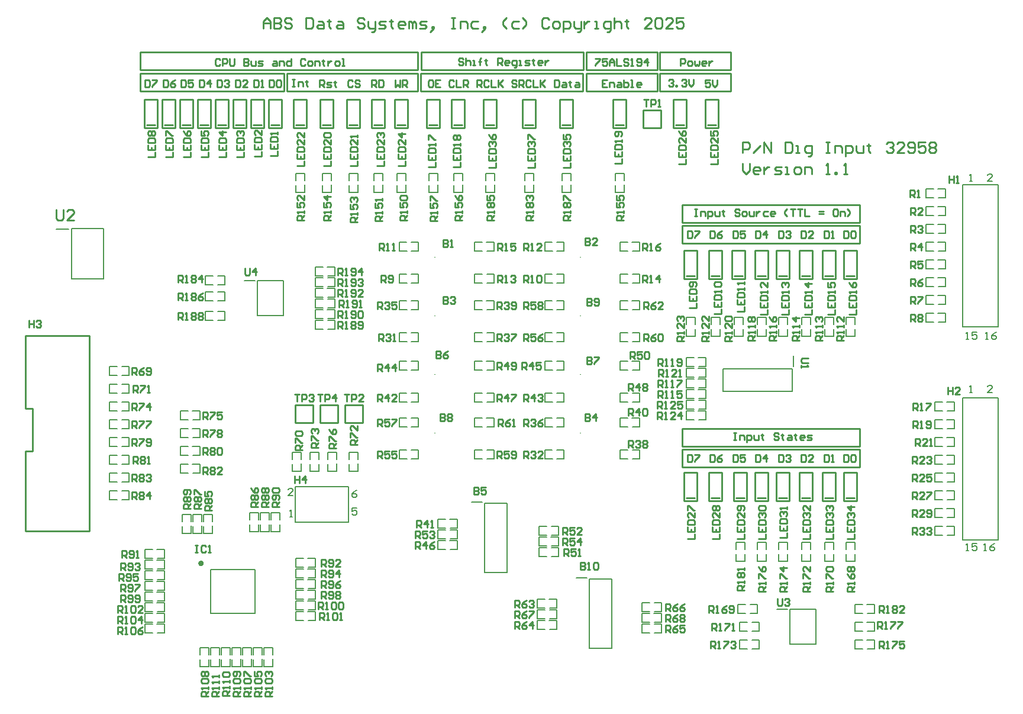
<source format=gto>
G04*
G04 #@! TF.GenerationSoftware,Altium Limited,Altium Designer,22.3.1 (43)*
G04*
G04 Layer_Color=65535*
%FSLAX25Y25*%
%MOIN*%
G70*
G04*
G04 #@! TF.SameCoordinates,435ADCC5-F5F0-4A2A-A0AE-C26054AEAF53*
G04*
G04*
G04 #@! TF.FilePolarity,Positive*
G04*
G01*
G75*
%ADD10C,0.01575*%
%ADD11C,0.00394*%
%ADD12C,0.01000*%
%ADD13C,0.00500*%
%ADD14C,0.00787*%
%ADD15C,0.00800*%
D10*
X106776Y81748D02*
G03*
X106776Y81748I-787J0D01*
G01*
D11*
X319957Y253953D02*
G03*
X319563Y253953I-197J0D01*
G01*
D02*
G03*
X319957Y253953I197J0D01*
G01*
X237957D02*
G03*
X237563Y253953I-197J0D01*
G01*
D02*
G03*
X237957Y253953I197J0D01*
G01*
X319957Y154953D02*
G03*
X319563Y154953I-197J0D01*
G01*
D02*
G03*
X319957Y154953I197J0D01*
G01*
X237957Y220953D02*
G03*
X237563Y220953I-197J0D01*
G01*
D02*
G03*
X237957Y220953I197J0D01*
G01*
X319957Y187953D02*
G03*
X319563Y187953I-197J0D01*
G01*
D02*
G03*
X319957Y187953I197J0D01*
G01*
X237957D02*
G03*
X237563Y187953I-197J0D01*
G01*
D02*
G03*
X237957Y187953I197J0D01*
G01*
X319957Y220953D02*
G03*
X319563Y220953I-197J0D01*
G01*
D02*
G03*
X319957Y220953I197J0D01*
G01*
X237957Y154953D02*
G03*
X237563Y154953I-197J0D01*
G01*
D02*
G03*
X237957Y154953I197J0D01*
G01*
D12*
X323000Y347500D02*
X363000D01*
X323000Y357500D02*
X363000D01*
Y347500D02*
Y357500D01*
X323000Y347500D02*
Y357500D01*
X377000Y273500D02*
X477000D01*
X377000Y283500D02*
X477000D01*
Y273500D02*
Y283500D01*
X377000Y273500D02*
Y283500D01*
Y262000D02*
X477000D01*
X377000Y272000D02*
X477000D01*
Y262000D02*
Y272000D01*
X377000Y262000D02*
Y272000D01*
Y147500D02*
X477000D01*
X377000Y157500D02*
X477000D01*
Y147500D02*
Y157500D01*
X377000Y147500D02*
Y157500D01*
X364500Y359500D02*
X404500D01*
X364500Y369500D02*
X404500D01*
Y359500D02*
Y369500D01*
X364500Y359500D02*
Y369500D01*
X229750Y347500D02*
X321250D01*
X229750Y357500D02*
X321250D01*
Y347500D02*
Y357500D01*
X229750Y347500D02*
Y357500D01*
X323000Y359500D02*
X363000D01*
X323000Y369500D02*
X363000D01*
Y359500D02*
Y369500D01*
X323000Y359500D02*
Y369500D01*
X154500Y347500D02*
X228000D01*
X154500Y357500D02*
X228000D01*
Y347500D02*
Y357500D01*
X154500Y347500D02*
Y357500D01*
X71900Y347500D02*
X152900D01*
X71900Y357500D02*
X152900D01*
Y347500D02*
Y357500D01*
X71900Y347500D02*
Y357500D01*
X364500Y347500D02*
X404500D01*
X364500Y357500D02*
X404500D01*
Y347500D02*
Y357500D01*
X364500Y347500D02*
Y357500D01*
X71750Y359500D02*
X228250D01*
X71750Y369500D02*
X228250D01*
Y359500D02*
Y369500D01*
X71750Y359500D02*
Y369500D01*
X377000Y136000D02*
X477000D01*
X377000Y146000D02*
X477000D01*
Y136000D02*
Y146000D01*
X377000Y136000D02*
Y146000D01*
X230050Y359500D02*
X321550D01*
X230050Y369500D02*
X321550D01*
Y359500D02*
Y369500D01*
X230050Y359500D02*
Y369500D01*
X195000Y161000D02*
X197000D01*
X187000Y171000D02*
X197000D01*
X187000Y161000D02*
Y171000D01*
Y161000D02*
X197000D01*
Y171000D01*
X392000Y117000D02*
Y133000D01*
X399500D01*
Y117000D02*
Y133000D01*
X392000Y117000D02*
X399500D01*
X393500Y118500D02*
X398000D01*
X378000Y117000D02*
Y133000D01*
X385500D01*
Y117000D02*
Y133000D01*
X378000Y117000D02*
X385500D01*
X379500Y118500D02*
X384000D01*
X443000Y117000D02*
Y133000D01*
X450500D01*
Y117000D02*
Y133000D01*
X443000Y117000D02*
X450500D01*
X444500Y118500D02*
X449000D01*
X456000Y117000D02*
Y133000D01*
X463500D01*
Y117000D02*
Y133000D01*
X456000Y117000D02*
X463500D01*
X457500Y118500D02*
X462000D01*
X468000Y117000D02*
Y133000D01*
X475500D01*
Y117000D02*
Y133000D01*
X468000Y117000D02*
X475500D01*
X469500Y118500D02*
X474000D01*
X418000Y117000D02*
Y133000D01*
X425500D01*
Y117000D02*
Y133000D01*
X418000Y117000D02*
X425500D01*
X419500Y118500D02*
X424000D01*
X430000Y117000D02*
Y133000D01*
X437500D01*
Y117000D02*
Y133000D01*
X430000Y117000D02*
X437500D01*
X431500Y118500D02*
X436000D01*
X406000Y117000D02*
Y133000D01*
X413500D01*
Y117000D02*
Y133000D01*
X406000Y117000D02*
X413500D01*
X407500Y118500D02*
X412000D01*
X392000Y242000D02*
Y258000D01*
X399500D01*
Y242000D02*
Y258000D01*
X392000Y242000D02*
X399500D01*
X393500Y243500D02*
X398000D01*
X430000Y242000D02*
Y258000D01*
X437500D01*
Y242000D02*
Y258000D01*
X430000Y242000D02*
X437500D01*
X431500Y243500D02*
X436000D01*
X418000Y242000D02*
Y258000D01*
X425500D01*
Y242000D02*
Y258000D01*
X418000Y242000D02*
X425500D01*
X419500Y243500D02*
X424000D01*
X405000Y242000D02*
Y258000D01*
X412500D01*
Y242000D02*
Y258000D01*
X405000Y242000D02*
X412500D01*
X406500Y243500D02*
X411000D01*
X443000Y242000D02*
Y258000D01*
X450500D01*
Y242000D02*
Y258000D01*
X443000Y242000D02*
X450500D01*
X444500Y243500D02*
X449000D01*
X456000Y242000D02*
Y258000D01*
X463500D01*
Y242000D02*
Y258000D01*
X456000Y242000D02*
X463500D01*
X457500Y243500D02*
X462000D01*
X468000Y242000D02*
Y258000D01*
X475500D01*
Y242000D02*
Y258000D01*
X468000Y242000D02*
X475500D01*
X469500Y243500D02*
X474000D01*
X378000Y242000D02*
Y258000D01*
X385500D01*
Y242000D02*
Y258000D01*
X378000Y242000D02*
X385500D01*
X379500Y243500D02*
X384000D01*
X75500Y328500D02*
X80000D01*
X74000Y327000D02*
X81500D01*
Y343000D01*
X74000D02*
X81500D01*
X74000Y327000D02*
Y343000D01*
X85500Y328500D02*
X90000D01*
X84000Y327000D02*
X91500D01*
Y343000D01*
X84000D02*
X91500D01*
X84000Y327000D02*
Y343000D01*
X95500Y328500D02*
X100000D01*
X94000Y327000D02*
X101500D01*
Y343000D01*
X94000D02*
X101500D01*
X94000Y327000D02*
Y343000D01*
X105500Y328500D02*
X110000D01*
X104000Y327000D02*
X111500D01*
Y343000D01*
X104000D02*
X111500D01*
X104000Y327000D02*
Y343000D01*
X115500Y328500D02*
X120000D01*
X114000Y327000D02*
X121500D01*
Y343000D01*
X114000D02*
X121500D01*
X114000Y327000D02*
Y343000D01*
X125500Y328500D02*
X130000D01*
X124000Y327000D02*
X131500D01*
Y343000D01*
X124000D02*
X131500D01*
X124000Y327000D02*
Y343000D01*
X135500Y328500D02*
X140000D01*
X134000Y327000D02*
X141500D01*
Y343000D01*
X134000D02*
X141500D01*
X134000Y327000D02*
Y343000D01*
X145500Y328500D02*
X150000D01*
X144000Y327000D02*
X151500D01*
Y343000D01*
X144000D02*
X151500D01*
X144000Y327000D02*
Y343000D01*
X216500Y328500D02*
X221000D01*
X215000Y327000D02*
X222500D01*
Y343000D01*
X215000D02*
X222500D01*
X215000Y327000D02*
Y343000D01*
X203500Y328500D02*
X208000D01*
X202000Y327000D02*
X209500D01*
Y343000D01*
X202000D02*
X209500D01*
X202000Y327000D02*
Y343000D01*
X159500Y328500D02*
X164000D01*
X158000Y327000D02*
X165500D01*
Y343000D01*
X158000D02*
X165500D01*
X158000Y327000D02*
Y343000D01*
X189500Y328500D02*
X194000D01*
X188000Y327000D02*
X195500D01*
Y343000D01*
X188000D02*
X195500D01*
X188000Y327000D02*
Y343000D01*
X174500Y328500D02*
X179000D01*
X173000Y327000D02*
X180500D01*
Y343000D01*
X173000D02*
X180500D01*
X173000Y327000D02*
Y343000D01*
X339500Y328500D02*
X344000D01*
X338000Y327000D02*
X345500D01*
Y343000D01*
X338000D02*
X345500D01*
X338000Y327000D02*
Y343000D01*
X248500Y328500D02*
X253000D01*
X247000Y327000D02*
X254500D01*
Y343000D01*
X247000D02*
X254500D01*
X247000Y327000D02*
Y343000D01*
X234500Y328500D02*
X239000D01*
X233000Y327000D02*
X240500D01*
Y343000D01*
X233000D02*
X240500D01*
X233000Y327000D02*
Y343000D01*
X373500Y328500D02*
X378000D01*
X372000Y327000D02*
X379500D01*
Y343000D01*
X372000D02*
X379500D01*
X372000Y327000D02*
Y343000D01*
X391500Y328500D02*
X396000D01*
X390000Y327000D02*
X397500D01*
Y343000D01*
X390000D02*
X397500D01*
X390000Y327000D02*
Y343000D01*
X288500Y328500D02*
X293000D01*
X287000Y327000D02*
X294500D01*
Y343000D01*
X287000D02*
X294500D01*
X287000Y327000D02*
Y343000D01*
X266500Y328500D02*
X271000D01*
X265000Y327000D02*
X272500D01*
Y343000D01*
X265000D02*
X272500D01*
X265000Y327000D02*
Y343000D01*
X309500Y328500D02*
X314000D01*
X308000Y327000D02*
X315500D01*
Y343000D01*
X308000D02*
X315500D01*
X308000Y327000D02*
Y343000D01*
X11000Y165000D02*
Y169000D01*
X7000D02*
X11000D01*
X7000Y210000D02*
X43000D01*
Y100000D02*
Y210000D01*
X7000Y100000D02*
X43000D01*
X7000D02*
Y145000D01*
Y169000D02*
Y210000D01*
Y145000D02*
X11000D01*
Y165000D01*
X169000Y161000D02*
Y171000D01*
X159000Y161000D02*
X169000D01*
X159000D02*
Y171000D01*
X169000D01*
X167000Y161000D02*
X169000D01*
X365000Y327000D02*
Y337000D01*
X355000Y327000D02*
X365000D01*
X355000D02*
Y337000D01*
X365000D01*
X363000Y327000D02*
X365000D01*
X183000Y161000D02*
Y171000D01*
X173000Y161000D02*
X183000D01*
X173000D02*
Y171000D01*
X183000D01*
X181000Y161000D02*
X183000D01*
X433001Y222003D02*
X436999D01*
Y224669D01*
X433001Y228668D02*
Y226002D01*
X436999D01*
Y228668D01*
X435000Y226002D02*
Y227335D01*
X433001Y230000D02*
X436999D01*
Y232000D01*
X436333Y232666D01*
X433667D01*
X433001Y232000D01*
Y230000D01*
X436999Y233999D02*
Y235332D01*
Y234666D01*
X433001D01*
X433667Y233999D01*
Y237332D02*
X433001Y237998D01*
Y239331D01*
X433667Y239997D01*
X434333D01*
X435000Y239331D01*
Y238664D01*
Y239331D01*
X435666Y239997D01*
X436333D01*
X436999Y239331D01*
Y237998D01*
X436333Y237332D01*
X346668Y179001D02*
Y182999D01*
X348668D01*
X349334Y182333D01*
Y181000D01*
X348668Y180333D01*
X346668D01*
X348001D02*
X349334Y179001D01*
X352666D02*
Y182999D01*
X350667Y181000D01*
X353333D01*
X354666Y182333D02*
X355332Y182999D01*
X356665D01*
X357332Y182333D01*
Y181667D01*
X356665Y181000D01*
X357332Y180333D01*
Y179667D01*
X356665Y179001D01*
X355332D01*
X354666Y179667D01*
Y180333D01*
X355332Y181000D01*
X354666Y181667D01*
Y182333D01*
X355332Y181000D02*
X356665D01*
X445001Y95670D02*
X448999D01*
Y98336D01*
X445001Y102334D02*
Y99669D01*
X448999D01*
Y102334D01*
X447000Y99669D02*
Y101001D01*
X445001Y103667D02*
X448999D01*
Y105667D01*
X448333Y106333D01*
X445667D01*
X445001Y105667D01*
Y103667D01*
X445667Y107666D02*
X445001Y108332D01*
Y109665D01*
X445667Y110332D01*
X446333D01*
X447000Y109665D01*
Y108999D01*
Y109665D01*
X447666Y110332D01*
X448333D01*
X448999Y109665D01*
Y108332D01*
X448333Y107666D01*
X448999Y114330D02*
Y111665D01*
X446333Y114330D01*
X445667D01*
X445001Y113664D01*
Y112331D01*
X445667Y111665D01*
X411000Y306998D02*
Y302999D01*
X412999Y301000D01*
X414999Y302999D01*
Y306998D01*
X419997Y301000D02*
X417998D01*
X416998Y302000D01*
Y303999D01*
X417998Y304999D01*
X419997D01*
X420997Y303999D01*
Y302999D01*
X416998D01*
X422996Y304999D02*
Y301000D01*
Y302999D01*
X423996Y303999D01*
X424996Y304999D01*
X425995D01*
X428994Y301000D02*
X431993D01*
X432993Y302000D01*
X431993Y302999D01*
X429994D01*
X428994Y303999D01*
X429994Y304999D01*
X432993D01*
X434992Y301000D02*
X436992D01*
X435992D01*
Y304999D01*
X434992D01*
X440990Y301000D02*
X442990D01*
X443989Y302000D01*
Y303999D01*
X442990Y304999D01*
X440990D01*
X439991Y303999D01*
Y302000D01*
X440990Y301000D01*
X445989D02*
Y304999D01*
X448988D01*
X449987Y303999D01*
Y301000D01*
X457985D02*
X459984D01*
X458985D01*
Y306998D01*
X457985Y305998D01*
X462983Y301000D02*
Y302000D01*
X463983D01*
Y301000D01*
X462983D01*
X467982D02*
X469981D01*
X468981D01*
Y306998D01*
X467982Y305998D01*
X411000Y312999D02*
Y318997D01*
X413999D01*
X414999Y317998D01*
Y315998D01*
X413999Y314999D01*
X411000D01*
X416998Y312999D02*
X420997Y316998D01*
X422996Y312999D02*
Y318997D01*
X426995Y312999D01*
Y318997D01*
X434992D02*
Y312999D01*
X437991D01*
X438991Y313999D01*
Y317998D01*
X437991Y318997D01*
X434992D01*
X440990Y312999D02*
X442990D01*
X441990D01*
Y316998D01*
X440990D01*
X447988Y311000D02*
X448988D01*
X449987Y312000D01*
Y316998D01*
X446988D01*
X445989Y315998D01*
Y313999D01*
X446988Y312999D01*
X449987D01*
X457985Y318997D02*
X459984D01*
X458985D01*
Y312999D01*
X457985D01*
X459984D01*
X462983D02*
Y316998D01*
X465982D01*
X466982Y315998D01*
Y312999D01*
X468981Y311000D02*
Y316998D01*
X471980D01*
X472980Y315998D01*
Y313999D01*
X471980Y312999D01*
X468981D01*
X474979Y316998D02*
Y313999D01*
X475979Y312999D01*
X478978D01*
Y316998D01*
X481977Y317998D02*
Y316998D01*
X480977D01*
X482977D01*
X481977D01*
Y313999D01*
X482977Y312999D01*
X491974Y317998D02*
X492974Y318997D01*
X494973D01*
X495972Y317998D01*
Y316998D01*
X494973Y315998D01*
X493973D01*
X494973D01*
X495972Y314999D01*
Y313999D01*
X494973Y312999D01*
X492974D01*
X491974Y313999D01*
X501971Y312999D02*
X497972D01*
X501971Y316998D01*
Y317998D01*
X500971Y318997D01*
X498972D01*
X497972Y317998D01*
X503970Y313999D02*
X504970Y312999D01*
X506969D01*
X507969Y313999D01*
Y317998D01*
X506969Y318997D01*
X504970D01*
X503970Y317998D01*
Y316998D01*
X504970Y315998D01*
X507969D01*
X513967Y318997D02*
X509968D01*
Y315998D01*
X511967Y316998D01*
X512967D01*
X513967Y315998D01*
Y313999D01*
X512967Y312999D01*
X510968D01*
X509968Y313999D01*
X515966Y317998D02*
X516966Y318997D01*
X518965D01*
X519965Y317998D01*
Y316998D01*
X518965Y315998D01*
X519965Y314999D01*
Y313999D01*
X518965Y312999D01*
X516966D01*
X515966Y313999D01*
Y314999D01*
X516966Y315998D01*
X515966Y316998D01*
Y317998D01*
X516966Y315998D02*
X518965D01*
X444271Y142999D02*
Y139000D01*
X446271D01*
X446937Y139666D01*
Y142332D01*
X446271Y142999D01*
X444271D01*
X450936Y139000D02*
X448270D01*
X450936Y141666D01*
Y142332D01*
X450270Y142999D01*
X448937D01*
X448270Y142332D01*
X467981Y142999D02*
Y139000D01*
X469980D01*
X470646Y139666D01*
Y142332D01*
X469980Y142999D01*
X467981D01*
X471979Y142332D02*
X472646Y142999D01*
X473979D01*
X474645Y142332D01*
Y139666D01*
X473979Y139000D01*
X472646D01*
X471979Y139666D01*
Y142332D01*
X431417Y142999D02*
Y139000D01*
X433417D01*
X434083Y139666D01*
Y142332D01*
X433417Y142999D01*
X431417D01*
X435416Y142332D02*
X436082Y142999D01*
X437415D01*
X438082Y142332D01*
Y141666D01*
X437415Y140999D01*
X436749D01*
X437415D01*
X438082Y140333D01*
Y139666D01*
X437415Y139000D01*
X436082D01*
X435416Y139666D01*
X418563Y142999D02*
Y139000D01*
X420562D01*
X421229Y139666D01*
Y142332D01*
X420562Y142999D01*
X418563D01*
X424561Y139000D02*
Y142999D01*
X422562Y140999D01*
X425227D01*
X457126Y142999D02*
Y139000D01*
X459125D01*
X459792Y139666D01*
Y142332D01*
X459125Y142999D01*
X457126D01*
X461124Y139000D02*
X462457D01*
X461791D01*
Y142999D01*
X461124Y142332D01*
X406000Y155332D02*
X407333D01*
X406666D01*
Y151333D01*
X406000D01*
X407333D01*
X409332D02*
Y153999D01*
X411332D01*
X411998Y153332D01*
Y151333D01*
X413331Y150000D02*
Y153999D01*
X415330D01*
X415997Y153332D01*
Y151999D01*
X415330Y151333D01*
X413331D01*
X417330Y153999D02*
Y151999D01*
X417996Y151333D01*
X419995D01*
Y153999D01*
X421995Y154665D02*
Y153999D01*
X421328D01*
X422661D01*
X421995D01*
Y151999D01*
X422661Y151333D01*
X431325Y154665D02*
X430659Y155332D01*
X429326D01*
X428659Y154665D01*
Y153999D01*
X429326Y153332D01*
X430659D01*
X431325Y152666D01*
Y151999D01*
X430659Y151333D01*
X429326D01*
X428659Y151999D01*
X433324Y154665D02*
Y153999D01*
X432658D01*
X433991D01*
X433324D01*
Y151999D01*
X433991Y151333D01*
X436657Y153999D02*
X437990D01*
X438656Y153332D01*
Y151333D01*
X436657D01*
X435990Y151999D01*
X436657Y152666D01*
X438656D01*
X440656Y154665D02*
Y153999D01*
X439989D01*
X441322D01*
X440656D01*
Y151999D01*
X441322Y151333D01*
X445321D02*
X443988D01*
X443321Y151999D01*
Y153332D01*
X443988Y153999D01*
X445321D01*
X445987Y153332D01*
Y152666D01*
X443321D01*
X447320Y151333D02*
X449319D01*
X449986Y151999D01*
X449319Y152666D01*
X447987D01*
X447320Y153332D01*
X447987Y153999D01*
X449986D01*
X380000Y142999D02*
Y139000D01*
X381999D01*
X382666Y139666D01*
Y142332D01*
X381999Y142999D01*
X380000D01*
X383999D02*
X386665D01*
Y142332D01*
X383999Y139666D01*
Y139000D01*
X392854Y142999D02*
Y139000D01*
X394854D01*
X395520Y139666D01*
Y142332D01*
X394854Y142999D01*
X392854D01*
X399519D02*
X398186Y142332D01*
X396853Y140999D01*
Y139666D01*
X397519Y139000D01*
X398852D01*
X399519Y139666D01*
Y140333D01*
X398852Y140999D01*
X396853D01*
X405709Y142999D02*
Y139000D01*
X407708D01*
X408374Y139666D01*
Y142332D01*
X407708Y142999D01*
X405709D01*
X412373D02*
X409707D01*
Y140999D01*
X411040Y141666D01*
X411707D01*
X412373Y140999D01*
Y139666D01*
X411707Y139000D01*
X410374D01*
X409707Y139666D01*
X418563Y268999D02*
Y265000D01*
X420562D01*
X421229Y265666D01*
Y268332D01*
X420562Y268999D01*
X418563D01*
X424561Y265000D02*
Y268999D01*
X422562Y266999D01*
X425227D01*
X392854Y268999D02*
Y265000D01*
X394854D01*
X395520Y265666D01*
Y268332D01*
X394854Y268999D01*
X392854D01*
X399519D02*
X398186Y268332D01*
X396853Y266999D01*
Y265666D01*
X397519Y265000D01*
X398852D01*
X399519Y265666D01*
Y266333D01*
X398852Y266999D01*
X396853D01*
X405709Y268999D02*
Y265000D01*
X407708D01*
X408374Y265666D01*
Y268332D01*
X407708Y268999D01*
X405709D01*
X412373D02*
X409707D01*
Y266999D01*
X411040Y267666D01*
X411707D01*
X412373Y266999D01*
Y265666D01*
X411707Y265000D01*
X410374D01*
X409707Y265666D01*
X380000Y268999D02*
Y265000D01*
X381999D01*
X382666Y265666D01*
Y268332D01*
X381999Y268999D01*
X380000D01*
X383999D02*
X386665D01*
Y268332D01*
X383999Y265666D01*
Y265000D01*
X384000Y281332D02*
X385333D01*
X384666D01*
Y277333D01*
X384000D01*
X385333D01*
X387332D02*
Y279999D01*
X389332D01*
X389998Y279332D01*
Y277333D01*
X391331Y276000D02*
Y279999D01*
X393330D01*
X393997Y279332D01*
Y277999D01*
X393330Y277333D01*
X391331D01*
X395330Y279999D02*
Y277999D01*
X395996Y277333D01*
X397995D01*
Y279999D01*
X399995Y280665D02*
Y279999D01*
X399328D01*
X400661D01*
X399995D01*
Y277999D01*
X400661Y277333D01*
X409325Y280665D02*
X408659Y281332D01*
X407326D01*
X406659Y280665D01*
Y279999D01*
X407326Y279332D01*
X408659D01*
X409325Y278666D01*
Y277999D01*
X408659Y277333D01*
X407326D01*
X406659Y277999D01*
X411325Y277333D02*
X412657D01*
X413324Y277999D01*
Y279332D01*
X412657Y279999D01*
X411325D01*
X410658Y279332D01*
Y277999D01*
X411325Y277333D01*
X414657Y279999D02*
Y277999D01*
X415323Y277333D01*
X417323D01*
Y279999D01*
X418655D02*
Y277333D01*
Y278666D01*
X419322Y279332D01*
X419988Y279999D01*
X420655D01*
X425320D02*
X423321D01*
X422654Y279332D01*
Y277999D01*
X423321Y277333D01*
X425320D01*
X428652D02*
X427319D01*
X426653Y277999D01*
Y279332D01*
X427319Y279999D01*
X428652D01*
X429319Y279332D01*
Y278666D01*
X426653D01*
X435983Y277333D02*
X434650Y278666D01*
Y279999D01*
X435983Y281332D01*
X437983D02*
X440648D01*
X439316D01*
Y277333D01*
X441981Y281332D02*
X444647D01*
X443314D01*
Y277333D01*
X445980Y281332D02*
Y277333D01*
X448646D01*
X453977Y278666D02*
X456643D01*
X453977Y279999D02*
X456643D01*
X463974Y281332D02*
X462641D01*
X461975Y280665D01*
Y277999D01*
X462641Y277333D01*
X463974D01*
X464641Y277999D01*
Y280665D01*
X463974Y281332D01*
X465974Y277333D02*
Y279999D01*
X467973D01*
X468639Y279332D01*
Y277333D01*
X469972D02*
X471305Y278666D01*
Y279999D01*
X469972Y281332D01*
X431417Y268999D02*
Y265000D01*
X433417D01*
X434083Y265666D01*
Y268332D01*
X433417Y268999D01*
X431417D01*
X435416Y268332D02*
X436082Y268999D01*
X437415D01*
X438082Y268332D01*
Y267666D01*
X437415Y266999D01*
X436749D01*
X437415D01*
X438082Y266333D01*
Y265666D01*
X437415Y265000D01*
X436082D01*
X435416Y265666D01*
X444271Y268999D02*
Y265000D01*
X446271D01*
X446937Y265666D01*
Y268332D01*
X446271Y268999D01*
X444271D01*
X450936Y265000D02*
X448270D01*
X450936Y267666D01*
Y268332D01*
X450270Y268999D01*
X448937D01*
X448270Y268332D01*
X457126Y268999D02*
Y265000D01*
X459125D01*
X459792Y265666D01*
Y268332D01*
X459125Y268999D01*
X457126D01*
X461124Y265000D02*
X462457D01*
X461791D01*
Y268999D01*
X461124Y268332D01*
X467981Y268999D02*
Y265000D01*
X469980D01*
X470646Y265666D01*
Y268332D01*
X469980Y268999D01*
X467981D01*
X471979Y268332D02*
X472646Y268999D01*
X473979D01*
X474645Y268332D01*
Y265666D01*
X473979Y265000D01*
X472646D01*
X471979Y265666D01*
Y268332D01*
X334666Y353999D02*
X332000D01*
Y350000D01*
X334666D01*
X332000Y351999D02*
X333333D01*
X335999Y350000D02*
Y352666D01*
X337998D01*
X338665Y351999D01*
Y350000D01*
X340664Y352666D02*
X341997D01*
X342663Y351999D01*
Y350000D01*
X340664D01*
X339997Y350666D01*
X340664Y351333D01*
X342663D01*
X343996Y353999D02*
Y350000D01*
X345995D01*
X346662Y350666D01*
Y351333D01*
Y351999D01*
X345995Y352666D01*
X343996D01*
X347995Y350000D02*
X349328D01*
X348661D01*
Y353999D01*
X347995D01*
X353327Y350000D02*
X351994D01*
X351327Y350666D01*
Y351999D01*
X351994Y352666D01*
X353327D01*
X353993Y351999D01*
Y351333D01*
X351327D01*
X328000Y365999D02*
X330666D01*
Y365332D01*
X328000Y362666D01*
Y362000D01*
X334665Y365999D02*
X331999D01*
Y363999D01*
X333332Y364666D01*
X333998D01*
X334665Y363999D01*
Y362666D01*
X333998Y362000D01*
X332665D01*
X331999Y362666D01*
X335997Y362000D02*
Y364666D01*
X337330Y365999D01*
X338663Y364666D01*
Y362000D01*
Y363999D01*
X335997D01*
X339996Y365999D02*
Y362000D01*
X342662D01*
X346661Y365332D02*
X345994Y365999D01*
X344661D01*
X343995Y365332D01*
Y364666D01*
X344661Y363999D01*
X345994D01*
X346661Y363333D01*
Y362666D01*
X345994Y362000D01*
X344661D01*
X343995Y362666D01*
X347994Y362000D02*
X349326D01*
X348660D01*
Y365999D01*
X347994Y365332D01*
X351326Y362666D02*
X351992Y362000D01*
X353325D01*
X353992Y362666D01*
Y365332D01*
X353325Y365999D01*
X351992D01*
X351326Y365332D01*
Y364666D01*
X351992Y363999D01*
X353992D01*
X357324Y362000D02*
Y365999D01*
X355325Y363999D01*
X357990D01*
X376000Y362000D02*
Y365999D01*
X377999D01*
X378666Y365332D01*
Y363999D01*
X377999Y363333D01*
X376000D01*
X380665Y362000D02*
X381998D01*
X382664Y362666D01*
Y363999D01*
X381998Y364666D01*
X380665D01*
X379999Y363999D01*
Y362666D01*
X380665Y362000D01*
X383997Y364666D02*
Y362666D01*
X384664Y362000D01*
X385330Y362666D01*
X385997Y362000D01*
X386663Y362666D01*
Y364666D01*
X389996Y362000D02*
X388663D01*
X387996Y362666D01*
Y363999D01*
X388663Y364666D01*
X389996D01*
X390662Y363999D01*
Y363333D01*
X387996D01*
X391995Y364666D02*
Y362000D01*
Y363333D01*
X392661Y363999D01*
X393328Y364666D01*
X393994D01*
X392666Y353999D02*
X390000D01*
Y351999D01*
X391333Y352666D01*
X391999D01*
X392666Y351999D01*
Y350666D01*
X391999Y350000D01*
X390666D01*
X390000Y350666D01*
X393999Y353999D02*
Y351333D01*
X395332Y350000D01*
X396665Y351333D01*
Y353999D01*
X369500Y353482D02*
X370166Y354148D01*
X371499D01*
X372166Y353482D01*
Y352815D01*
X371499Y352149D01*
X370833D01*
X371499D01*
X372166Y351483D01*
Y350816D01*
X371499Y350150D01*
X370166D01*
X369500Y350816D01*
X373499Y350150D02*
Y350816D01*
X374165D01*
Y350150D01*
X373499D01*
X376831Y353482D02*
X377497Y354148D01*
X378830D01*
X379497Y353482D01*
Y352815D01*
X378830Y352149D01*
X378164D01*
X378830D01*
X379497Y351483D01*
Y350816D01*
X378830Y350150D01*
X377497D01*
X376831Y350816D01*
X380830Y354148D02*
Y351483D01*
X382163Y350150D01*
X383495Y351483D01*
Y354148D01*
X283918Y353332D02*
X283251Y353999D01*
X281918D01*
X281252Y353332D01*
Y352666D01*
X281918Y351999D01*
X283251D01*
X283918Y351333D01*
Y350666D01*
X283251Y350000D01*
X281918D01*
X281252Y350666D01*
X285251Y350000D02*
Y353999D01*
X287250D01*
X287916Y353332D01*
Y351999D01*
X287250Y351333D01*
X285251D01*
X286583D02*
X287916Y350000D01*
X291915Y353332D02*
X291249Y353999D01*
X289916D01*
X289249Y353332D01*
Y350666D01*
X289916Y350000D01*
X291249D01*
X291915Y350666D01*
X293248Y353999D02*
Y350000D01*
X295914D01*
X297247Y353999D02*
Y350000D01*
Y351333D01*
X299913Y353999D01*
X297913Y351999D01*
X299913Y350000D01*
X305000Y353999D02*
Y350000D01*
X306999D01*
X307666Y350666D01*
Y353332D01*
X306999Y353999D01*
X305000D01*
X309665Y352666D02*
X310998D01*
X311665Y351999D01*
Y350000D01*
X309665D01*
X308999Y350666D01*
X309665Y351333D01*
X311665D01*
X313664Y353332D02*
Y352666D01*
X312997D01*
X314330D01*
X313664D01*
Y350666D01*
X314330Y350000D01*
X316996Y352666D02*
X318329D01*
X318995Y351999D01*
Y350000D01*
X316996D01*
X316330Y350666D01*
X316996Y351333D01*
X318995D01*
X253666Y365665D02*
X252999Y366332D01*
X251666D01*
X251000Y365665D01*
Y364999D01*
X251666Y364332D01*
X252999D01*
X253666Y363666D01*
Y362999D01*
X252999Y362333D01*
X251666D01*
X251000Y362999D01*
X254999Y366332D02*
Y362333D01*
Y364332D01*
X255665Y364999D01*
X256998D01*
X257664Y364332D01*
Y362333D01*
X258997D02*
X260330D01*
X259664D01*
Y364999D01*
X258997D01*
X262996Y362333D02*
Y365665D01*
Y364332D01*
X262330D01*
X263663D01*
X262996D01*
Y365665D01*
X263663Y366332D01*
X266328Y365665D02*
Y364999D01*
X265662D01*
X266995D01*
X266328D01*
Y362999D01*
X266995Y362333D01*
X272993D02*
Y366332D01*
X274992D01*
X275659Y365665D01*
Y364332D01*
X274992Y363666D01*
X272993D01*
X274326D02*
X275659Y362333D01*
X278991D02*
X277658D01*
X276992Y362999D01*
Y364332D01*
X277658Y364999D01*
X278991D01*
X279657Y364332D01*
Y363666D01*
X276992D01*
X282323Y361000D02*
X282990D01*
X283656Y361666D01*
Y364999D01*
X281657D01*
X280990Y364332D01*
Y362999D01*
X281657Y362333D01*
X283656D01*
X284989D02*
X286322D01*
X285655D01*
Y364999D01*
X284989D01*
X288321Y362333D02*
X290321D01*
X290987Y362999D01*
X290321Y363666D01*
X288988D01*
X288321Y364332D01*
X288988Y364999D01*
X290987D01*
X292986Y365665D02*
Y364999D01*
X292320D01*
X293653D01*
X292986D01*
Y362999D01*
X293653Y362333D01*
X297652D02*
X296319D01*
X295652Y362999D01*
Y364332D01*
X296319Y364999D01*
X297652D01*
X298318Y364332D01*
Y363666D01*
X295652D01*
X299651Y364999D02*
Y362333D01*
Y363666D01*
X300317Y364332D01*
X300984Y364999D01*
X301650D01*
X141000Y382999D02*
Y386998D01*
X142999Y388997D01*
X144999Y386998D01*
Y382999D01*
Y385998D01*
X141000D01*
X146998Y388997D02*
Y382999D01*
X149997D01*
X150997Y383999D01*
Y384999D01*
X149997Y385998D01*
X146998D01*
X149997D01*
X150997Y386998D01*
Y387998D01*
X149997Y388997D01*
X146998D01*
X156995Y387998D02*
X155995Y388997D01*
X153996D01*
X152996Y387998D01*
Y386998D01*
X153996Y385998D01*
X155995D01*
X156995Y384999D01*
Y383999D01*
X155995Y382999D01*
X153996D01*
X152996Y383999D01*
X164992Y388997D02*
Y382999D01*
X167991D01*
X168991Y383999D01*
Y387998D01*
X167991Y388997D01*
X164992D01*
X171990Y386998D02*
X173989D01*
X174989Y385998D01*
Y382999D01*
X171990D01*
X170990Y383999D01*
X171990Y384999D01*
X174989D01*
X177988Y387998D02*
Y386998D01*
X176988D01*
X178988D01*
X177988D01*
Y383999D01*
X178988Y382999D01*
X182986Y386998D02*
X184986D01*
X185985Y385998D01*
Y382999D01*
X182986D01*
X181987Y383999D01*
X182986Y384999D01*
X185985D01*
X197982Y387998D02*
X196982Y388997D01*
X194983D01*
X193983Y387998D01*
Y386998D01*
X194983Y385998D01*
X196982D01*
X197982Y384999D01*
Y383999D01*
X196982Y382999D01*
X194983D01*
X193983Y383999D01*
X199981Y386998D02*
Y383999D01*
X200981Y382999D01*
X203980D01*
Y382000D01*
X202980Y381000D01*
X201980D01*
X203980Y382999D02*
Y386998D01*
X205979Y382999D02*
X208978D01*
X209978Y383999D01*
X208978Y384999D01*
X206979D01*
X205979Y385998D01*
X206979Y386998D01*
X209978D01*
X212977Y387998D02*
Y386998D01*
X211977D01*
X213976D01*
X212977D01*
Y383999D01*
X213976Y382999D01*
X219974D02*
X217975D01*
X216975Y383999D01*
Y385998D01*
X217975Y386998D01*
X219974D01*
X220974Y385998D01*
Y384999D01*
X216975D01*
X222973Y382999D02*
Y386998D01*
X223973D01*
X224973Y385998D01*
Y382999D01*
Y385998D01*
X225973Y386998D01*
X226972Y385998D01*
Y382999D01*
X228972D02*
X231971D01*
X232970Y383999D01*
X231971Y384999D01*
X229971D01*
X228972Y385998D01*
X229971Y386998D01*
X232970D01*
X235969Y382000D02*
X236969Y382999D01*
Y383999D01*
X235969D01*
Y382999D01*
X236969D01*
X235969Y382000D01*
X234970Y381000D01*
X246966Y388997D02*
X248965D01*
X247965D01*
Y382999D01*
X246966D01*
X248965D01*
X251964D02*
Y386998D01*
X254963D01*
X255963Y385998D01*
Y382999D01*
X261961Y386998D02*
X258962D01*
X257962Y385998D01*
Y383999D01*
X258962Y382999D01*
X261961D01*
X264960Y382000D02*
X265960Y382999D01*
Y383999D01*
X264960D01*
Y382999D01*
X265960D01*
X264960Y382000D01*
X263960Y381000D01*
X277956Y382999D02*
X275956Y384999D01*
Y386998D01*
X277956Y388997D01*
X284953Y386998D02*
X281954D01*
X280955Y385998D01*
Y383999D01*
X281954Y382999D01*
X284953D01*
X286953D02*
X288952Y384999D01*
Y386998D01*
X286953Y388997D01*
X301948Y387998D02*
X300948Y388997D01*
X298949D01*
X297949Y387998D01*
Y383999D01*
X298949Y382999D01*
X300948D01*
X301948Y383999D01*
X304947Y382999D02*
X306946D01*
X307946Y383999D01*
Y385998D01*
X306946Y386998D01*
X304947D01*
X303947Y385998D01*
Y383999D01*
X304947Y382999D01*
X309945Y381000D02*
Y386998D01*
X312944D01*
X313944Y385998D01*
Y383999D01*
X312944Y382999D01*
X309945D01*
X315943Y386998D02*
Y383999D01*
X316943Y382999D01*
X319942D01*
Y382000D01*
X318942Y381000D01*
X317943D01*
X319942Y382999D02*
Y386998D01*
X321941D02*
Y382999D01*
Y384999D01*
X322941Y385998D01*
X323941Y386998D01*
X324940D01*
X327940Y382999D02*
X329939D01*
X328939D01*
Y386998D01*
X327940D01*
X334937Y381000D02*
X335937D01*
X336937Y382000D01*
Y386998D01*
X333938D01*
X332938Y385998D01*
Y383999D01*
X333938Y382999D01*
X336937D01*
X338936Y388997D02*
Y382999D01*
Y385998D01*
X339936Y386998D01*
X341935D01*
X342935Y385998D01*
Y382999D01*
X345934Y387998D02*
Y386998D01*
X344934D01*
X346933D01*
X345934D01*
Y383999D01*
X346933Y382999D01*
X359929D02*
X355930D01*
X359929Y386998D01*
Y387998D01*
X358929Y388997D01*
X356930D01*
X355930Y387998D01*
X361929D02*
X362928Y388997D01*
X364928D01*
X365927Y387998D01*
Y383999D01*
X364928Y382999D01*
X362928D01*
X361929Y383999D01*
Y387998D01*
X371925Y382999D02*
X367927D01*
X371925Y386998D01*
Y387998D01*
X370926Y388997D01*
X368926D01*
X367927Y387998D01*
X377923Y388997D02*
X373925D01*
Y385998D01*
X375924Y386998D01*
X376924D01*
X377923Y385998D01*
Y383999D01*
X376924Y382999D01*
X374924D01*
X373925Y383999D01*
X125452Y353999D02*
Y350000D01*
X127451D01*
X128118Y350666D01*
Y353332D01*
X127451Y353999D01*
X125452D01*
X132117Y350000D02*
X129451D01*
X132117Y352666D01*
Y353332D01*
X131450Y353999D01*
X130117D01*
X129451Y353332D01*
X215500Y353999D02*
Y350000D01*
X216833Y351333D01*
X218166Y350000D01*
Y353999D01*
X219499Y350000D02*
Y353999D01*
X221498D01*
X222165Y353332D01*
Y351999D01*
X221498Y351333D01*
X219499D01*
X220832D02*
X222165Y350000D01*
X135643Y353999D02*
Y350000D01*
X137642D01*
X138308Y350666D01*
Y353332D01*
X137642Y353999D01*
X135643D01*
X139641Y350000D02*
X140974D01*
X140308D01*
Y353999D01*
X139641Y353332D01*
X144500Y353999D02*
Y350000D01*
X146499D01*
X147166Y350666D01*
Y353332D01*
X146499Y353999D01*
X144500D01*
X148499Y353332D02*
X149165Y353999D01*
X150498D01*
X151164Y353332D01*
Y350666D01*
X150498Y350000D01*
X149165D01*
X148499Y350666D01*
Y353332D01*
X157500Y354148D02*
X158833D01*
X158167D01*
Y350150D01*
X157500D01*
X158833D01*
X160832D02*
Y352815D01*
X162832D01*
X163498Y352149D01*
Y350150D01*
X165497Y353482D02*
Y352815D01*
X164831D01*
X166164D01*
X165497D01*
Y350816D01*
X166164Y350150D01*
X172833Y350000D02*
Y353999D01*
X174832D01*
X175499Y353332D01*
Y351999D01*
X174832Y351333D01*
X172833D01*
X174166D02*
X175499Y350000D01*
X176832D02*
X178831D01*
X179498Y350666D01*
X178831Y351333D01*
X177498D01*
X176832Y351999D01*
X177498Y352666D01*
X179498D01*
X181497Y353332D02*
Y352666D01*
X180831D01*
X182163D01*
X181497D01*
Y350666D01*
X182163Y350000D01*
X191498Y353332D02*
X190832Y353999D01*
X189499D01*
X188833Y353332D01*
Y350666D01*
X189499Y350000D01*
X190832D01*
X191498Y350666D01*
X195497Y353332D02*
X194831Y353999D01*
X193498D01*
X192831Y353332D01*
Y352666D01*
X193498Y351999D01*
X194831D01*
X195497Y351333D01*
Y350666D01*
X194831Y350000D01*
X193498D01*
X192831Y350666D01*
X116666Y365332D02*
X115999Y365999D01*
X114666D01*
X114000Y365332D01*
Y362666D01*
X114666Y362000D01*
X115999D01*
X116666Y362666D01*
X117999Y362000D02*
Y365999D01*
X119998D01*
X120665Y365332D01*
Y363999D01*
X119998Y363333D01*
X117999D01*
X121997Y365999D02*
Y362666D01*
X122664Y362000D01*
X123997D01*
X124663Y362666D01*
Y365999D01*
X129995D02*
Y362000D01*
X131994D01*
X132661Y362666D01*
Y363333D01*
X131994Y363999D01*
X129995D01*
X131994D01*
X132661Y364666D01*
Y365332D01*
X131994Y365999D01*
X129995D01*
X133994Y364666D02*
Y362666D01*
X134660Y362000D01*
X136659D01*
Y364666D01*
X137992Y362000D02*
X139992D01*
X140658Y362666D01*
X139992Y363333D01*
X138659D01*
X137992Y363999D01*
X138659Y364666D01*
X140658D01*
X146656D02*
X147989D01*
X148655Y363999D01*
Y362000D01*
X146656D01*
X145990Y362666D01*
X146656Y363333D01*
X148655D01*
X149988Y362000D02*
Y364666D01*
X151988D01*
X152654Y363999D01*
Y362000D01*
X156653Y365999D02*
Y362000D01*
X154654D01*
X153987Y362666D01*
Y363999D01*
X154654Y364666D01*
X156653D01*
X164650Y365332D02*
X163984Y365999D01*
X162651D01*
X161985Y365332D01*
Y362666D01*
X162651Y362000D01*
X163984D01*
X164650Y362666D01*
X166650Y362000D02*
X167983D01*
X168649Y362666D01*
Y363999D01*
X167983Y364666D01*
X166650D01*
X165983Y363999D01*
Y362666D01*
X166650Y362000D01*
X169982D02*
Y364666D01*
X171981D01*
X172648Y363999D01*
Y362000D01*
X174647Y365332D02*
Y364666D01*
X173981D01*
X175314D01*
X174647D01*
Y362666D01*
X175314Y362000D01*
X177313Y364666D02*
Y362000D01*
Y363333D01*
X177979Y363999D01*
X178646Y364666D01*
X179312D01*
X181978Y362000D02*
X183311D01*
X183977Y362666D01*
Y363999D01*
X183311Y364666D01*
X181978D01*
X181312Y363999D01*
Y362666D01*
X181978Y362000D01*
X185310D02*
X186643D01*
X185977D01*
Y365999D01*
X185310D01*
X94881Y353999D02*
Y350000D01*
X96880D01*
X97547Y350666D01*
Y353332D01*
X96880Y353999D01*
X94881D01*
X101545D02*
X98879D01*
Y351999D01*
X100212Y352666D01*
X100879D01*
X101545Y351999D01*
Y350666D01*
X100879Y350000D01*
X99546D01*
X98879Y350666D01*
X84690Y353999D02*
Y350000D01*
X86690D01*
X87356Y350666D01*
Y353332D01*
X86690Y353999D01*
X84690D01*
X91355D02*
X90022Y353332D01*
X88689Y351999D01*
Y350666D01*
X89356Y350000D01*
X90689D01*
X91355Y350666D01*
Y351333D01*
X90689Y351999D01*
X88689D01*
X74500Y353999D02*
Y350000D01*
X76499D01*
X77166Y350666D01*
Y353332D01*
X76499Y353999D01*
X74500D01*
X78499D02*
X81164D01*
Y353332D01*
X78499Y350666D01*
Y350000D01*
X105071Y353999D02*
Y350000D01*
X107071D01*
X107737Y350666D01*
Y353332D01*
X107071Y353999D01*
X105071D01*
X111069Y350000D02*
Y353999D01*
X109070Y351999D01*
X111736D01*
X115262Y353999D02*
Y350000D01*
X117261D01*
X117927Y350666D01*
Y353332D01*
X117261Y353999D01*
X115262D01*
X119260Y353332D02*
X119927Y353999D01*
X121260D01*
X121926Y353332D01*
Y352666D01*
X121260Y351999D01*
X120593D01*
X121260D01*
X121926Y351333D01*
Y350666D01*
X121260Y350000D01*
X119927D01*
X119260Y350666D01*
X202166Y350000D02*
Y353999D01*
X204166D01*
X204832Y353332D01*
Y351999D01*
X204166Y351333D01*
X202166D01*
X203499D02*
X204832Y350000D01*
X206165Y353999D02*
Y350000D01*
X208164D01*
X208831Y350666D01*
Y353332D01*
X208164Y353999D01*
X206165D01*
X235999D02*
X234666D01*
X234000Y353332D01*
Y350666D01*
X234666Y350000D01*
X235999D01*
X236666Y350666D01*
Y353332D01*
X235999Y353999D01*
X240665D02*
X237999D01*
Y350000D01*
X240665D01*
X237999Y351999D02*
X239332D01*
X248418Y353332D02*
X247751Y353999D01*
X246418D01*
X245752Y353332D01*
Y350666D01*
X246418Y350000D01*
X247751D01*
X248418Y350666D01*
X249751Y353999D02*
Y350000D01*
X252416D01*
X253749D02*
Y353999D01*
X255749D01*
X256415Y353332D01*
Y351999D01*
X255749Y351333D01*
X253749D01*
X255082D02*
X256415Y350000D01*
X261503D02*
Y353999D01*
X263502D01*
X264168Y353332D01*
Y351999D01*
X263502Y351333D01*
X261503D01*
X262836D02*
X264168Y350000D01*
X268167Y353332D02*
X267501Y353999D01*
X266168D01*
X265501Y353332D01*
Y350666D01*
X266168Y350000D01*
X267501D01*
X268167Y350666D01*
X269500Y353999D02*
Y350000D01*
X272166D01*
X273499Y353999D02*
Y350000D01*
Y351333D01*
X276165Y353999D01*
X274165Y351999D01*
X276165Y350000D01*
X226668Y96001D02*
Y99999D01*
X228668D01*
X229334Y99333D01*
Y98000D01*
X228668Y97334D01*
X226668D01*
X228001D02*
X229334Y96001D01*
X233333Y99999D02*
X230667D01*
Y98000D01*
X232000Y98666D01*
X232666D01*
X233333Y98000D01*
Y96667D01*
X232666Y96001D01*
X231334D01*
X230667Y96667D01*
X234666Y99333D02*
X235332Y99999D01*
X236665D01*
X237332Y99333D01*
Y98666D01*
X236665Y98000D01*
X235999D01*
X236665D01*
X237332Y97334D01*
Y96667D01*
X236665Y96001D01*
X235332D01*
X234666Y96667D01*
X226668Y90001D02*
Y93999D01*
X228668D01*
X229334Y93333D01*
Y92000D01*
X228668Y91334D01*
X226668D01*
X228001D02*
X229334Y90001D01*
X232666D02*
Y93999D01*
X230667Y92000D01*
X233333D01*
X237332Y93999D02*
X235999Y93333D01*
X234666Y92000D01*
Y90667D01*
X235332Y90001D01*
X236665D01*
X237332Y90667D01*
Y91334D01*
X236665Y92000D01*
X234666D01*
X130668Y247999D02*
Y244667D01*
X131334Y244001D01*
X132667D01*
X133334Y244667D01*
Y247999D01*
X136666Y244001D02*
Y247999D01*
X134667Y246000D01*
X137332D01*
X430668Y61999D02*
Y58667D01*
X431334Y58001D01*
X432667D01*
X433334Y58667D01*
Y61999D01*
X434666Y61333D02*
X435333Y61999D01*
X436666D01*
X437332Y61333D01*
Y60666D01*
X436666Y60000D01*
X435999D01*
X436666D01*
X437332Y59334D01*
Y58667D01*
X436666Y58001D01*
X435333D01*
X434666Y58667D01*
X24350Y280848D02*
Y275850D01*
X25350Y274850D01*
X27349D01*
X28349Y275850D01*
Y280848D01*
X34347Y274850D02*
X30348D01*
X34347Y278849D01*
Y279848D01*
X33347Y280848D01*
X31348D01*
X30348Y279848D01*
X448248Y197417D02*
X444916D01*
X444250Y196751D01*
Y195418D01*
X444916Y194751D01*
X448248D01*
X444250Y193418D02*
Y192086D01*
Y192752D01*
X448248D01*
X447582Y193418D01*
X171668Y176999D02*
X174334D01*
X173001D01*
Y173001D01*
X175667D02*
Y176999D01*
X177666D01*
X178333Y176333D01*
Y175000D01*
X177666Y174334D01*
X175667D01*
X181665Y173001D02*
Y176999D01*
X179666Y175000D01*
X182332D01*
X158668Y176999D02*
X161334D01*
X160001D01*
Y173001D01*
X162667D02*
Y176999D01*
X164666D01*
X165333Y176333D01*
Y175000D01*
X164666Y174334D01*
X162667D01*
X166666Y176333D02*
X167332Y176999D01*
X168665D01*
X169332Y176333D01*
Y175666D01*
X168665Y175000D01*
X167999D01*
X168665D01*
X169332Y174334D01*
Y173667D01*
X168665Y173001D01*
X167332D01*
X166666Y173667D01*
X186668Y176999D02*
X189334D01*
X188001D01*
Y173001D01*
X190667D02*
Y176999D01*
X192666D01*
X193333Y176333D01*
Y175000D01*
X192666Y174334D01*
X190667D01*
X197332Y173001D02*
X194666D01*
X197332Y175666D01*
Y176333D01*
X196665Y176999D01*
X195332D01*
X194666Y176333D01*
X355335Y342999D02*
X358001D01*
X356668D01*
Y339001D01*
X359334D02*
Y342999D01*
X361333D01*
X361999Y342333D01*
Y341000D01*
X361333Y340334D01*
X359334D01*
X363332Y339001D02*
X364665D01*
X363999D01*
Y342999D01*
X363332Y342333D01*
X183002Y244001D02*
Y247999D01*
X185002D01*
X185668Y247333D01*
Y246000D01*
X185002Y245334D01*
X183002D01*
X184335D02*
X185668Y244001D01*
X187001D02*
X188334D01*
X187667D01*
Y247999D01*
X187001Y247333D01*
X190333Y244667D02*
X191000Y244001D01*
X192333D01*
X192999Y244667D01*
Y247333D01*
X192333Y247999D01*
X191000D01*
X190333Y247333D01*
Y246666D01*
X191000Y246000D01*
X192999D01*
X196331Y244001D02*
Y247999D01*
X194332Y246000D01*
X196998D01*
X183002Y238001D02*
Y241999D01*
X185002D01*
X185668Y241333D01*
Y240000D01*
X185002Y239334D01*
X183002D01*
X184335D02*
X185668Y238001D01*
X187001D02*
X188334D01*
X187667D01*
Y241999D01*
X187001Y241333D01*
X190333Y238667D02*
X191000Y238001D01*
X192333D01*
X192999Y238667D01*
Y241333D01*
X192333Y241999D01*
X191000D01*
X190333Y241333D01*
Y240666D01*
X191000Y240000D01*
X192999D01*
X194332Y241333D02*
X194998Y241999D01*
X196331D01*
X196998Y241333D01*
Y240666D01*
X196331Y240000D01*
X195665D01*
X196331D01*
X196998Y239334D01*
Y238667D01*
X196331Y238001D01*
X194998D01*
X194332Y238667D01*
X183002Y232001D02*
Y235999D01*
X185002D01*
X185668Y235333D01*
Y234000D01*
X185002Y233334D01*
X183002D01*
X184335D02*
X185668Y232001D01*
X187001D02*
X188334D01*
X187667D01*
Y235999D01*
X187001Y235333D01*
X190333Y232667D02*
X191000Y232001D01*
X192333D01*
X192999Y232667D01*
Y235333D01*
X192333Y235999D01*
X191000D01*
X190333Y235333D01*
Y234666D01*
X191000Y234000D01*
X192999D01*
X196998Y232001D02*
X194332D01*
X196998Y234666D01*
Y235333D01*
X196331Y235999D01*
X194998D01*
X194332Y235333D01*
X183669Y226001D02*
Y229999D01*
X185668D01*
X186335Y229333D01*
Y228000D01*
X185668Y227334D01*
X183669D01*
X185002D02*
X186335Y226001D01*
X187667D02*
X189000D01*
X188334D01*
Y229999D01*
X187667Y229333D01*
X191000Y226667D02*
X191666Y226001D01*
X192999D01*
X193666Y226667D01*
Y229333D01*
X192999Y229999D01*
X191666D01*
X191000Y229333D01*
Y228666D01*
X191666Y228000D01*
X193666D01*
X194998Y226001D02*
X196331D01*
X195665D01*
Y229999D01*
X194998Y229333D01*
X183002Y220001D02*
Y223999D01*
X185002D01*
X185668Y223333D01*
Y222000D01*
X185002Y221334D01*
X183002D01*
X184335D02*
X185668Y220001D01*
X187001D02*
X188334D01*
X187667D01*
Y223999D01*
X187001Y223333D01*
X190333Y220667D02*
X191000Y220001D01*
X192333D01*
X192999Y220667D01*
Y223333D01*
X192333Y223999D01*
X191000D01*
X190333Y223333D01*
Y222666D01*
X191000Y222000D01*
X192999D01*
X194332Y223333D02*
X194998Y223999D01*
X196331D01*
X196998Y223333D01*
Y220667D01*
X196331Y220001D01*
X194998D01*
X194332Y220667D01*
Y223333D01*
X183002Y214001D02*
Y217999D01*
X185002D01*
X185668Y217333D01*
Y216000D01*
X185002Y215334D01*
X183002D01*
X184335D02*
X185668Y214001D01*
X187001D02*
X188334D01*
X187667D01*
Y217999D01*
X187001Y217333D01*
X190333D02*
X191000Y217999D01*
X192333D01*
X192999Y217333D01*
Y216666D01*
X192333Y216000D01*
X192999Y215334D01*
Y214667D01*
X192333Y214001D01*
X191000D01*
X190333Y214667D01*
Y215334D01*
X191000Y216000D01*
X190333Y216666D01*
Y217333D01*
X191000Y216000D02*
X192333D01*
X194332Y214667D02*
X194998Y214001D01*
X196331D01*
X196998Y214667D01*
Y217333D01*
X196331Y217999D01*
X194998D01*
X194332Y217333D01*
Y216666D01*
X194998Y216000D01*
X196998D01*
X93002Y219001D02*
Y222999D01*
X95002D01*
X95668Y222333D01*
Y221000D01*
X95002Y220334D01*
X93002D01*
X94335D02*
X95668Y219001D01*
X97001D02*
X98334D01*
X97667D01*
Y222999D01*
X97001Y222333D01*
X100333D02*
X101000Y222999D01*
X102333D01*
X102999Y222333D01*
Y221666D01*
X102333Y221000D01*
X102999Y220334D01*
Y219667D01*
X102333Y219001D01*
X101000D01*
X100333Y219667D01*
Y220334D01*
X101000Y221000D01*
X100333Y221666D01*
Y222333D01*
X101000Y221000D02*
X102333D01*
X104332Y222333D02*
X104998Y222999D01*
X106331D01*
X106998Y222333D01*
Y221666D01*
X106331Y221000D01*
X106998Y220334D01*
Y219667D01*
X106331Y219001D01*
X104998D01*
X104332Y219667D01*
Y220334D01*
X104998Y221000D01*
X104332Y221666D01*
Y222333D01*
X104998Y221000D02*
X106331D01*
X313999Y275002D02*
X310001D01*
Y277002D01*
X310667Y277668D01*
X312000D01*
X312666Y277002D01*
Y275002D01*
Y276335D02*
X313999Y277668D01*
Y279001D02*
Y280334D01*
Y279667D01*
X310001D01*
X310667Y279001D01*
Y282333D02*
X310001Y283000D01*
Y284333D01*
X310667Y284999D01*
X311333D01*
X312000Y284333D01*
X312666Y284999D01*
X313333D01*
X313999Y284333D01*
Y283000D01*
X313333Y282333D01*
X312666D01*
X312000Y283000D01*
X311333Y282333D01*
X310667D01*
X312000Y283000D02*
Y284333D01*
X310001Y286332D02*
Y288998D01*
X310667D01*
X313333Y286332D01*
X313999D01*
X93002Y230001D02*
Y233999D01*
X95002D01*
X95668Y233333D01*
Y232000D01*
X95002Y231334D01*
X93002D01*
X94335D02*
X95668Y230001D01*
X97001D02*
X98334D01*
X97667D01*
Y233999D01*
X97001Y233333D01*
X100333D02*
X101000Y233999D01*
X102333D01*
X102999Y233333D01*
Y232666D01*
X102333Y232000D01*
X102999Y231334D01*
Y230667D01*
X102333Y230001D01*
X101000D01*
X100333Y230667D01*
Y231334D01*
X101000Y232000D01*
X100333Y232666D01*
Y233333D01*
X101000Y232000D02*
X102333D01*
X106998Y233999D02*
X105665Y233333D01*
X104332Y232000D01*
Y230667D01*
X104998Y230001D01*
X106331D01*
X106998Y230667D01*
Y231334D01*
X106331Y232000D01*
X104332D01*
X270999Y275002D02*
X267001D01*
Y277002D01*
X267667Y277668D01*
X269000D01*
X269666Y277002D01*
Y275002D01*
Y276335D02*
X270999Y277668D01*
Y279001D02*
Y280334D01*
Y279667D01*
X267001D01*
X267667Y279001D01*
Y282333D02*
X267001Y283000D01*
Y284333D01*
X267667Y284999D01*
X268334D01*
X269000Y284333D01*
X269666Y284999D01*
X270333D01*
X270999Y284333D01*
Y283000D01*
X270333Y282333D01*
X269666D01*
X269000Y283000D01*
X268334Y282333D01*
X267667D01*
X269000Y283000D02*
Y284333D01*
X267001Y288998D02*
Y286332D01*
X269000D01*
X268334Y287665D01*
Y288331D01*
X269000Y288998D01*
X270333D01*
X270999Y288331D01*
Y286998D01*
X270333Y286332D01*
X93152Y240001D02*
Y243999D01*
X95151D01*
X95818Y243333D01*
Y242000D01*
X95151Y241334D01*
X93152D01*
X94485D02*
X95818Y240001D01*
X97151D02*
X98484D01*
X97817D01*
Y243999D01*
X97151Y243333D01*
X100483D02*
X101149Y243999D01*
X102482D01*
X103149Y243333D01*
Y242666D01*
X102482Y242000D01*
X103149Y241334D01*
Y240667D01*
X102482Y240001D01*
X101149D01*
X100483Y240667D01*
Y241334D01*
X101149Y242000D01*
X100483Y242666D01*
Y243333D01*
X101149Y242000D02*
X102482D01*
X106481Y240001D02*
Y243999D01*
X104481Y242000D01*
X107147D01*
X292999Y275002D02*
X289001D01*
Y277002D01*
X289667Y277668D01*
X291000D01*
X291666Y277002D01*
Y275002D01*
Y276335D02*
X292999Y277668D01*
Y279001D02*
Y280334D01*
Y279667D01*
X289001D01*
X289667Y279001D01*
Y282333D02*
X289001Y283000D01*
Y284333D01*
X289667Y284999D01*
X290334D01*
X291000Y284333D01*
X291666Y284999D01*
X292333D01*
X292999Y284333D01*
Y283000D01*
X292333Y282333D01*
X291666D01*
X291000Y283000D01*
X290334Y282333D01*
X289667D01*
X291000Y283000D02*
Y284333D01*
X289667Y286332D02*
X289001Y286998D01*
Y288331D01*
X289667Y288998D01*
X290334D01*
X291000Y288331D01*
Y287665D01*
Y288331D01*
X291666Y288998D01*
X292333D01*
X292999Y288331D01*
Y286998D01*
X292333Y286332D01*
X488002Y54001D02*
Y57999D01*
X490002D01*
X490668Y57333D01*
Y56000D01*
X490002Y55334D01*
X488002D01*
X489335D02*
X490668Y54001D01*
X492001D02*
X493334D01*
X492667D01*
Y57999D01*
X492001Y57333D01*
X495333D02*
X496000Y57999D01*
X497333D01*
X497999Y57333D01*
Y56666D01*
X497333Y56000D01*
X497999Y55334D01*
Y54667D01*
X497333Y54001D01*
X496000D01*
X495333Y54667D01*
Y55334D01*
X496000Y56000D01*
X495333Y56666D01*
Y57333D01*
X496000Y56000D02*
X497333D01*
X501998Y54001D02*
X499332D01*
X501998Y56666D01*
Y57333D01*
X501331Y57999D01*
X499998D01*
X499332Y57333D01*
X411999Y66669D02*
X408001D01*
Y68668D01*
X408667Y69335D01*
X410000D01*
X410666Y68668D01*
Y66669D01*
Y68002D02*
X411999Y69335D01*
Y70667D02*
Y72000D01*
Y71334D01*
X408001D01*
X408667Y70667D01*
Y74000D02*
X408001Y74666D01*
Y75999D01*
X408667Y76666D01*
X409334D01*
X410000Y75999D01*
X410666Y76666D01*
X411333D01*
X411999Y75999D01*
Y74666D01*
X411333Y74000D01*
X410666D01*
X410000Y74666D01*
X409334Y74000D01*
X408667D01*
X410000Y74666D02*
Y75999D01*
X411999Y77998D02*
Y79331D01*
Y78665D01*
X408001D01*
X408667Y77998D01*
X487002Y45001D02*
Y48999D01*
X489002D01*
X489668Y48333D01*
Y47000D01*
X489002Y46334D01*
X487002D01*
X488335D02*
X489668Y45001D01*
X491001D02*
X492334D01*
X491667D01*
Y48999D01*
X491001Y48333D01*
X494333Y48999D02*
X496999D01*
Y48333D01*
X494333Y45667D01*
Y45001D01*
X498332Y48999D02*
X500998D01*
Y48333D01*
X498332Y45667D01*
Y45001D01*
X423999Y66002D02*
X420001D01*
Y68002D01*
X420667Y68668D01*
X422000D01*
X422666Y68002D01*
Y66002D01*
Y67335D02*
X423999Y68668D01*
Y70001D02*
Y71334D01*
Y70667D01*
X420001D01*
X420667Y70001D01*
X420001Y73333D02*
Y75999D01*
X420667D01*
X423333Y73333D01*
X423999D01*
X420001Y79998D02*
X420667Y78665D01*
X422000Y77332D01*
X423333D01*
X423999Y77998D01*
Y79331D01*
X423333Y79998D01*
X422666D01*
X422000Y79331D01*
Y77332D01*
X488002Y34001D02*
Y37999D01*
X490002D01*
X490668Y37333D01*
Y36000D01*
X490002Y35334D01*
X488002D01*
X489335D02*
X490668Y34001D01*
X492001D02*
X493334D01*
X492667D01*
Y37999D01*
X492001Y37333D01*
X495333Y37999D02*
X497999D01*
Y37333D01*
X495333Y34667D01*
Y34001D01*
X501998Y37999D02*
X499332D01*
Y36000D01*
X500665Y36666D01*
X501331D01*
X501998Y36000D01*
Y34667D01*
X501331Y34001D01*
X499998D01*
X499332Y34667D01*
X435999Y66002D02*
X432001D01*
Y68002D01*
X432667Y68668D01*
X434000D01*
X434666Y68002D01*
Y66002D01*
Y67335D02*
X435999Y68668D01*
Y70001D02*
Y71334D01*
Y70667D01*
X432001D01*
X432667Y70001D01*
X432001Y73333D02*
Y75999D01*
X432667D01*
X435333Y73333D01*
X435999D01*
Y79331D02*
X432001D01*
X434000Y77332D01*
Y79998D01*
X393002Y34001D02*
Y37999D01*
X395002D01*
X395668Y37333D01*
Y36000D01*
X395002Y35334D01*
X393002D01*
X394335D02*
X395668Y34001D01*
X397001D02*
X398334D01*
X397667D01*
Y37999D01*
X397001Y37333D01*
X400333Y37999D02*
X402999D01*
Y37333D01*
X400333Y34667D01*
Y34001D01*
X404332Y37333D02*
X404998Y37999D01*
X406331D01*
X406998Y37333D01*
Y36666D01*
X406331Y36000D01*
X405665D01*
X406331D01*
X406998Y35334D01*
Y34667D01*
X406331Y34001D01*
X404998D01*
X404332Y34667D01*
X448999Y66002D02*
X445001D01*
Y68002D01*
X445667Y68668D01*
X447000D01*
X447666Y68002D01*
Y66002D01*
Y67335D02*
X448999Y68668D01*
Y70001D02*
Y71334D01*
Y70667D01*
X445001D01*
X445667Y70001D01*
X445001Y73333D02*
Y75999D01*
X445667D01*
X448333Y73333D01*
X448999D01*
Y79998D02*
Y77332D01*
X446334Y79998D01*
X445667D01*
X445001Y79331D01*
Y77998D01*
X445667Y77332D01*
X393669Y44001D02*
Y47999D01*
X395668D01*
X396335Y47333D01*
Y46000D01*
X395668Y45334D01*
X393669D01*
X395002D02*
X396335Y44001D01*
X397667D02*
X399000D01*
X398334D01*
Y47999D01*
X397667Y47333D01*
X401000Y47999D02*
X403665D01*
Y47333D01*
X401000Y44667D01*
Y44001D01*
X404998D02*
X406331D01*
X405665D01*
Y47999D01*
X404998Y47333D01*
X461999Y66002D02*
X458001D01*
Y68002D01*
X458667Y68668D01*
X460000D01*
X460666Y68002D01*
Y66002D01*
Y67335D02*
X461999Y68668D01*
Y70001D02*
Y71334D01*
Y70667D01*
X458001D01*
X458667Y70001D01*
X458001Y73333D02*
Y75999D01*
X458667D01*
X461333Y73333D01*
X461999D01*
X458667Y77332D02*
X458001Y77998D01*
Y79331D01*
X458667Y79998D01*
X461333D01*
X461999Y79331D01*
Y77998D01*
X461333Y77332D01*
X458667D01*
X392002Y54001D02*
Y57999D01*
X394002D01*
X394668Y57333D01*
Y56000D01*
X394002Y55334D01*
X392002D01*
X393335D02*
X394668Y54001D01*
X396001D02*
X397334D01*
X396667D01*
Y57999D01*
X396001Y57333D01*
X401999Y57999D02*
X400666Y57333D01*
X399333Y56000D01*
Y54667D01*
X400000Y54001D01*
X401333D01*
X401999Y54667D01*
Y55334D01*
X401333Y56000D01*
X399333D01*
X403332Y54667D02*
X403998Y54001D01*
X405331D01*
X405998Y54667D01*
Y57333D01*
X405331Y57999D01*
X403998D01*
X403332Y57333D01*
Y56666D01*
X403998Y56000D01*
X405998D01*
X473999Y66002D02*
X470001D01*
Y68002D01*
X470667Y68668D01*
X472000D01*
X472666Y68002D01*
Y66002D01*
Y67335D02*
X473999Y68668D01*
Y70001D02*
Y71334D01*
Y70667D01*
X470001D01*
X470667Y70001D01*
X470001Y75999D02*
X470667Y74666D01*
X472000Y73333D01*
X473333D01*
X473999Y74000D01*
Y75333D01*
X473333Y75999D01*
X472666D01*
X472000Y75333D01*
Y73333D01*
X470667Y77332D02*
X470001Y77998D01*
Y79331D01*
X470667Y79998D01*
X471334D01*
X472000Y79331D01*
X472666Y79998D01*
X473333D01*
X473999Y79331D01*
Y77998D01*
X473333Y77332D01*
X472666D01*
X472000Y77998D01*
X471334Y77332D01*
X470667D01*
X472000Y77998D02*
Y79331D01*
X239150Y274449D02*
X235152D01*
Y276448D01*
X235818Y277115D01*
X237151D01*
X237817Y276448D01*
Y274449D01*
Y275782D02*
X239150Y277115D01*
Y278448D02*
Y279781D01*
Y279114D01*
X235152D01*
X235818Y278448D01*
X235152Y284446D02*
Y281780D01*
X237151D01*
X236485Y283113D01*
Y283780D01*
X237151Y284446D01*
X238484D01*
X239150Y283780D01*
Y282447D01*
X238484Y281780D01*
X235152Y285779D02*
Y288445D01*
X235818D01*
X238484Y285779D01*
X239150D01*
X252999Y275002D02*
X249001D01*
Y277002D01*
X249667Y277668D01*
X251000D01*
X251666Y277002D01*
Y275002D01*
Y276335D02*
X252999Y277668D01*
Y279001D02*
Y280334D01*
Y279667D01*
X249001D01*
X249667Y279001D01*
X249001Y284999D02*
Y282333D01*
X251000D01*
X250333Y283666D01*
Y284333D01*
X251000Y284999D01*
X252333D01*
X252999Y284333D01*
Y283000D01*
X252333Y282333D01*
X249001Y288998D02*
X249667Y287665D01*
X251000Y286332D01*
X252333D01*
X252999Y286998D01*
Y288331D01*
X252333Y288998D01*
X251666D01*
X251000Y288331D01*
Y286332D01*
X343999Y275002D02*
X340001D01*
Y277002D01*
X340667Y277668D01*
X342000D01*
X342666Y277002D01*
Y275002D01*
Y276335D02*
X343999Y277668D01*
Y279001D02*
Y280334D01*
Y279667D01*
X340001D01*
X340667Y279001D01*
X340001Y284999D02*
Y282333D01*
X342000D01*
X341334Y283666D01*
Y284333D01*
X342000Y284999D01*
X343333D01*
X343999Y284333D01*
Y283000D01*
X343333Y282333D01*
X340001Y288998D02*
Y286332D01*
X342000D01*
X341334Y287665D01*
Y288331D01*
X342000Y288998D01*
X343333D01*
X343999Y288331D01*
Y286998D01*
X343333Y286332D01*
X178999Y275002D02*
X175001D01*
Y277002D01*
X175667Y277668D01*
X177000D01*
X177666Y277002D01*
Y275002D01*
Y276335D02*
X178999Y277668D01*
Y279001D02*
Y280334D01*
Y279667D01*
X175001D01*
X175667Y279001D01*
X175001Y284999D02*
Y282333D01*
X177000D01*
X176333Y283666D01*
Y284333D01*
X177000Y284999D01*
X178333D01*
X178999Y284333D01*
Y283000D01*
X178333Y282333D01*
X178999Y288331D02*
X175001D01*
X177000Y286332D01*
Y288998D01*
X193999Y274002D02*
X190001D01*
Y276002D01*
X190667Y276668D01*
X192000D01*
X192666Y276002D01*
Y274002D01*
Y275335D02*
X193999Y276668D01*
Y278001D02*
Y279334D01*
Y278667D01*
X190001D01*
X190667Y278001D01*
X190001Y283999D02*
Y281333D01*
X192000D01*
X191333Y282666D01*
Y283333D01*
X192000Y283999D01*
X193333D01*
X193999Y283333D01*
Y282000D01*
X193333Y281333D01*
X190667Y285332D02*
X190001Y285998D01*
Y287331D01*
X190667Y287998D01*
X191333D01*
X192000Y287331D01*
Y286665D01*
Y287331D01*
X192666Y287998D01*
X193333D01*
X193999Y287331D01*
Y285998D01*
X193333Y285332D01*
X163999Y275002D02*
X160001D01*
Y277002D01*
X160667Y277668D01*
X162000D01*
X162666Y277002D01*
Y275002D01*
Y276335D02*
X163999Y277668D01*
Y279001D02*
Y280334D01*
Y279667D01*
X160001D01*
X160667Y279001D01*
X160001Y284999D02*
Y282333D01*
X162000D01*
X161334Y283666D01*
Y284333D01*
X162000Y284999D01*
X163333D01*
X163999Y284333D01*
Y283000D01*
X163333Y282333D01*
X163999Y288998D02*
Y286332D01*
X161334Y288998D01*
X160667D01*
X160001Y288331D01*
Y286998D01*
X160667Y286332D01*
X207999Y274669D02*
X204001D01*
Y276668D01*
X204667Y277334D01*
X206000D01*
X206666Y276668D01*
Y274669D01*
Y276002D02*
X207999Y277334D01*
Y278667D02*
Y280000D01*
Y279334D01*
X204001D01*
X204667Y278667D01*
X204001Y284665D02*
Y282000D01*
X206000D01*
X205334Y283333D01*
Y283999D01*
X206000Y284665D01*
X207333D01*
X207999Y283999D01*
Y282666D01*
X207333Y282000D01*
X207999Y285998D02*
Y287331D01*
Y286665D01*
X204001D01*
X204667Y285998D01*
X221999Y275002D02*
X218001D01*
Y277002D01*
X218667Y277668D01*
X220000D01*
X220666Y277002D01*
Y275002D01*
Y276335D02*
X221999Y277668D01*
Y279001D02*
Y280334D01*
Y279667D01*
X218001D01*
X218667Y279001D01*
X218001Y284999D02*
Y282333D01*
X220000D01*
X219334Y283666D01*
Y284333D01*
X220000Y284999D01*
X221333D01*
X221999Y284333D01*
Y283000D01*
X221333Y282333D01*
X218667Y286332D02*
X218001Y286998D01*
Y288331D01*
X218667Y288998D01*
X221333D01*
X221999Y288331D01*
Y286998D01*
X221333Y286332D01*
X218667D01*
X363002Y169001D02*
Y172999D01*
X365002D01*
X365668Y172333D01*
Y171000D01*
X365002Y170334D01*
X363002D01*
X364335D02*
X365668Y169001D01*
X367001D02*
X368334D01*
X367667D01*
Y172999D01*
X367001Y172333D01*
X372999Y169001D02*
X370333D01*
X372999Y171667D01*
Y172333D01*
X372333Y172999D01*
X371000D01*
X370333Y172333D01*
X376998Y172999D02*
X374332D01*
Y171000D01*
X375665Y171667D01*
X376331D01*
X376998Y171000D01*
Y169667D01*
X376331Y169001D01*
X374998D01*
X374332Y169667D01*
X363002Y163001D02*
Y166999D01*
X365002D01*
X365668Y166333D01*
Y165000D01*
X365002Y164333D01*
X363002D01*
X364335D02*
X365668Y163001D01*
X367001D02*
X368334D01*
X367667D01*
Y166999D01*
X367001Y166333D01*
X372999Y163001D02*
X370333D01*
X372999Y165666D01*
Y166333D01*
X372333Y166999D01*
X371000D01*
X370333Y166333D01*
X376331Y163001D02*
Y166999D01*
X374332Y165000D01*
X376998D01*
X377999Y207002D02*
X374001D01*
Y209002D01*
X374667Y209668D01*
X376000D01*
X376666Y209002D01*
Y207002D01*
Y208335D02*
X377999Y209668D01*
Y211001D02*
Y212334D01*
Y211667D01*
X374001D01*
X374667Y211001D01*
X377999Y216999D02*
Y214333D01*
X375334Y216999D01*
X374667D01*
X374001Y216333D01*
Y215000D01*
X374667Y214333D01*
Y218332D02*
X374001Y218998D01*
Y220331D01*
X374667Y220998D01*
X375334D01*
X376000Y220331D01*
Y219665D01*
Y220331D01*
X376666Y220998D01*
X377333D01*
X377999Y220331D01*
Y218998D01*
X377333Y218332D01*
X391999Y207002D02*
X388001D01*
Y209002D01*
X388667Y209668D01*
X390000D01*
X390666Y209002D01*
Y207002D01*
Y208335D02*
X391999Y209668D01*
Y211001D02*
Y212334D01*
Y211667D01*
X388001D01*
X388667Y211001D01*
X391999Y216999D02*
Y214333D01*
X389334Y216999D01*
X388667D01*
X388001Y216333D01*
Y215000D01*
X388667Y214333D01*
X391999Y220998D02*
Y218332D01*
X389334Y220998D01*
X388667D01*
X388001Y220331D01*
Y218998D01*
X388667Y218332D01*
X363669Y187001D02*
Y190999D01*
X365668D01*
X366335Y190333D01*
Y189000D01*
X365668Y188333D01*
X363669D01*
X365002D02*
X366335Y187001D01*
X367667D02*
X369000D01*
X368334D01*
Y190999D01*
X367667Y190333D01*
X373665Y187001D02*
X371000D01*
X373665Y189666D01*
Y190333D01*
X372999Y190999D01*
X371666D01*
X371000Y190333D01*
X374998Y187001D02*
X376331D01*
X375665D01*
Y190999D01*
X374998Y190333D01*
X404999Y207002D02*
X401001D01*
Y209002D01*
X401667Y209668D01*
X403000D01*
X403666Y209002D01*
Y207002D01*
Y208335D02*
X404999Y209668D01*
Y211001D02*
Y212334D01*
Y211667D01*
X401001D01*
X401667Y211001D01*
X404999Y216999D02*
Y214333D01*
X402333Y216999D01*
X401667D01*
X401001Y216333D01*
Y215000D01*
X401667Y214333D01*
Y218332D02*
X401001Y218998D01*
Y220331D01*
X401667Y220998D01*
X404333D01*
X404999Y220331D01*
Y218998D01*
X404333Y218332D01*
X401667D01*
X363335Y193001D02*
Y196999D01*
X365335D01*
X366001Y196333D01*
Y195000D01*
X365335Y194334D01*
X363335D01*
X364668D02*
X366001Y193001D01*
X367334D02*
X368667D01*
X368001D01*
Y196999D01*
X367334Y196333D01*
X370667Y193001D02*
X371999D01*
X371333D01*
Y196999D01*
X370667Y196333D01*
X373999Y193667D02*
X374665Y193001D01*
X375998D01*
X376664Y193667D01*
Y196333D01*
X375998Y196999D01*
X374665D01*
X373999Y196333D01*
Y195667D01*
X374665Y195000D01*
X376664D01*
X417999Y207335D02*
X414001D01*
Y209335D01*
X414667Y210001D01*
X416000D01*
X416666Y209335D01*
Y207335D01*
Y208668D02*
X417999Y210001D01*
Y211334D02*
Y212667D01*
Y212001D01*
X414001D01*
X414667Y211334D01*
X417999Y214667D02*
Y215999D01*
Y215333D01*
X414001D01*
X414667Y214667D01*
Y217999D02*
X414001Y218665D01*
Y219998D01*
X414667Y220665D01*
X415334D01*
X416000Y219998D01*
X416666Y220665D01*
X417333D01*
X417999Y219998D01*
Y218665D01*
X417333Y217999D01*
X416666D01*
X416000Y218665D01*
X415334Y217999D01*
X414667D01*
X416000Y218665D02*
Y219998D01*
X363335Y181001D02*
Y184999D01*
X365335D01*
X366001Y184333D01*
Y183000D01*
X365335Y182334D01*
X363335D01*
X364668D02*
X366001Y181001D01*
X367334D02*
X368667D01*
X368001D01*
Y184999D01*
X367334Y184333D01*
X370667Y181001D02*
X371999D01*
X371333D01*
Y184999D01*
X370667Y184333D01*
X373999Y184999D02*
X376664D01*
Y184333D01*
X373999Y181667D01*
Y181001D01*
X429999Y207335D02*
X426001D01*
Y209335D01*
X426667Y210001D01*
X428000D01*
X428666Y209335D01*
Y207335D01*
Y208668D02*
X429999Y210001D01*
Y211334D02*
Y212667D01*
Y212001D01*
X426001D01*
X426667Y211334D01*
X429999Y214667D02*
Y215999D01*
Y215333D01*
X426001D01*
X426667Y214667D01*
X426001Y220665D02*
X426667Y219332D01*
X428000Y217999D01*
X429333D01*
X429999Y218665D01*
Y219998D01*
X429333Y220665D01*
X428666D01*
X428000Y219998D01*
Y217999D01*
X363335Y175001D02*
Y178999D01*
X365335D01*
X366001Y178333D01*
Y177000D01*
X365335Y176333D01*
X363335D01*
X364668D02*
X366001Y175001D01*
X367334D02*
X368667D01*
X368001D01*
Y178999D01*
X367334Y178333D01*
X370667Y175001D02*
X371999D01*
X371333D01*
Y178999D01*
X370667Y178333D01*
X376664Y178999D02*
X373999D01*
Y177000D01*
X375332Y177666D01*
X375998D01*
X376664Y177000D01*
Y175667D01*
X375998Y175001D01*
X374665D01*
X373999Y175667D01*
X442999Y207335D02*
X439001D01*
Y209335D01*
X439667Y210001D01*
X441000D01*
X441666Y209335D01*
Y207335D01*
Y208668D02*
X442999Y210001D01*
Y211334D02*
Y212667D01*
Y212001D01*
X439001D01*
X439667Y211334D01*
X442999Y214667D02*
Y215999D01*
Y215333D01*
X439001D01*
X439667Y214667D01*
X442999Y219998D02*
X439001D01*
X441000Y217999D01*
Y220665D01*
X455999Y207335D02*
X452001D01*
Y209335D01*
X452667Y210001D01*
X454000D01*
X454666Y209335D01*
Y207335D01*
Y208668D02*
X455999Y210001D01*
Y211334D02*
Y212667D01*
Y212001D01*
X452001D01*
X452667Y211334D01*
X455999Y214667D02*
Y215999D01*
Y215333D01*
X452001D01*
X452667Y214667D01*
Y217999D02*
X452001Y218665D01*
Y219998D01*
X452667Y220665D01*
X453334D01*
X454000Y219998D01*
Y219332D01*
Y219998D01*
X454666Y220665D01*
X455333D01*
X455999Y219998D01*
Y218665D01*
X455333Y217999D01*
X467999Y207335D02*
X464001D01*
Y209335D01*
X464667Y210001D01*
X466000D01*
X466666Y209335D01*
Y207335D01*
Y208668D02*
X467999Y210001D01*
Y211334D02*
Y212667D01*
Y212001D01*
X464001D01*
X464667Y211334D01*
X467999Y214667D02*
Y215999D01*
Y215333D01*
X464001D01*
X464667Y214667D01*
X467999Y220665D02*
Y217999D01*
X465334Y220665D01*
X464667D01*
X464001Y219998D01*
Y218665D01*
X464667Y217999D01*
X115999Y7002D02*
X112001D01*
Y9001D01*
X112667Y9668D01*
X114000D01*
X114666Y9001D01*
Y7002D01*
Y8335D02*
X115999Y9668D01*
Y11001D02*
Y12333D01*
Y11667D01*
X112001D01*
X112667Y11001D01*
X115999Y14333D02*
Y15666D01*
Y14999D01*
X112001D01*
X112667Y14333D01*
X115999Y17665D02*
Y18998D01*
Y18332D01*
X112001D01*
X112667Y17665D01*
X121999Y7335D02*
X118001D01*
Y9335D01*
X118667Y10001D01*
X120000D01*
X120667Y9335D01*
Y7335D01*
Y8668D02*
X121999Y10001D01*
Y11334D02*
Y12667D01*
Y12001D01*
X118001D01*
X118667Y11334D01*
X121999Y14667D02*
Y15999D01*
Y15333D01*
X118001D01*
X118667Y14667D01*
Y17999D02*
X118001Y18665D01*
Y19998D01*
X118667Y20664D01*
X121333D01*
X121999Y19998D01*
Y18665D01*
X121333Y17999D01*
X118667D01*
X127999Y7002D02*
X124001D01*
Y9002D01*
X124667Y9668D01*
X126000D01*
X126666Y9002D01*
Y7002D01*
Y8335D02*
X127999Y9668D01*
Y11001D02*
Y12334D01*
Y11667D01*
X124001D01*
X124667Y11001D01*
Y14333D02*
X124001Y15000D01*
Y16333D01*
X124667Y16999D01*
X127333D01*
X127999Y16333D01*
Y15000D01*
X127333Y14333D01*
X124667D01*
X127333Y18332D02*
X127999Y18998D01*
Y20331D01*
X127333Y20998D01*
X124667D01*
X124001Y20331D01*
Y18998D01*
X124667Y18332D01*
X125333D01*
X126000Y18998D01*
Y20998D01*
X109999Y7002D02*
X106001D01*
Y9002D01*
X106667Y9668D01*
X108000D01*
X108667Y9002D01*
Y7002D01*
Y8335D02*
X109999Y9668D01*
Y11001D02*
Y12334D01*
Y11667D01*
X106001D01*
X106667Y11001D01*
Y14333D02*
X106001Y15000D01*
Y16333D01*
X106667Y16999D01*
X109333D01*
X109999Y16333D01*
Y15000D01*
X109333Y14333D01*
X106667D01*
Y18332D02*
X106001Y18998D01*
Y20331D01*
X106667Y20998D01*
X107334D01*
X108000Y20331D01*
X108667Y20998D01*
X109333D01*
X109999Y20331D01*
Y18998D01*
X109333Y18332D01*
X108667D01*
X108000Y18998D01*
X107334Y18332D01*
X106667D01*
X108000Y18998D02*
Y20331D01*
X133999Y7002D02*
X130001D01*
Y9002D01*
X130667Y9668D01*
X132000D01*
X132666Y9002D01*
Y7002D01*
Y8335D02*
X133999Y9668D01*
Y11001D02*
Y12334D01*
Y11667D01*
X130001D01*
X130667Y11001D01*
Y14333D02*
X130001Y15000D01*
Y16333D01*
X130667Y16999D01*
X133333D01*
X133999Y16333D01*
Y15000D01*
X133333Y14333D01*
X130667D01*
X130001Y18332D02*
Y20998D01*
X130667D01*
X133333Y18332D01*
X133999D01*
X59002Y42001D02*
Y45999D01*
X61002D01*
X61668Y45333D01*
Y44000D01*
X61002Y43334D01*
X59002D01*
X60335D02*
X61668Y42001D01*
X63001D02*
X64334D01*
X63667D01*
Y45999D01*
X63001Y45333D01*
X66333D02*
X67000Y45999D01*
X68333D01*
X68999Y45333D01*
Y42667D01*
X68333Y42001D01*
X67000D01*
X66333Y42667D01*
Y45333D01*
X72998Y45999D02*
X71665Y45333D01*
X70332Y44000D01*
Y42667D01*
X70998Y42001D01*
X72331D01*
X72998Y42667D01*
Y43334D01*
X72331Y44000D01*
X70332D01*
X139999Y7002D02*
X136001D01*
Y9002D01*
X136667Y9668D01*
X138000D01*
X138666Y9002D01*
Y7002D01*
Y8335D02*
X139999Y9668D01*
Y11001D02*
Y12334D01*
Y11667D01*
X136001D01*
X136667Y11001D01*
Y14333D02*
X136001Y15000D01*
Y16333D01*
X136667Y16999D01*
X139333D01*
X139999Y16333D01*
Y15000D01*
X139333Y14333D01*
X136667D01*
X136001Y20998D02*
Y18332D01*
X138000D01*
X137334Y19665D01*
Y20331D01*
X138000Y20998D01*
X139333D01*
X139999Y20331D01*
Y18998D01*
X139333Y18332D01*
X59002Y48001D02*
Y51999D01*
X61002D01*
X61668Y51333D01*
Y50000D01*
X61002Y49334D01*
X59002D01*
X60335D02*
X61668Y48001D01*
X63001D02*
X64334D01*
X63667D01*
Y51999D01*
X63001Y51333D01*
X66333D02*
X67000Y51999D01*
X68333D01*
X68999Y51333D01*
Y48667D01*
X68333Y48001D01*
X67000D01*
X66333Y48667D01*
Y51333D01*
X72331Y48001D02*
Y51999D01*
X70332Y50000D01*
X72998D01*
X145999Y7002D02*
X142001D01*
Y9002D01*
X142667Y9668D01*
X144000D01*
X144666Y9002D01*
Y7002D01*
Y8335D02*
X145999Y9668D01*
Y11001D02*
Y12334D01*
Y11667D01*
X142001D01*
X142667Y11001D01*
Y14333D02*
X142001Y15000D01*
Y16333D01*
X142667Y16999D01*
X145333D01*
X145999Y16333D01*
Y15000D01*
X145333Y14333D01*
X142667D01*
Y18332D02*
X142001Y18998D01*
Y20331D01*
X142667Y20998D01*
X143333D01*
X144000Y20331D01*
Y19665D01*
Y20331D01*
X144666Y20998D01*
X145333D01*
X145999Y20331D01*
Y18998D01*
X145333Y18332D01*
X59002Y54001D02*
Y57999D01*
X61002D01*
X61668Y57333D01*
Y56000D01*
X61002Y55334D01*
X59002D01*
X60335D02*
X61668Y54001D01*
X63001D02*
X64334D01*
X63667D01*
Y57999D01*
X63001Y57333D01*
X66333D02*
X67000Y57999D01*
X68333D01*
X68999Y57333D01*
Y54667D01*
X68333Y54001D01*
X67000D01*
X66333Y54667D01*
Y57333D01*
X72998Y54001D02*
X70332D01*
X72998Y56666D01*
Y57333D01*
X72331Y57999D01*
X70998D01*
X70332Y57333D01*
X172669Y50001D02*
Y53999D01*
X174668D01*
X175335Y53333D01*
Y52000D01*
X174668Y51334D01*
X172669D01*
X174002D02*
X175335Y50001D01*
X176667D02*
X178000D01*
X177334D01*
Y53999D01*
X176667Y53333D01*
X180000D02*
X180666Y53999D01*
X181999D01*
X182666Y53333D01*
Y50667D01*
X181999Y50001D01*
X180666D01*
X180000Y50667D01*
Y53333D01*
X183998Y50001D02*
X185331D01*
X184665D01*
Y53999D01*
X183998Y53333D01*
X172002Y56001D02*
Y59999D01*
X174002D01*
X174668Y59333D01*
Y58000D01*
X174002Y57334D01*
X172002D01*
X173335D02*
X174668Y56001D01*
X176001D02*
X177334D01*
X176667D01*
Y59999D01*
X176001Y59333D01*
X179333D02*
X180000Y59999D01*
X181333D01*
X181999Y59333D01*
Y56667D01*
X181333Y56001D01*
X180000D01*
X179333Y56667D01*
Y59333D01*
X183332D02*
X183998Y59999D01*
X185331D01*
X185998Y59333D01*
Y56667D01*
X185331Y56001D01*
X183998D01*
X183332Y56667D01*
Y59333D01*
X60668Y60001D02*
Y63999D01*
X62668D01*
X63334Y63333D01*
Y62000D01*
X62668Y61334D01*
X60668D01*
X62001D02*
X63334Y60001D01*
X64667Y60667D02*
X65334Y60001D01*
X66666D01*
X67333Y60667D01*
Y63333D01*
X66666Y63999D01*
X65334D01*
X64667Y63333D01*
Y62666D01*
X65334Y62000D01*
X67333D01*
X68666Y60667D02*
X69332Y60001D01*
X70665D01*
X71332Y60667D01*
Y63333D01*
X70665Y63999D01*
X69332D01*
X68666Y63333D01*
Y62666D01*
X69332Y62000D01*
X71332D01*
X173668Y62001D02*
Y65999D01*
X175668D01*
X176334Y65333D01*
Y64000D01*
X175668Y63334D01*
X173668D01*
X175001D02*
X176334Y62001D01*
X177667Y62667D02*
X178333Y62001D01*
X179666D01*
X180333Y62667D01*
Y65333D01*
X179666Y65999D01*
X178333D01*
X177667Y65333D01*
Y64666D01*
X178333Y64000D01*
X180333D01*
X181666Y65333D02*
X182332Y65999D01*
X183665D01*
X184332Y65333D01*
Y64666D01*
X183665Y64000D01*
X184332Y63334D01*
Y62667D01*
X183665Y62001D01*
X182332D01*
X181666Y62667D01*
Y63334D01*
X182332Y64000D01*
X181666Y64666D01*
Y65333D01*
X182332Y64000D02*
X183665D01*
X60668Y66001D02*
Y69999D01*
X62668D01*
X63334Y69333D01*
Y68000D01*
X62668Y67334D01*
X60668D01*
X62001D02*
X63334Y66001D01*
X64667Y66667D02*
X65334Y66001D01*
X66666D01*
X67333Y66667D01*
Y69333D01*
X66666Y69999D01*
X65334D01*
X64667Y69333D01*
Y68666D01*
X65334Y68000D01*
X67333D01*
X68666Y69999D02*
X71332D01*
Y69333D01*
X68666Y66667D01*
Y66001D01*
X173668Y68001D02*
Y71999D01*
X175668D01*
X176334Y71333D01*
Y70000D01*
X175668Y69334D01*
X173668D01*
X175001D02*
X176334Y68001D01*
X177667Y68667D02*
X178333Y68001D01*
X179666D01*
X180333Y68667D01*
Y71333D01*
X179666Y71999D01*
X178333D01*
X177667Y71333D01*
Y70666D01*
X178333Y70000D01*
X180333D01*
X184332Y71999D02*
X182999Y71333D01*
X181666Y70000D01*
Y68667D01*
X182332Y68001D01*
X183665D01*
X184332Y68667D01*
Y69334D01*
X183665Y70000D01*
X181666D01*
X59668Y72001D02*
Y75999D01*
X61668D01*
X62334Y75333D01*
Y74000D01*
X61668Y73334D01*
X59668D01*
X61001D02*
X62334Y72001D01*
X63667Y72667D02*
X64334Y72001D01*
X65666D01*
X66333Y72667D01*
Y75333D01*
X65666Y75999D01*
X64334D01*
X63667Y75333D01*
Y74666D01*
X64334Y74000D01*
X66333D01*
X70332Y75999D02*
X67666D01*
Y74000D01*
X68999Y74666D01*
X69665D01*
X70332Y74000D01*
Y72667D01*
X69665Y72001D01*
X68332D01*
X67666Y72667D01*
X173668Y74001D02*
Y77999D01*
X175668D01*
X176334Y77333D01*
Y76000D01*
X175668Y75334D01*
X173668D01*
X175001D02*
X176334Y74001D01*
X177667Y74667D02*
X178333Y74001D01*
X179666D01*
X180333Y74667D01*
Y77333D01*
X179666Y77999D01*
X178333D01*
X177667Y77333D01*
Y76666D01*
X178333Y76000D01*
X180333D01*
X183665Y74001D02*
Y77999D01*
X181666Y76000D01*
X184332D01*
X60668Y78001D02*
Y81999D01*
X62668D01*
X63334Y81333D01*
Y80000D01*
X62668Y79334D01*
X60668D01*
X62001D02*
X63334Y78001D01*
X64667Y78667D02*
X65334Y78001D01*
X66666D01*
X67333Y78667D01*
Y81333D01*
X66666Y81999D01*
X65334D01*
X64667Y81333D01*
Y80666D01*
X65334Y80000D01*
X67333D01*
X68666Y81333D02*
X69332Y81999D01*
X70665D01*
X71332Y81333D01*
Y80666D01*
X70665Y80000D01*
X69999D01*
X70665D01*
X71332Y79334D01*
Y78667D01*
X70665Y78001D01*
X69332D01*
X68666Y78667D01*
X173668Y80001D02*
Y83999D01*
X175668D01*
X176334Y83333D01*
Y82000D01*
X175668Y81334D01*
X173668D01*
X175001D02*
X176334Y80001D01*
X177667Y80667D02*
X178333Y80001D01*
X179666D01*
X180333Y80667D01*
Y83333D01*
X179666Y83999D01*
X178333D01*
X177667Y83333D01*
Y82666D01*
X178333Y82000D01*
X180333D01*
X184332Y80001D02*
X181666D01*
X184332Y82666D01*
Y83333D01*
X183665Y83999D01*
X182332D01*
X181666Y83333D01*
X61335Y85001D02*
Y88999D01*
X63334D01*
X64001Y88333D01*
Y87000D01*
X63334Y86334D01*
X61335D01*
X62668D02*
X64001Y85001D01*
X65334Y85667D02*
X66000Y85001D01*
X67333D01*
X67999Y85667D01*
Y88333D01*
X67333Y88999D01*
X66000D01*
X65334Y88333D01*
Y87666D01*
X66000Y87000D01*
X67999D01*
X69332Y85001D02*
X70665D01*
X69999D01*
Y88999D01*
X69332Y88333D01*
X149999Y113668D02*
X146001D01*
Y115668D01*
X146667Y116334D01*
X148000D01*
X148666Y115668D01*
Y113668D01*
Y115001D02*
X149999Y116334D01*
X149333Y117667D02*
X149999Y118334D01*
Y119667D01*
X149333Y120333D01*
X146667D01*
X146001Y119667D01*
Y118334D01*
X146667Y117667D01*
X147334D01*
X148000Y118334D01*
Y120333D01*
X146667Y121666D02*
X146001Y122332D01*
Y123665D01*
X146667Y124332D01*
X149333D01*
X149999Y123665D01*
Y122332D01*
X149333Y121666D01*
X146667D01*
X99999Y112668D02*
X96001D01*
Y114668D01*
X96667Y115334D01*
X98000D01*
X98666Y114668D01*
Y112668D01*
Y114001D02*
X99999Y115334D01*
X96667Y116667D02*
X96001Y117333D01*
Y118667D01*
X96667Y119333D01*
X97334D01*
X98000Y118667D01*
X98666Y119333D01*
X99333D01*
X99999Y118667D01*
Y117333D01*
X99333Y116667D01*
X98666D01*
X98000Y117333D01*
X97334Y116667D01*
X96667D01*
X98000Y117333D02*
Y118667D01*
X99333Y120666D02*
X99999Y121332D01*
Y122665D01*
X99333Y123332D01*
X96667D01*
X96001Y122665D01*
Y121332D01*
X96667Y120666D01*
X97334D01*
X98000Y121332D01*
Y123332D01*
X143999Y113668D02*
X140001D01*
Y115668D01*
X140667Y116334D01*
X142000D01*
X142666Y115668D01*
Y113668D01*
Y115001D02*
X143999Y116334D01*
X140667Y117667D02*
X140001Y118333D01*
Y119667D01*
X140667Y120333D01*
X141333D01*
X142000Y119667D01*
X142666Y120333D01*
X143333D01*
X143999Y119667D01*
Y118333D01*
X143333Y117667D01*
X142666D01*
X142000Y118333D01*
X141333Y117667D01*
X140667D01*
X142000Y118333D02*
Y119667D01*
X140667Y121666D02*
X140001Y122332D01*
Y123665D01*
X140667Y124332D01*
X141333D01*
X142000Y123665D01*
X142666Y124332D01*
X143333D01*
X143999Y123665D01*
Y122332D01*
X143333Y121666D01*
X142666D01*
X142000Y122332D01*
X141333Y121666D01*
X140667D01*
X142000Y122332D02*
Y123665D01*
X105999Y112668D02*
X102001D01*
Y114668D01*
X102667Y115334D01*
X104000D01*
X104666Y114668D01*
Y112668D01*
Y114001D02*
X105999Y115334D01*
X102667Y116667D02*
X102001Y117333D01*
Y118667D01*
X102667Y119333D01*
X103333D01*
X104000Y118667D01*
X104666Y119333D01*
X105333D01*
X105999Y118667D01*
Y117333D01*
X105333Y116667D01*
X104666D01*
X104000Y117333D01*
X103333Y116667D01*
X102667D01*
X104000Y117333D02*
Y118667D01*
X102001Y120666D02*
Y123332D01*
X102667D01*
X105333Y120666D01*
X105999D01*
X137999Y113668D02*
X134001D01*
Y115668D01*
X134667Y116334D01*
X136000D01*
X136667Y115668D01*
Y113668D01*
Y115001D02*
X137999Y116334D01*
X134667Y117667D02*
X134001Y118333D01*
Y119667D01*
X134667Y120333D01*
X135334D01*
X136000Y119667D01*
X136667Y120333D01*
X137333D01*
X137999Y119667D01*
Y118333D01*
X137333Y117667D01*
X136667D01*
X136000Y118333D01*
X135334Y117667D01*
X134667D01*
X136000Y118333D02*
Y119667D01*
X134001Y124332D02*
X134667Y122999D01*
X136000Y121666D01*
X137333D01*
X137999Y122332D01*
Y123665D01*
X137333Y124332D01*
X136667D01*
X136000Y123665D01*
Y121666D01*
X111999Y111668D02*
X108001D01*
Y113668D01*
X108667Y114334D01*
X110000D01*
X110666Y113668D01*
Y111668D01*
Y113001D02*
X111999Y114334D01*
X108667Y115667D02*
X108001Y116334D01*
Y117666D01*
X108667Y118333D01*
X109334D01*
X110000Y117666D01*
X110666Y118333D01*
X111333D01*
X111999Y117666D01*
Y116334D01*
X111333Y115667D01*
X110666D01*
X110000Y116334D01*
X109334Y115667D01*
X108667D01*
X110000Y116334D02*
Y117666D01*
X108001Y122332D02*
Y119666D01*
X110000D01*
X109334Y120999D01*
Y121665D01*
X110000Y122332D01*
X111333D01*
X111999Y121665D01*
Y120332D01*
X111333Y119666D01*
X67168Y118001D02*
Y121999D01*
X69168D01*
X69834Y121333D01*
Y120000D01*
X69168Y119334D01*
X67168D01*
X68501D02*
X69834Y118001D01*
X71167Y121333D02*
X71834Y121999D01*
X73166D01*
X73833Y121333D01*
Y120667D01*
X73166Y120000D01*
X73833Y119334D01*
Y118667D01*
X73166Y118001D01*
X71834D01*
X71167Y118667D01*
Y119334D01*
X71834Y120000D01*
X71167Y120667D01*
Y121333D01*
X71834Y120000D02*
X73166D01*
X77165Y118001D02*
Y121999D01*
X75166Y120000D01*
X77832D01*
X67168Y128001D02*
Y131999D01*
X69168D01*
X69834Y131333D01*
Y130000D01*
X69168Y129333D01*
X67168D01*
X68501D02*
X69834Y128001D01*
X71167Y131333D02*
X71834Y131999D01*
X73166D01*
X73833Y131333D01*
Y130666D01*
X73166Y130000D01*
X73833Y129333D01*
Y128667D01*
X73166Y128001D01*
X71834D01*
X71167Y128667D01*
Y129333D01*
X71834Y130000D01*
X71167Y130666D01*
Y131333D01*
X71834Y130000D02*
X73166D01*
X75166Y131333D02*
X75832Y131999D01*
X77165D01*
X77832Y131333D01*
Y130666D01*
X77165Y130000D01*
X76499D01*
X77165D01*
X77832Y129333D01*
Y128667D01*
X77165Y128001D01*
X75832D01*
X75166Y128667D01*
X107168Y132001D02*
Y135999D01*
X109168D01*
X109834Y135333D01*
Y134000D01*
X109168Y133334D01*
X107168D01*
X108501D02*
X109834Y132001D01*
X111167Y135333D02*
X111834Y135999D01*
X113166D01*
X113833Y135333D01*
Y134667D01*
X113166Y134000D01*
X113833Y133334D01*
Y132667D01*
X113166Y132001D01*
X111834D01*
X111167Y132667D01*
Y133334D01*
X111834Y134000D01*
X111167Y134667D01*
Y135333D01*
X111834Y134000D02*
X113166D01*
X117832Y132001D02*
X115166D01*
X117832Y134667D01*
Y135333D01*
X117165Y135999D01*
X115832D01*
X115166Y135333D01*
X67835Y138001D02*
Y141999D01*
X69834D01*
X70501Y141333D01*
Y140000D01*
X69834Y139333D01*
X67835D01*
X69168D02*
X70501Y138001D01*
X71834Y141333D02*
X72500Y141999D01*
X73833D01*
X74499Y141333D01*
Y140666D01*
X73833Y140000D01*
X74499Y139333D01*
Y138667D01*
X73833Y138001D01*
X72500D01*
X71834Y138667D01*
Y139333D01*
X72500Y140000D01*
X71834Y140666D01*
Y141333D01*
X72500Y140000D02*
X73833D01*
X75832Y138001D02*
X77165D01*
X76499D01*
Y141999D01*
X75832Y141333D01*
X107168Y143001D02*
Y146999D01*
X109168D01*
X109834Y146333D01*
Y145000D01*
X109168Y144334D01*
X107168D01*
X108501D02*
X109834Y143001D01*
X111167Y146333D02*
X111834Y146999D01*
X113166D01*
X113833Y146333D01*
Y145667D01*
X113166Y145000D01*
X113833Y144334D01*
Y143667D01*
X113166Y143001D01*
X111834D01*
X111167Y143667D01*
Y144334D01*
X111834Y145000D01*
X111167Y145667D01*
Y146333D01*
X111834Y145000D02*
X113166D01*
X115166Y146333D02*
X115832Y146999D01*
X117165D01*
X117832Y146333D01*
Y143667D01*
X117165Y143001D01*
X115832D01*
X115166Y143667D01*
Y146333D01*
X67168Y148001D02*
Y151999D01*
X69168D01*
X69834Y151333D01*
Y150000D01*
X69168Y149334D01*
X67168D01*
X68501D02*
X69834Y148001D01*
X71167Y151999D02*
X73833D01*
Y151333D01*
X71167Y148667D01*
Y148001D01*
X75166Y148667D02*
X75832Y148001D01*
X77165D01*
X77832Y148667D01*
Y151333D01*
X77165Y151999D01*
X75832D01*
X75166Y151333D01*
Y150666D01*
X75832Y150000D01*
X77832D01*
X107168Y153001D02*
Y156999D01*
X109168D01*
X109834Y156333D01*
Y155000D01*
X109168Y154333D01*
X107168D01*
X108501D02*
X109834Y153001D01*
X111167Y156999D02*
X113833D01*
Y156333D01*
X111167Y153667D01*
Y153001D01*
X115166Y156333D02*
X115832Y156999D01*
X117165D01*
X117832Y156333D01*
Y155666D01*
X117165Y155000D01*
X117832Y154333D01*
Y153667D01*
X117165Y153001D01*
X115832D01*
X115166Y153667D01*
Y154333D01*
X115832Y155000D01*
X115166Y155666D01*
Y156333D01*
X115832Y155000D02*
X117165D01*
X67168Y158001D02*
Y161999D01*
X69168D01*
X69834Y161333D01*
Y160000D01*
X69168Y159334D01*
X67168D01*
X68501D02*
X69834Y158001D01*
X71167Y161999D02*
X73833D01*
Y161333D01*
X71167Y158667D01*
Y158001D01*
X75166Y161999D02*
X77832D01*
Y161333D01*
X75166Y158667D01*
Y158001D01*
X181999Y146668D02*
X178001D01*
Y148668D01*
X178667Y149334D01*
X180000D01*
X180666Y148668D01*
Y146668D01*
Y148001D02*
X181999Y149334D01*
X178001Y150667D02*
Y153333D01*
X178667D01*
X181333Y150667D01*
X181999D01*
X178001Y157332D02*
X178667Y155999D01*
X180000Y154666D01*
X181333D01*
X181999Y155332D01*
Y156665D01*
X181333Y157332D01*
X180666D01*
X180000Y156665D01*
Y154666D01*
X107168Y163001D02*
Y166999D01*
X109168D01*
X109834Y166333D01*
Y165000D01*
X109168Y164333D01*
X107168D01*
X108501D02*
X109834Y163001D01*
X111167Y166999D02*
X113833D01*
Y166333D01*
X111167Y163667D01*
Y163001D01*
X117832Y166999D02*
X115166D01*
Y165000D01*
X116499Y165666D01*
X117165D01*
X117832Y165000D01*
Y163667D01*
X117165Y163001D01*
X115832D01*
X115166Y163667D01*
X67168Y168001D02*
Y171999D01*
X69168D01*
X69834Y171333D01*
Y170000D01*
X69168Y169334D01*
X67168D01*
X68501D02*
X69834Y168001D01*
X71167Y171999D02*
X73833D01*
Y171333D01*
X71167Y168667D01*
Y168001D01*
X77165D02*
Y171999D01*
X75166Y170000D01*
X77832D01*
X171999Y146818D02*
X168001D01*
Y148817D01*
X168667Y149484D01*
X170000D01*
X170666Y148817D01*
Y146818D01*
Y148151D02*
X171999Y149484D01*
X168001Y150817D02*
Y153482D01*
X168667D01*
X171333Y150817D01*
X171999D01*
X168667Y154815D02*
X168001Y155482D01*
Y156815D01*
X168667Y157481D01*
X169334D01*
X170000Y156815D01*
Y156148D01*
Y156815D01*
X170666Y157481D01*
X171333D01*
X171999Y156815D01*
Y155482D01*
X171333Y154815D01*
X193999Y148668D02*
X190001D01*
Y150668D01*
X190667Y151334D01*
X192000D01*
X192666Y150668D01*
Y148668D01*
Y150001D02*
X193999Y151334D01*
X190001Y152667D02*
Y155333D01*
X190667D01*
X193333Y152667D01*
X193999D01*
Y159332D02*
Y156666D01*
X191333Y159332D01*
X190667D01*
X190001Y158665D01*
Y157332D01*
X190667Y156666D01*
X67835Y178001D02*
Y181999D01*
X69834D01*
X70501Y181333D01*
Y180000D01*
X69834Y179333D01*
X67835D01*
X69168D02*
X70501Y178001D01*
X71834Y181999D02*
X74499D01*
Y181333D01*
X71834Y178667D01*
Y178001D01*
X75832D02*
X77165D01*
X76499D01*
Y181999D01*
X75832Y181333D01*
X162999Y145668D02*
X159001D01*
Y147668D01*
X159667Y148334D01*
X161000D01*
X161666Y147668D01*
Y145668D01*
Y147001D02*
X162999Y148334D01*
X159001Y149667D02*
Y152333D01*
X159667D01*
X162333Y149667D01*
X162999D01*
X159667Y153666D02*
X159001Y154332D01*
Y155665D01*
X159667Y156332D01*
X162333D01*
X162999Y155665D01*
Y154332D01*
X162333Y153666D01*
X159667D01*
X67168Y188001D02*
Y191999D01*
X69168D01*
X69834Y191333D01*
Y190000D01*
X69168Y189333D01*
X67168D01*
X68501D02*
X69834Y188001D01*
X73833Y191999D02*
X72500Y191333D01*
X71167Y190000D01*
Y188667D01*
X71834Y188001D01*
X73166D01*
X73833Y188667D01*
Y189333D01*
X73166Y190000D01*
X71167D01*
X75166Y188667D02*
X75832Y188001D01*
X77165D01*
X77832Y188667D01*
Y191333D01*
X77165Y191999D01*
X75832D01*
X75166Y191333D01*
Y190666D01*
X75832Y190000D01*
X77832D01*
X367668Y49001D02*
Y52999D01*
X369668D01*
X370334Y52333D01*
Y51000D01*
X369668Y50334D01*
X367668D01*
X369001D02*
X370334Y49001D01*
X374333Y52999D02*
X373000Y52333D01*
X371667Y51000D01*
Y49667D01*
X372334Y49001D01*
X373666D01*
X374333Y49667D01*
Y50334D01*
X373666Y51000D01*
X371667D01*
X375666Y52333D02*
X376332Y52999D01*
X377665D01*
X378332Y52333D01*
Y51666D01*
X377665Y51000D01*
X378332Y50334D01*
Y49667D01*
X377665Y49001D01*
X376332D01*
X375666Y49667D01*
Y50334D01*
X376332Y51000D01*
X375666Y51666D01*
Y52333D01*
X376332Y51000D02*
X377665D01*
X282668Y51001D02*
Y54999D01*
X284668D01*
X285334Y54333D01*
Y53000D01*
X284668Y52334D01*
X282668D01*
X284001D02*
X285334Y51001D01*
X289333Y54999D02*
X288000Y54333D01*
X286667Y53000D01*
Y51667D01*
X287334Y51001D01*
X288666D01*
X289333Y51667D01*
Y52334D01*
X288666Y53000D01*
X286667D01*
X290666Y54999D02*
X293332D01*
Y54333D01*
X290666Y51667D01*
Y51001D01*
X367668Y55001D02*
Y58999D01*
X369668D01*
X370334Y58333D01*
Y57000D01*
X369668Y56334D01*
X367668D01*
X369001D02*
X370334Y55001D01*
X374333Y58999D02*
X373000Y58333D01*
X371667Y57000D01*
Y55667D01*
X372334Y55001D01*
X373666D01*
X374333Y55667D01*
Y56334D01*
X373666Y57000D01*
X371667D01*
X378332Y58999D02*
X376999Y58333D01*
X375666Y57000D01*
Y55667D01*
X376332Y55001D01*
X377665D01*
X378332Y55667D01*
Y56334D01*
X377665Y57000D01*
X375666D01*
X367668Y43001D02*
Y46999D01*
X369668D01*
X370334Y46333D01*
Y45000D01*
X369668Y44334D01*
X367668D01*
X369001D02*
X370334Y43001D01*
X374333Y46999D02*
X373000Y46333D01*
X371667Y45000D01*
Y43667D01*
X372334Y43001D01*
X373666D01*
X374333Y43667D01*
Y44334D01*
X373666Y45000D01*
X371667D01*
X378332Y46999D02*
X375666D01*
Y45000D01*
X376999Y45666D01*
X377665D01*
X378332Y45000D01*
Y43667D01*
X377665Y43001D01*
X376332D01*
X375666Y43667D01*
X282668Y45001D02*
Y48999D01*
X284668D01*
X285334Y48333D01*
Y47000D01*
X284668Y46334D01*
X282668D01*
X284001D02*
X285334Y45001D01*
X289333Y48999D02*
X288000Y48333D01*
X286667Y47000D01*
Y45667D01*
X287334Y45001D01*
X288666D01*
X289333Y45667D01*
Y46334D01*
X288666Y47000D01*
X286667D01*
X292665Y45001D02*
Y48999D01*
X290666Y47000D01*
X293332D01*
X282668Y57001D02*
Y60999D01*
X284668D01*
X285334Y60333D01*
Y59000D01*
X284668Y58334D01*
X282668D01*
X284001D02*
X285334Y57001D01*
X289333Y60999D02*
X288000Y60333D01*
X286667Y59000D01*
Y57667D01*
X287334Y57001D01*
X288666D01*
X289333Y57667D01*
Y58334D01*
X288666Y59000D01*
X286667D01*
X290666Y60333D02*
X291332Y60999D01*
X292665D01*
X293332Y60333D01*
Y59666D01*
X292665Y59000D01*
X291999D01*
X292665D01*
X293332Y58334D01*
Y57667D01*
X292665Y57001D01*
X291332D01*
X290666Y57667D01*
X355318Y225001D02*
Y228999D01*
X357317D01*
X357984Y228333D01*
Y227000D01*
X357317Y226334D01*
X355318D01*
X356651D02*
X357984Y225001D01*
X361982Y228999D02*
X360650Y228333D01*
X359317Y227000D01*
Y225667D01*
X359983Y225001D01*
X361316D01*
X361982Y225667D01*
Y226334D01*
X361316Y227000D01*
X359317D01*
X365981Y225001D02*
X363315D01*
X365981Y227666D01*
Y228333D01*
X365315Y228999D01*
X363982D01*
X363315Y228333D01*
X273484Y159001D02*
Y162999D01*
X275484D01*
X276150Y162333D01*
Y161000D01*
X275484Y160334D01*
X273484D01*
X274817D02*
X276150Y159001D01*
X280149Y162999D02*
X278816Y162333D01*
X277483Y161000D01*
Y159667D01*
X278150Y159001D01*
X279483D01*
X280149Y159667D01*
Y160334D01*
X279483Y161000D01*
X277483D01*
X281482Y159001D02*
X282815D01*
X282148D01*
Y162999D01*
X281482Y162333D01*
X355318Y207001D02*
Y210999D01*
X357317D01*
X357984Y210333D01*
Y209000D01*
X357317Y208334D01*
X355318D01*
X356651D02*
X357984Y207001D01*
X361982Y210999D02*
X360650Y210333D01*
X359317Y209000D01*
Y207667D01*
X359983Y207001D01*
X361316D01*
X361982Y207667D01*
Y208334D01*
X361316Y209000D01*
X359317D01*
X363315Y210333D02*
X363982Y210999D01*
X365315D01*
X365981Y210333D01*
Y207667D01*
X365315Y207001D01*
X363982D01*
X363315Y207667D01*
Y210333D01*
X272818Y141001D02*
Y144999D01*
X274817D01*
X275484Y144333D01*
Y143000D01*
X274817Y142333D01*
X272818D01*
X274151D02*
X275484Y141001D01*
X279483Y144999D02*
X276817D01*
Y143000D01*
X278150Y143667D01*
X278816D01*
X279483Y143000D01*
Y141667D01*
X278816Y141001D01*
X277483D01*
X276817Y141667D01*
X280815D02*
X281482Y141001D01*
X282815D01*
X283481Y141667D01*
Y144333D01*
X282815Y144999D01*
X281482D01*
X280815Y144333D01*
Y143667D01*
X281482Y143000D01*
X283481D01*
X287818Y225001D02*
Y228999D01*
X289817D01*
X290484Y228333D01*
Y227000D01*
X289817Y226334D01*
X287818D01*
X289151D02*
X290484Y225001D01*
X294482Y228999D02*
X291817D01*
Y227000D01*
X293150Y227666D01*
X293816D01*
X294482Y227000D01*
Y225667D01*
X293816Y225001D01*
X292483D01*
X291817Y225667D01*
X295815Y228333D02*
X296482Y228999D01*
X297815D01*
X298481Y228333D01*
Y227666D01*
X297815Y227000D01*
X298481Y226334D01*
Y225667D01*
X297815Y225001D01*
X296482D01*
X295815Y225667D01*
Y226334D01*
X296482Y227000D01*
X295815Y227666D01*
Y228333D01*
X296482Y227000D02*
X297815D01*
X205318Y159001D02*
Y162999D01*
X207317D01*
X207984Y162333D01*
Y161000D01*
X207317Y160334D01*
X205318D01*
X206651D02*
X207984Y159001D01*
X211982Y162999D02*
X209317D01*
Y161000D01*
X210650Y161667D01*
X211316D01*
X211982Y161000D01*
Y159667D01*
X211316Y159001D01*
X209983D01*
X209317Y159667D01*
X213315Y162999D02*
X215981D01*
Y162333D01*
X213315Y159667D01*
Y159001D01*
X287818Y207001D02*
Y210999D01*
X289817D01*
X290484Y210333D01*
Y209000D01*
X289817Y208334D01*
X287818D01*
X289151D02*
X290484Y207001D01*
X294482Y210999D02*
X291817D01*
Y209000D01*
X293150Y209666D01*
X293816D01*
X294482Y209000D01*
Y207667D01*
X293816Y207001D01*
X292483D01*
X291817Y207667D01*
X298481Y210999D02*
X297148Y210333D01*
X295815Y209000D01*
Y207667D01*
X296482Y207001D01*
X297815D01*
X298481Y207667D01*
Y208334D01*
X297815Y209000D01*
X295815D01*
X205318Y141001D02*
Y144999D01*
X207317D01*
X207984Y144333D01*
Y143000D01*
X207317Y142333D01*
X205318D01*
X206651D02*
X207984Y141001D01*
X211982Y144999D02*
X209317D01*
Y143000D01*
X210650Y143667D01*
X211316D01*
X211982Y143000D01*
Y141667D01*
X211316Y141001D01*
X209983D01*
X209317Y141667D01*
X215981Y144999D02*
X213315D01*
Y143000D01*
X214648Y143667D01*
X215315D01*
X215981Y143000D01*
Y141667D01*
X215315Y141001D01*
X213982D01*
X213315Y141667D01*
X309668Y92001D02*
Y95999D01*
X311668D01*
X312334Y95333D01*
Y94000D01*
X311668Y93334D01*
X309668D01*
X311001D02*
X312334Y92001D01*
X316333Y95999D02*
X313667D01*
Y94000D01*
X315000Y94666D01*
X315666D01*
X316333Y94000D01*
Y92667D01*
X315666Y92001D01*
X314334D01*
X313667Y92667D01*
X319665Y92001D02*
Y95999D01*
X317666Y94000D01*
X320332D01*
X309668Y98001D02*
Y101999D01*
X311668D01*
X312334Y101333D01*
Y100000D01*
X311668Y99334D01*
X309668D01*
X311001D02*
X312334Y98001D01*
X316333Y101999D02*
X313667D01*
Y100000D01*
X315000Y100666D01*
X315666D01*
X316333Y100000D01*
Y98667D01*
X315666Y98001D01*
X314334D01*
X313667Y98667D01*
X320332Y98001D02*
X317666D01*
X320332Y100666D01*
Y101333D01*
X319665Y101999D01*
X318332D01*
X317666Y101333D01*
X310335Y86001D02*
Y89999D01*
X312334D01*
X313001Y89333D01*
Y88000D01*
X312334Y87334D01*
X310335D01*
X311668D02*
X313001Y86001D01*
X316999Y89999D02*
X314334D01*
Y88000D01*
X315666Y88666D01*
X316333D01*
X316999Y88000D01*
Y86667D01*
X316333Y86001D01*
X315000D01*
X314334Y86667D01*
X318332Y86001D02*
X319665D01*
X318999D01*
Y89999D01*
X318332Y89333D01*
X347668Y197001D02*
Y200999D01*
X349668D01*
X350334Y200333D01*
Y199000D01*
X349668Y198334D01*
X347668D01*
X349001D02*
X350334Y197001D01*
X354333Y200999D02*
X351667D01*
Y199000D01*
X353000Y199667D01*
X353666D01*
X354333Y199000D01*
Y197667D01*
X353666Y197001D01*
X352334D01*
X351667Y197667D01*
X355666Y200333D02*
X356332Y200999D01*
X357665D01*
X358332Y200333D01*
Y197667D01*
X357665Y197001D01*
X356332D01*
X355666Y197667D01*
Y200333D01*
X272818Y191001D02*
Y194999D01*
X274817D01*
X275484Y194333D01*
Y193000D01*
X274817Y192333D01*
X272818D01*
X274151D02*
X275484Y191001D01*
X278816D02*
Y194999D01*
X276817Y193000D01*
X279483D01*
X280815Y191667D02*
X281482Y191001D01*
X282815D01*
X283481Y191667D01*
Y194333D01*
X282815Y194999D01*
X281482D01*
X280815Y194333D01*
Y193667D01*
X281482Y193000D01*
X283481D01*
X272818Y173001D02*
Y176999D01*
X274817D01*
X275484Y176333D01*
Y175000D01*
X274817Y174334D01*
X272818D01*
X274151D02*
X275484Y173001D01*
X278816D02*
Y176999D01*
X276817Y175000D01*
X279483D01*
X280815Y176999D02*
X283481D01*
Y176333D01*
X280815Y173667D01*
Y173001D01*
X286818Y191001D02*
Y194999D01*
X288817D01*
X289484Y194333D01*
Y193000D01*
X288817Y192333D01*
X286818D01*
X288151D02*
X289484Y191001D01*
X292816D02*
Y194999D01*
X290817Y193000D01*
X293482D01*
X297481Y194999D02*
X294815D01*
Y193000D01*
X296148Y193667D01*
X296815D01*
X297481Y193000D01*
Y191667D01*
X296815Y191001D01*
X295482D01*
X294815Y191667D01*
X205318Y190001D02*
Y193999D01*
X207317D01*
X207984Y193333D01*
Y192000D01*
X207317Y191333D01*
X205318D01*
X206651D02*
X207984Y190001D01*
X211316D02*
Y193999D01*
X209317Y192000D01*
X211982D01*
X215315Y190001D02*
Y193999D01*
X213315Y192000D01*
X215981D01*
X287818Y173001D02*
Y176999D01*
X289817D01*
X290484Y176333D01*
Y175000D01*
X289817Y174334D01*
X287818D01*
X289151D02*
X290484Y173001D01*
X293816D02*
Y176999D01*
X291817Y175000D01*
X294482D01*
X295815Y176333D02*
X296482Y176999D01*
X297815D01*
X298481Y176333D01*
Y175666D01*
X297815Y175000D01*
X297148D01*
X297815D01*
X298481Y174334D01*
Y173667D01*
X297815Y173001D01*
X296482D01*
X295815Y173667D01*
X205318Y173001D02*
Y176999D01*
X207317D01*
X207984Y176333D01*
Y175000D01*
X207317Y174334D01*
X205318D01*
X206651D02*
X207984Y173001D01*
X211316D02*
Y176999D01*
X209317Y175000D01*
X211982D01*
X215981Y173001D02*
X213315D01*
X215981Y175666D01*
Y176333D01*
X215315Y176999D01*
X213982D01*
X213315Y176333D01*
X227335Y102001D02*
Y105999D01*
X229334D01*
X230001Y105333D01*
Y104000D01*
X229334Y103333D01*
X227335D01*
X228668D02*
X230001Y102001D01*
X233333D02*
Y105999D01*
X231334Y104000D01*
X233999D01*
X235332Y102001D02*
X236665D01*
X235999D01*
Y105999D01*
X235332Y105333D01*
X346668Y165001D02*
Y168999D01*
X348668D01*
X349334Y168333D01*
Y167000D01*
X348668Y166333D01*
X346668D01*
X348001D02*
X349334Y165001D01*
X352666D02*
Y168999D01*
X350667Y167000D01*
X353333D01*
X354666Y168333D02*
X355332Y168999D01*
X356665D01*
X357332Y168333D01*
Y165667D01*
X356665Y165001D01*
X355332D01*
X354666Y165667D01*
Y168333D01*
X272818Y225001D02*
Y228999D01*
X274817D01*
X275484Y228333D01*
Y227000D01*
X274817Y226334D01*
X272818D01*
X274151D02*
X275484Y225001D01*
X276817Y228333D02*
X277483Y228999D01*
X278816D01*
X279483Y228333D01*
Y227666D01*
X278816Y227000D01*
X278150D01*
X278816D01*
X279483Y226334D01*
Y225667D01*
X278816Y225001D01*
X277483D01*
X276817Y225667D01*
X280815D02*
X281482Y225001D01*
X282815D01*
X283481Y225667D01*
Y228333D01*
X282815Y228999D01*
X281482D01*
X280815Y228333D01*
Y227666D01*
X281482Y227000D01*
X283481D01*
X346668Y147001D02*
Y150999D01*
X348668D01*
X349334Y150333D01*
Y149000D01*
X348668Y148334D01*
X346668D01*
X348001D02*
X349334Y147001D01*
X350667Y150333D02*
X351334Y150999D01*
X352666D01*
X353333Y150333D01*
Y149667D01*
X352666Y149000D01*
X352000D01*
X352666D01*
X353333Y148334D01*
Y147667D01*
X352666Y147001D01*
X351334D01*
X350667Y147667D01*
X354666Y150333D02*
X355332Y150999D01*
X356665D01*
X357332Y150333D01*
Y149667D01*
X356665Y149000D01*
X357332Y148334D01*
Y147667D01*
X356665Y147001D01*
X355332D01*
X354666Y147667D01*
Y148334D01*
X355332Y149000D01*
X354666Y149667D01*
Y150333D01*
X355332Y149000D02*
X356665D01*
X272818Y207001D02*
Y210999D01*
X274817D01*
X275484Y210333D01*
Y209000D01*
X274817Y208334D01*
X272818D01*
X274151D02*
X275484Y207001D01*
X276817Y210333D02*
X277483Y210999D01*
X278816D01*
X279483Y210333D01*
Y209666D01*
X278816Y209000D01*
X278150D01*
X278816D01*
X279483Y208334D01*
Y207667D01*
X278816Y207001D01*
X277483D01*
X276817Y207667D01*
X280815Y210999D02*
X283481D01*
Y210333D01*
X280815Y207667D01*
Y207001D01*
X287668Y159001D02*
Y162999D01*
X289668D01*
X290334Y162333D01*
Y161000D01*
X289668Y160334D01*
X287668D01*
X289001D02*
X290334Y159001D01*
X291667Y162333D02*
X292334Y162999D01*
X293666D01*
X294333Y162333D01*
Y161667D01*
X293666Y161000D01*
X293000D01*
X293666D01*
X294333Y160334D01*
Y159667D01*
X293666Y159001D01*
X292334D01*
X291667Y159667D01*
X298332Y162999D02*
X296999Y162333D01*
X295666Y161000D01*
Y159667D01*
X296332Y159001D01*
X297665D01*
X298332Y159667D01*
Y160334D01*
X297665Y161000D01*
X295666D01*
X205318Y225001D02*
Y228999D01*
X207317D01*
X207984Y228333D01*
Y227000D01*
X207317Y226334D01*
X205318D01*
X206651D02*
X207984Y225001D01*
X209317Y228333D02*
X209983Y228999D01*
X211316D01*
X211982Y228333D01*
Y227666D01*
X211316Y227000D01*
X210650D01*
X211316D01*
X211982Y226334D01*
Y225667D01*
X211316Y225001D01*
X209983D01*
X209317Y225667D01*
X215981Y228999D02*
X213315D01*
Y227000D01*
X214648Y227666D01*
X215315D01*
X215981Y227000D01*
Y225667D01*
X215315Y225001D01*
X213982D01*
X213315Y225667D01*
X506668Y98001D02*
Y101999D01*
X508668D01*
X509334Y101333D01*
Y100000D01*
X508668Y99334D01*
X506668D01*
X508001D02*
X509334Y98001D01*
X510667Y101333D02*
X511334Y101999D01*
X512666D01*
X513333Y101333D01*
Y100666D01*
X512666Y100000D01*
X512000D01*
X512666D01*
X513333Y99334D01*
Y98667D01*
X512666Y98001D01*
X511334D01*
X510667Y98667D01*
X514666Y101333D02*
X515332Y101999D01*
X516665D01*
X517332Y101333D01*
Y100666D01*
X516665Y100000D01*
X515999D01*
X516665D01*
X517332Y99334D01*
Y98667D01*
X516665Y98001D01*
X515332D01*
X514666Y98667D01*
X287818Y141001D02*
Y144999D01*
X289817D01*
X290484Y144333D01*
Y143000D01*
X289817Y142333D01*
X287818D01*
X289151D02*
X290484Y141001D01*
X291817Y144333D02*
X292483Y144999D01*
X293816D01*
X294482Y144333D01*
Y143667D01*
X293816Y143000D01*
X293150D01*
X293816D01*
X294482Y142333D01*
Y141667D01*
X293816Y141001D01*
X292483D01*
X291817Y141667D01*
X298481Y141001D02*
X295815D01*
X298481Y143667D01*
Y144333D01*
X297815Y144999D01*
X296482D01*
X295815Y144333D01*
X205984Y207001D02*
Y210999D01*
X207984D01*
X208650Y210333D01*
Y209000D01*
X207984Y208334D01*
X205984D01*
X207317D02*
X208650Y207001D01*
X209983Y210333D02*
X210650Y210999D01*
X211982D01*
X212649Y210333D01*
Y209666D01*
X211982Y209000D01*
X211316D01*
X211982D01*
X212649Y208334D01*
Y207667D01*
X211982Y207001D01*
X210650D01*
X209983Y207667D01*
X213982Y207001D02*
X215315D01*
X214648D01*
Y210999D01*
X213982Y210333D01*
X506668Y108001D02*
Y111999D01*
X508668D01*
X509334Y111333D01*
Y110000D01*
X508668Y109334D01*
X506668D01*
X508001D02*
X509334Y108001D01*
X513333D02*
X510667D01*
X513333Y110667D01*
Y111333D01*
X512666Y111999D01*
X511334D01*
X510667Y111333D01*
X514666Y108667D02*
X515332Y108001D01*
X516665D01*
X517332Y108667D01*
Y111333D01*
X516665Y111999D01*
X515332D01*
X514666Y111333D01*
Y110667D01*
X515332Y110000D01*
X517332D01*
X506668Y118001D02*
Y121999D01*
X508668D01*
X509334Y121333D01*
Y120000D01*
X508668Y119334D01*
X506668D01*
X508001D02*
X509334Y118001D01*
X513333D02*
X510667D01*
X513333Y120667D01*
Y121333D01*
X512666Y121999D01*
X511334D01*
X510667Y121333D01*
X514666Y121999D02*
X517332D01*
Y121333D01*
X514666Y118667D01*
Y118001D01*
X506668Y128001D02*
Y131999D01*
X508668D01*
X509334Y131333D01*
Y130000D01*
X508668Y129333D01*
X506668D01*
X508001D02*
X509334Y128001D01*
X513333D02*
X510667D01*
X513333Y130666D01*
Y131333D01*
X512666Y131999D01*
X511334D01*
X510667Y131333D01*
X517332Y131999D02*
X514666D01*
Y130000D01*
X515999Y130666D01*
X516665D01*
X517332Y130000D01*
Y128667D01*
X516665Y128001D01*
X515332D01*
X514666Y128667D01*
X506668Y138001D02*
Y141999D01*
X508668D01*
X509334Y141333D01*
Y140000D01*
X508668Y139333D01*
X506668D01*
X508001D02*
X509334Y138001D01*
X513333D02*
X510667D01*
X513333Y140666D01*
Y141333D01*
X512666Y141999D01*
X511334D01*
X510667Y141333D01*
X514666D02*
X515332Y141999D01*
X516665D01*
X517332Y141333D01*
Y140666D01*
X516665Y140000D01*
X515999D01*
X516665D01*
X517332Y139333D01*
Y138667D01*
X516665Y138001D01*
X515332D01*
X514666Y138667D01*
X508335Y148001D02*
Y151999D01*
X510334D01*
X511001Y151333D01*
Y150000D01*
X510334Y149334D01*
X508335D01*
X509668D02*
X511001Y148001D01*
X514999D02*
X512334D01*
X514999Y150666D01*
Y151333D01*
X514333Y151999D01*
X513000D01*
X512334Y151333D01*
X516332Y148001D02*
X517665D01*
X516999D01*
Y151999D01*
X516332Y151333D01*
X507002Y158001D02*
Y161999D01*
X509001D01*
X509667Y161333D01*
Y160000D01*
X509001Y159334D01*
X507002D01*
X508334D02*
X509667Y158001D01*
X511000D02*
X512333D01*
X511667D01*
Y161999D01*
X511000Y161333D01*
X514333Y158667D02*
X514999Y158001D01*
X516332D01*
X516998Y158667D01*
Y161333D01*
X516332Y161999D01*
X514999D01*
X514333Y161333D01*
Y160667D01*
X514999Y160000D01*
X516998D01*
X507002Y168001D02*
Y171999D01*
X509001D01*
X509667Y171333D01*
Y170000D01*
X509001Y169334D01*
X507002D01*
X508334D02*
X509667Y168001D01*
X511000D02*
X512333D01*
X511667D01*
Y171999D01*
X511000Y171333D01*
X514333Y171999D02*
X516998D01*
Y171333D01*
X514333Y168667D01*
Y168001D01*
X354651Y258001D02*
Y261999D01*
X356651D01*
X357317Y261333D01*
Y260000D01*
X356651Y259334D01*
X354651D01*
X355984D02*
X357317Y258001D01*
X358650D02*
X359983D01*
X359316D01*
Y261999D01*
X358650Y261333D01*
X364648Y261999D02*
X363315Y261333D01*
X361982Y260000D01*
Y258667D01*
X362649Y258001D01*
X363982D01*
X364648Y258667D01*
Y259334D01*
X363982Y260000D01*
X361982D01*
X273151Y258001D02*
Y261999D01*
X275151D01*
X275817Y261333D01*
Y260000D01*
X275151Y259334D01*
X273151D01*
X274484D02*
X275817Y258001D01*
X277150D02*
X278483D01*
X277816D01*
Y261999D01*
X277150Y261333D01*
X283148Y261999D02*
X280482D01*
Y260000D01*
X281815Y260666D01*
X282482D01*
X283148Y260000D01*
Y258667D01*
X282482Y258001D01*
X281149D01*
X280482Y258667D01*
X354651Y240001D02*
Y243999D01*
X356651D01*
X357317Y243333D01*
Y242000D01*
X356651Y241334D01*
X354651D01*
X355984D02*
X357317Y240001D01*
X358650D02*
X359983D01*
X359316D01*
Y243999D01*
X358650Y243333D01*
X363982Y240001D02*
Y243999D01*
X361982Y242000D01*
X364648D01*
X273151Y240001D02*
Y243999D01*
X275151D01*
X275817Y243333D01*
Y242000D01*
X275151Y241334D01*
X273151D01*
X274484D02*
X275817Y240001D01*
X277150D02*
X278483D01*
X277816D01*
Y243999D01*
X277150Y243333D01*
X280482D02*
X281149Y243999D01*
X282482D01*
X283148Y243333D01*
Y242666D01*
X282482Y242000D01*
X281815D01*
X282482D01*
X283148Y241334D01*
Y240667D01*
X282482Y240001D01*
X281149D01*
X280482Y240667D01*
X287651Y258001D02*
Y261999D01*
X289651D01*
X290317Y261333D01*
Y260000D01*
X289651Y259334D01*
X287651D01*
X288984D02*
X290317Y258001D01*
X291650D02*
X292983D01*
X292316D01*
Y261999D01*
X291650Y261333D01*
X297648Y258001D02*
X294982D01*
X297648Y260666D01*
Y261333D01*
X296982Y261999D01*
X295649D01*
X294982Y261333D01*
X206318Y258001D02*
Y261999D01*
X208317D01*
X208983Y261333D01*
Y260000D01*
X208317Y259334D01*
X206318D01*
X207651D02*
X208983Y258001D01*
X210316D02*
X211649D01*
X210983D01*
Y261999D01*
X210316Y261333D01*
X213649Y258001D02*
X214982D01*
X214315D01*
Y261999D01*
X213649Y261333D01*
X287651Y240001D02*
Y243999D01*
X289651D01*
X290317Y243333D01*
Y242000D01*
X289651Y241334D01*
X287651D01*
X288984D02*
X290317Y240001D01*
X291650D02*
X292983D01*
X292316D01*
Y243999D01*
X291650Y243333D01*
X294982D02*
X295649Y243999D01*
X296982D01*
X297648Y243333D01*
Y240667D01*
X296982Y240001D01*
X295649D01*
X294982Y240667D01*
Y243333D01*
X207317Y240001D02*
Y243999D01*
X209317D01*
X209983Y243333D01*
Y242000D01*
X209317Y241334D01*
X207317D01*
X208650D02*
X209983Y240001D01*
X211316Y240667D02*
X211982Y240001D01*
X213315D01*
X213982Y240667D01*
Y243333D01*
X213315Y243999D01*
X211982D01*
X211316Y243333D01*
Y242666D01*
X211982Y242000D01*
X213982D01*
X505816Y218050D02*
Y222048D01*
X507816D01*
X508482Y221382D01*
Y220049D01*
X507816Y219383D01*
X505816D01*
X507149D02*
X508482Y218050D01*
X509815Y221382D02*
X510481Y222048D01*
X511814D01*
X512481Y221382D01*
Y220715D01*
X511814Y220049D01*
X512481Y219383D01*
Y218716D01*
X511814Y218050D01*
X510481D01*
X509815Y218716D01*
Y219383D01*
X510481Y220049D01*
X509815Y220715D01*
Y221382D01*
X510481Y220049D02*
X511814D01*
X505816Y228050D02*
Y232048D01*
X507816D01*
X508482Y231382D01*
Y230049D01*
X507816Y229383D01*
X505816D01*
X507149D02*
X508482Y228050D01*
X509815Y232048D02*
X512481D01*
Y231382D01*
X509815Y228716D01*
Y228050D01*
X505816Y238050D02*
Y242048D01*
X507816D01*
X508482Y241382D01*
Y240049D01*
X507816Y239383D01*
X505816D01*
X507149D02*
X508482Y238050D01*
X512481Y242048D02*
X511148Y241382D01*
X509815Y240049D01*
Y238716D01*
X510481Y238050D01*
X511814D01*
X512481Y238716D01*
Y239383D01*
X511814Y240049D01*
X509815D01*
X505816Y248050D02*
Y252048D01*
X507816D01*
X508482Y251382D01*
Y250049D01*
X507816Y249383D01*
X505816D01*
X507149D02*
X508482Y248050D01*
X512481Y252048D02*
X509815D01*
Y250049D01*
X511148Y250715D01*
X511814D01*
X512481Y250049D01*
Y248716D01*
X511814Y248050D01*
X510481D01*
X509815Y248716D01*
X505816Y258050D02*
Y262048D01*
X507816D01*
X508482Y261382D01*
Y260049D01*
X507816Y259383D01*
X505816D01*
X507149D02*
X508482Y258050D01*
X511814D02*
Y262048D01*
X509815Y260049D01*
X512481D01*
X505816Y268050D02*
Y272048D01*
X507816D01*
X508482Y271382D01*
Y270049D01*
X507816Y269383D01*
X505816D01*
X507149D02*
X508482Y268050D01*
X509815Y271382D02*
X510481Y272048D01*
X511814D01*
X512481Y271382D01*
Y270715D01*
X511814Y270049D01*
X511148D01*
X511814D01*
X512481Y269383D01*
Y268716D01*
X511814Y268050D01*
X510481D01*
X509815Y268716D01*
X505816Y278050D02*
Y282048D01*
X507816D01*
X508482Y281382D01*
Y280049D01*
X507816Y279383D01*
X505816D01*
X507149D02*
X508482Y278050D01*
X512481D02*
X509815D01*
X512481Y280715D01*
Y281382D01*
X511814Y282048D01*
X510481D01*
X509815Y281382D01*
X505483Y288050D02*
Y292048D01*
X507482D01*
X508149Y291382D01*
Y290049D01*
X507482Y289383D01*
X505483D01*
X506816D02*
X508149Y288050D01*
X509482D02*
X510815D01*
X510148D01*
Y292048D01*
X509482Y291382D01*
X290001Y304670D02*
X293999D01*
Y307335D01*
X290001Y311334D02*
Y308668D01*
X293999D01*
Y311334D01*
X292000Y308668D02*
Y310001D01*
X290001Y312667D02*
X293999D01*
Y314666D01*
X293333Y315333D01*
X290667D01*
X290001Y314666D01*
Y312667D01*
X290667Y316666D02*
X290001Y317332D01*
Y318665D01*
X290667Y319332D01*
X291334D01*
X292000Y318665D01*
Y317999D01*
Y318665D01*
X292666Y319332D01*
X293333D01*
X293999Y318665D01*
Y317332D01*
X293333Y316666D01*
X290001Y320665D02*
Y323330D01*
X290667D01*
X293333Y320665D01*
X293999D01*
X268001Y304670D02*
X271999D01*
Y307335D01*
X268001Y311334D02*
Y308668D01*
X271999D01*
Y311334D01*
X270000Y308668D02*
Y310001D01*
X268001Y312667D02*
X271999D01*
Y314667D01*
X271333Y315333D01*
X268667D01*
X268001Y314667D01*
Y312667D01*
X268667Y316666D02*
X268001Y317332D01*
Y318665D01*
X268667Y319332D01*
X269334D01*
X270000Y318665D01*
Y317999D01*
Y318665D01*
X270666Y319332D01*
X271333D01*
X271999Y318665D01*
Y317332D01*
X271333Y316666D01*
X268001Y323330D02*
X268667Y321997D01*
X270000Y320665D01*
X271333D01*
X271999Y321331D01*
Y322664D01*
X271333Y323330D01*
X270666D01*
X270000Y322664D01*
Y320665D01*
X310001Y304670D02*
X313999D01*
Y307335D01*
X310001Y311334D02*
Y308668D01*
X313999D01*
Y311334D01*
X312000Y308668D02*
Y310001D01*
X310001Y312667D02*
X313999D01*
Y314666D01*
X313333Y315333D01*
X310667D01*
X310001Y314666D01*
Y312667D01*
X310667Y316666D02*
X310001Y317332D01*
Y318665D01*
X310667Y319332D01*
X311334D01*
X312000Y318665D01*
Y317999D01*
Y318665D01*
X312666Y319332D01*
X313333D01*
X313999Y318665D01*
Y317332D01*
X313333Y316666D01*
X310001Y323330D02*
Y320665D01*
X312000D01*
X311334Y321997D01*
Y322664D01*
X312000Y323330D01*
X313333D01*
X313999Y322664D01*
Y321331D01*
X313333Y320665D01*
X470001Y95670D02*
X473999D01*
Y98335D01*
X470001Y102334D02*
Y99668D01*
X473999D01*
Y102334D01*
X472000Y99668D02*
Y101001D01*
X470001Y103667D02*
X473999D01*
Y105666D01*
X473333Y106333D01*
X470667D01*
X470001Y105666D01*
Y103667D01*
X470667Y107666D02*
X470001Y108332D01*
Y109665D01*
X470667Y110332D01*
X471334D01*
X472000Y109665D01*
Y108999D01*
Y109665D01*
X472666Y110332D01*
X473333D01*
X473999Y109665D01*
Y108332D01*
X473333Y107666D01*
X473999Y113664D02*
X470001D01*
X472000Y111664D01*
Y114330D01*
X458001Y95670D02*
X461999D01*
Y98335D01*
X458001Y102334D02*
Y99668D01*
X461999D01*
Y102334D01*
X460000Y99668D02*
Y101001D01*
X458001Y103667D02*
X461999D01*
Y105666D01*
X461333Y106333D01*
X458667D01*
X458001Y105666D01*
Y103667D01*
X458667Y107666D02*
X458001Y108332D01*
Y109665D01*
X458667Y110332D01*
X459334D01*
X460000Y109665D01*
Y108999D01*
Y109665D01*
X460666Y110332D01*
X461333D01*
X461999Y109665D01*
Y108332D01*
X461333Y107666D01*
X458667Y111664D02*
X458001Y112331D01*
Y113664D01*
X458667Y114330D01*
X459334D01*
X460000Y113664D01*
Y112997D01*
Y113664D01*
X460666Y114330D01*
X461333D01*
X461999Y113664D01*
Y112331D01*
X461333Y111664D01*
X432001Y96336D02*
X435999D01*
Y99002D01*
X432001Y103001D02*
Y100335D01*
X435999D01*
Y103001D01*
X434000Y100335D02*
Y101668D01*
X432001Y104333D02*
X435999D01*
Y106333D01*
X435333Y106999D01*
X432667D01*
X432001Y106333D01*
Y104333D01*
X432667Y108332D02*
X432001Y108999D01*
Y110332D01*
X432667Y110998D01*
X433334D01*
X434000Y110332D01*
Y109665D01*
Y110332D01*
X434666Y110998D01*
X435333D01*
X435999Y110332D01*
Y108999D01*
X435333Y108332D01*
X435999Y112331D02*
Y113664D01*
Y112997D01*
X432001D01*
X432667Y112331D01*
X420001Y95670D02*
X423999D01*
Y98335D01*
X420001Y102334D02*
Y99668D01*
X423999D01*
Y102334D01*
X422000Y99668D02*
Y101001D01*
X420001Y103667D02*
X423999D01*
Y105666D01*
X423333Y106333D01*
X420667D01*
X420001Y105666D01*
Y103667D01*
X420667Y107666D02*
X420001Y108332D01*
Y109665D01*
X420667Y110332D01*
X421334D01*
X422000Y109665D01*
Y108999D01*
Y109665D01*
X422666Y110332D01*
X423333D01*
X423999Y109665D01*
Y108332D01*
X423333Y107666D01*
X420667Y111664D02*
X420001Y112331D01*
Y113664D01*
X420667Y114330D01*
X423333D01*
X423999Y113664D01*
Y112331D01*
X423333Y111664D01*
X420667D01*
X408001Y95670D02*
X411999D01*
Y98335D01*
X408001Y102334D02*
Y99668D01*
X411999D01*
Y102334D01*
X410000Y99668D02*
Y101001D01*
X408001Y103667D02*
X411999D01*
Y105666D01*
X411333Y106333D01*
X408667D01*
X408001Y105666D01*
Y103667D01*
X411999Y110332D02*
Y107666D01*
X409334Y110332D01*
X408667D01*
X408001Y109665D01*
Y108332D01*
X408667Y107666D01*
X411333Y111664D02*
X411999Y112331D01*
Y113664D01*
X411333Y114330D01*
X408667D01*
X408001Y113664D01*
Y112331D01*
X408667Y111664D01*
X409334D01*
X410000Y112331D01*
Y114330D01*
X394001Y95670D02*
X397999D01*
Y98335D01*
X394001Y102334D02*
Y99668D01*
X397999D01*
Y102334D01*
X396000Y99668D02*
Y101001D01*
X394001Y103667D02*
X397999D01*
Y105666D01*
X397333Y106333D01*
X394667D01*
X394001Y105666D01*
Y103667D01*
X397999Y110332D02*
Y107666D01*
X395334Y110332D01*
X394667D01*
X394001Y109665D01*
Y108332D01*
X394667Y107666D01*
Y111664D02*
X394001Y112331D01*
Y113664D01*
X394667Y114330D01*
X395334D01*
X396000Y113664D01*
X396666Y114330D01*
X397333D01*
X397999Y113664D01*
Y112331D01*
X397333Y111664D01*
X396666D01*
X396000Y112331D01*
X395334Y111664D01*
X394667D01*
X396000Y112331D02*
Y113664D01*
X380001Y95670D02*
X383999D01*
Y98335D01*
X380001Y102334D02*
Y99668D01*
X383999D01*
Y102334D01*
X382000Y99668D02*
Y101001D01*
X380001Y103667D02*
X383999D01*
Y105666D01*
X383333Y106333D01*
X380667D01*
X380001Y105666D01*
Y103667D01*
X383999Y110332D02*
Y107666D01*
X381334Y110332D01*
X380667D01*
X380001Y109665D01*
Y108332D01*
X380667Y107666D01*
X380001Y111664D02*
Y114330D01*
X380667D01*
X383333Y111664D01*
X383999D01*
X375001Y306670D02*
X378999D01*
Y309335D01*
X375001Y313334D02*
Y310668D01*
X378999D01*
Y313334D01*
X377000Y310668D02*
Y312001D01*
X375001Y314667D02*
X378999D01*
Y316667D01*
X378333Y317333D01*
X375667D01*
X375001Y316667D01*
Y314667D01*
X378999Y321332D02*
Y318666D01*
X376333Y321332D01*
X375667D01*
X375001Y320665D01*
Y319332D01*
X375667Y318666D01*
X375001Y325330D02*
X375667Y323997D01*
X377000Y322664D01*
X378333D01*
X378999Y323331D01*
Y324664D01*
X378333Y325330D01*
X377666D01*
X377000Y324664D01*
Y322664D01*
X393001Y306670D02*
X396999D01*
Y309335D01*
X393001Y313334D02*
Y310668D01*
X396999D01*
Y313334D01*
X395000Y310668D02*
Y312001D01*
X393001Y314667D02*
X396999D01*
Y316666D01*
X396333Y317333D01*
X393667D01*
X393001Y316666D01*
Y314667D01*
X396999Y321332D02*
Y318666D01*
X394334Y321332D01*
X393667D01*
X393001Y320665D01*
Y319332D01*
X393667Y318666D01*
X393001Y325330D02*
Y322664D01*
X395000D01*
X394334Y323997D01*
Y324664D01*
X395000Y325330D01*
X396333D01*
X396999Y324664D01*
Y323331D01*
X396333Y322664D01*
X217001Y305670D02*
X220999D01*
Y308335D01*
X217001Y312334D02*
Y309668D01*
X220999D01*
Y312334D01*
X219000Y309668D02*
Y311001D01*
X217001Y313667D02*
X220999D01*
Y315667D01*
X220333Y316333D01*
X217667D01*
X217001Y315667D01*
Y313667D01*
X220999Y320332D02*
Y317666D01*
X218334Y320332D01*
X217667D01*
X217001Y319665D01*
Y318332D01*
X217667Y317666D01*
X220999Y323664D02*
X217001D01*
X219000Y321665D01*
Y324330D01*
X205001Y305670D02*
X208999D01*
Y308335D01*
X205001Y312334D02*
Y309668D01*
X208999D01*
Y312334D01*
X207000Y309668D02*
Y311001D01*
X205001Y313667D02*
X208999D01*
Y315667D01*
X208333Y316333D01*
X205667D01*
X205001Y315667D01*
Y313667D01*
X208999Y320332D02*
Y317666D01*
X206333Y320332D01*
X205667D01*
X205001Y319665D01*
Y318332D01*
X205667Y317666D01*
Y321665D02*
X205001Y322331D01*
Y323664D01*
X205667Y324330D01*
X206333D01*
X207000Y323664D01*
Y322997D01*
Y323664D01*
X207666Y324330D01*
X208333D01*
X208999Y323664D01*
Y322331D01*
X208333Y321665D01*
X160001Y305670D02*
X163999D01*
Y308335D01*
X160001Y312334D02*
Y309668D01*
X163999D01*
Y312334D01*
X162000Y309668D02*
Y311001D01*
X160001Y313667D02*
X163999D01*
Y315667D01*
X163333Y316333D01*
X160667D01*
X160001Y315667D01*
Y313667D01*
X163999Y320332D02*
Y317666D01*
X161334Y320332D01*
X160667D01*
X160001Y319665D01*
Y318332D01*
X160667Y317666D01*
X163999Y324330D02*
Y321665D01*
X161334Y324330D01*
X160667D01*
X160001Y323664D01*
Y322331D01*
X160667Y321665D01*
X190001Y305670D02*
X193999D01*
Y308335D01*
X190001Y312334D02*
Y309668D01*
X193999D01*
Y312334D01*
X192000Y309668D02*
Y311001D01*
X190001Y313667D02*
X193999D01*
Y315667D01*
X193333Y316333D01*
X190667D01*
X190001Y315667D01*
Y313667D01*
X193999Y320332D02*
Y317666D01*
X191333Y320332D01*
X190667D01*
X190001Y319665D01*
Y318332D01*
X190667Y317666D01*
X193999Y321665D02*
Y322997D01*
Y322331D01*
X190001D01*
X190667Y321665D01*
X175001Y305670D02*
X178999D01*
Y308335D01*
X175001Y312334D02*
Y309668D01*
X178999D01*
Y312334D01*
X177000Y309668D02*
Y311001D01*
X175001Y313667D02*
X178999D01*
Y315666D01*
X178333Y316333D01*
X175667D01*
X175001Y315666D01*
Y313667D01*
X178999Y320332D02*
Y317666D01*
X176333Y320332D01*
X175667D01*
X175001Y319665D01*
Y318332D01*
X175667Y317666D01*
Y321665D02*
X175001Y322331D01*
Y323664D01*
X175667Y324330D01*
X178333D01*
X178999Y323664D01*
Y322331D01*
X178333Y321665D01*
X175667D01*
X339001Y307003D02*
X342999D01*
Y309669D01*
X339001Y313667D02*
Y311002D01*
X342999D01*
Y313667D01*
X341000Y311002D02*
Y312334D01*
X339001Y315000D02*
X342999D01*
Y317000D01*
X342333Y317666D01*
X339667D01*
X339001Y317000D01*
Y315000D01*
X342999Y318999D02*
Y320332D01*
Y319666D01*
X339001D01*
X339667Y318999D01*
X342333Y322331D02*
X342999Y322998D01*
Y324331D01*
X342333Y324997D01*
X339667D01*
X339001Y324331D01*
Y322998D01*
X339667Y322331D01*
X340334D01*
X341000Y322998D01*
Y324997D01*
X248001Y305003D02*
X251999D01*
Y307669D01*
X248001Y311667D02*
Y309002D01*
X251999D01*
Y311667D01*
X250000Y309002D02*
Y310334D01*
X248001Y313000D02*
X251999D01*
Y315000D01*
X251333Y315666D01*
X248667D01*
X248001Y315000D01*
Y313000D01*
X251999Y316999D02*
Y318332D01*
Y317666D01*
X248001D01*
X248667Y316999D01*
Y320331D02*
X248001Y320998D01*
Y322331D01*
X248667Y322997D01*
X249334D01*
X250000Y322331D01*
X250666Y322997D01*
X251333D01*
X251999Y322331D01*
Y320998D01*
X251333Y320331D01*
X250666D01*
X250000Y320998D01*
X249334Y320331D01*
X248667D01*
X250000Y320998D02*
Y322331D01*
X234001Y305003D02*
X237999D01*
Y307669D01*
X234001Y311667D02*
Y309002D01*
X237999D01*
Y311667D01*
X236000Y309002D02*
Y310334D01*
X234001Y313000D02*
X237999D01*
Y315000D01*
X237333Y315666D01*
X234667D01*
X234001Y315000D01*
Y313000D01*
X237999Y316999D02*
Y318332D01*
Y317666D01*
X234001D01*
X234667Y316999D01*
X234001Y320331D02*
Y322997D01*
X234667D01*
X237333Y320331D01*
X237999D01*
X471001Y222003D02*
X474999D01*
Y224669D01*
X471001Y228667D02*
Y226002D01*
X474999D01*
Y228667D01*
X473000Y226002D02*
Y227334D01*
X471001Y230000D02*
X474999D01*
Y232000D01*
X474333Y232666D01*
X471667D01*
X471001Y232000D01*
Y230000D01*
X474999Y233999D02*
Y235332D01*
Y234665D01*
X471001D01*
X471667Y233999D01*
X471001Y239997D02*
X471667Y238664D01*
X473000Y237331D01*
X474333D01*
X474999Y237998D01*
Y239331D01*
X474333Y239997D01*
X473666D01*
X473000Y239331D01*
Y237331D01*
X459001Y222003D02*
X462999D01*
Y224669D01*
X459001Y228667D02*
Y226002D01*
X462999D01*
Y228667D01*
X461000Y226002D02*
Y227334D01*
X459001Y230000D02*
X462999D01*
Y232000D01*
X462333Y232666D01*
X459667D01*
X459001Y232000D01*
Y230000D01*
X462999Y233999D02*
Y235332D01*
Y234665D01*
X459001D01*
X459667Y233999D01*
X459001Y239997D02*
Y237331D01*
X461000D01*
X460334Y238664D01*
Y239331D01*
X461000Y239997D01*
X462333D01*
X462999Y239331D01*
Y237998D01*
X462333Y237331D01*
X446001Y222003D02*
X449999D01*
Y224669D01*
X446001Y228667D02*
Y226002D01*
X449999D01*
Y228667D01*
X448000Y226002D02*
Y227334D01*
X446001Y230000D02*
X449999D01*
Y232000D01*
X449333Y232666D01*
X446667D01*
X446001Y232000D01*
Y230000D01*
X449999Y233999D02*
Y235332D01*
Y234665D01*
X446001D01*
X446667Y233999D01*
X449999Y239331D02*
X446001D01*
X448000Y237331D01*
Y239997D01*
X421001Y222003D02*
X424999D01*
Y224669D01*
X421001Y228667D02*
Y226002D01*
X424999D01*
Y228667D01*
X423000Y226002D02*
Y227334D01*
X421001Y230000D02*
X424999D01*
Y232000D01*
X424333Y232666D01*
X421667D01*
X421001Y232000D01*
Y230000D01*
X424999Y233999D02*
Y235332D01*
Y234665D01*
X421001D01*
X421667Y233999D01*
X424999Y239997D02*
Y237331D01*
X422334Y239997D01*
X421667D01*
X421001Y239331D01*
Y237998D01*
X421667Y237331D01*
X408001Y223669D02*
X411999D01*
Y226335D01*
X408001Y230334D02*
Y227668D01*
X411999D01*
Y230334D01*
X410000Y227668D02*
Y229001D01*
X408001Y231667D02*
X411999D01*
Y233666D01*
X411333Y234333D01*
X408667D01*
X408001Y233666D01*
Y231667D01*
X411999Y235665D02*
Y236998D01*
Y236332D01*
X408001D01*
X408667Y235665D01*
X411999Y238998D02*
Y240331D01*
Y239664D01*
X408001D01*
X408667Y238998D01*
X395001Y222152D02*
X398999D01*
Y224818D01*
X395001Y228817D02*
Y226151D01*
X398999D01*
Y228817D01*
X397000Y226151D02*
Y227484D01*
X395001Y230150D02*
X398999D01*
Y232149D01*
X398333Y232816D01*
X395667D01*
X395001Y232149D01*
Y230150D01*
X398999Y234149D02*
Y235482D01*
Y234815D01*
X395001D01*
X395667Y234149D01*
Y237481D02*
X395001Y238147D01*
Y239480D01*
X395667Y240147D01*
X398333D01*
X398999Y239480D01*
Y238147D01*
X398333Y237481D01*
X395667D01*
X381001Y225669D02*
X384999D01*
Y228335D01*
X381001Y232334D02*
Y229668D01*
X384999D01*
Y232334D01*
X383000Y229668D02*
Y231001D01*
X381001Y233666D02*
X384999D01*
Y235666D01*
X384333Y236332D01*
X381667D01*
X381001Y235666D01*
Y233666D01*
X384333Y237665D02*
X384999Y238332D01*
Y239665D01*
X384333Y240331D01*
X381667D01*
X381001Y239665D01*
Y238332D01*
X381667Y237665D01*
X382334D01*
X383000Y238332D01*
Y240331D01*
X76001Y310669D02*
X79999D01*
Y313335D01*
X76001Y317334D02*
Y314668D01*
X79999D01*
Y317334D01*
X78000Y314668D02*
Y316001D01*
X76001Y318667D02*
X79999D01*
Y320666D01*
X79333Y321332D01*
X76667D01*
X76001Y320666D01*
Y318667D01*
X76667Y322665D02*
X76001Y323332D01*
Y324664D01*
X76667Y325331D01*
X77334D01*
X78000Y324664D01*
X78666Y325331D01*
X79333D01*
X79999Y324664D01*
Y323332D01*
X79333Y322665D01*
X78666D01*
X78000Y323332D01*
X77334Y322665D01*
X76667D01*
X78000Y323332D02*
Y324664D01*
X86001Y310669D02*
X89999D01*
Y313335D01*
X86001Y317334D02*
Y314668D01*
X89999D01*
Y317334D01*
X88000Y314668D02*
Y316001D01*
X86001Y318667D02*
X89999D01*
Y320666D01*
X89333Y321332D01*
X86667D01*
X86001Y320666D01*
Y318667D01*
Y322665D02*
Y325331D01*
X86667D01*
X89333Y322665D01*
X89999D01*
X96001Y310669D02*
X99999D01*
Y313335D01*
X96001Y317334D02*
Y314668D01*
X99999D01*
Y317334D01*
X98000Y314668D02*
Y316001D01*
X96001Y318667D02*
X99999D01*
Y320666D01*
X99333Y321332D01*
X96667D01*
X96001Y320666D01*
Y318667D01*
Y325331D02*
X96667Y323998D01*
X98000Y322665D01*
X99333D01*
X99999Y323332D01*
Y324664D01*
X99333Y325331D01*
X98666D01*
X98000Y324664D01*
Y322665D01*
X106001Y310519D02*
X109999D01*
Y313185D01*
X106001Y317184D02*
Y314518D01*
X109999D01*
Y317184D01*
X108000Y314518D02*
Y315851D01*
X106001Y318517D02*
X109999D01*
Y320516D01*
X109333Y321183D01*
X106667D01*
X106001Y320516D01*
Y318517D01*
Y325181D02*
Y322516D01*
X108000D01*
X107334Y323849D01*
Y324515D01*
X108000Y325181D01*
X109333D01*
X109999Y324515D01*
Y323182D01*
X109333Y322516D01*
X116001Y310669D02*
X119999D01*
Y313335D01*
X116001Y317334D02*
Y314668D01*
X119999D01*
Y317334D01*
X118000Y314668D02*
Y316001D01*
X116001Y318667D02*
X119999D01*
Y320666D01*
X119333Y321332D01*
X116667D01*
X116001Y320666D01*
Y318667D01*
X119999Y324664D02*
X116001D01*
X118000Y322665D01*
Y325331D01*
X126001Y310669D02*
X129999D01*
Y313335D01*
X126001Y317334D02*
Y314668D01*
X129999D01*
Y317334D01*
X128000Y314668D02*
Y316001D01*
X126001Y318667D02*
X129999D01*
Y320666D01*
X129333Y321332D01*
X126667D01*
X126001Y320666D01*
Y318667D01*
X126667Y322665D02*
X126001Y323332D01*
Y324664D01*
X126667Y325331D01*
X127333D01*
X128000Y324664D01*
Y323998D01*
Y324664D01*
X128666Y325331D01*
X129333D01*
X129999Y324664D01*
Y323332D01*
X129333Y322665D01*
X136001Y310819D02*
X139999D01*
Y313485D01*
X136001Y317483D02*
Y314817D01*
X139999D01*
Y317483D01*
X138000Y314817D02*
Y316150D01*
X136001Y318816D02*
X139999D01*
Y320815D01*
X139333Y321482D01*
X136667D01*
X136001Y320815D01*
Y318816D01*
X139999Y325481D02*
Y322815D01*
X137334Y325481D01*
X136667D01*
X136001Y324814D01*
Y323481D01*
X136667Y322815D01*
X145001Y311335D02*
X148999D01*
Y314001D01*
X145001Y318000D02*
Y315334D01*
X148999D01*
Y318000D01*
X147000Y315334D02*
Y316667D01*
X145001Y319333D02*
X148999D01*
Y321332D01*
X148333Y321999D01*
X145667D01*
X145001Y321332D01*
Y319333D01*
X148999Y323332D02*
Y324664D01*
Y323998D01*
X145001D01*
X145667Y323332D01*
X102668Y91999D02*
X104001D01*
X103334D01*
Y88001D01*
X102668D01*
X104001D01*
X108666Y91333D02*
X108000Y91999D01*
X106667D01*
X106000Y91333D01*
Y88667D01*
X106667Y88001D01*
X108000D01*
X108666Y88667D01*
X109999Y88001D02*
X111332D01*
X110666D01*
Y91999D01*
X109999Y91333D01*
X158668Y130999D02*
Y127001D01*
Y129000D01*
X161334D01*
Y130999D01*
Y127001D01*
X164666D02*
Y130999D01*
X162666Y129000D01*
X165332D01*
X9116Y218448D02*
Y214450D01*
Y216449D01*
X11782D01*
Y218448D01*
Y214450D01*
X13115Y217782D02*
X13781Y218448D01*
X15114D01*
X15781Y217782D01*
Y217115D01*
X15114Y216449D01*
X14448D01*
X15114D01*
X15781Y215783D01*
Y215116D01*
X15114Y214450D01*
X13781D01*
X13115Y215116D01*
X526668Y180999D02*
Y177001D01*
Y179000D01*
X529334D01*
Y180999D01*
Y177001D01*
X533332D02*
X530666D01*
X533332Y179666D01*
Y180333D01*
X532666Y180999D01*
X531333D01*
X530666Y180333D01*
X527334Y299999D02*
Y296001D01*
Y298000D01*
X530000D01*
Y299999D01*
Y296001D01*
X531333D02*
X532666D01*
X531999D01*
Y299999D01*
X531333Y299333D01*
X319749Y82248D02*
Y78250D01*
X321748D01*
X322415Y78916D01*
Y79583D01*
X321748Y80249D01*
X319749D01*
X321748D01*
X322415Y80915D01*
Y81582D01*
X321748Y82248D01*
X319749D01*
X323748Y78250D02*
X325081D01*
X324414D01*
Y82248D01*
X323748Y81582D01*
X327080D02*
X327747Y82248D01*
X329080D01*
X329746Y81582D01*
Y78916D01*
X329080Y78250D01*
X327747D01*
X327080Y78916D01*
Y81582D01*
X323317Y230999D02*
Y227001D01*
X325317D01*
X325983Y227667D01*
Y228334D01*
X325317Y229000D01*
X323317D01*
X325317D01*
X325983Y229666D01*
Y230333D01*
X325317Y230999D01*
X323317D01*
X327316Y227667D02*
X327982Y227001D01*
X329315D01*
X329982Y227667D01*
Y230333D01*
X329315Y230999D01*
X327982D01*
X327316Y230333D01*
Y229666D01*
X327982Y229000D01*
X329982D01*
X240861Y165999D02*
Y162001D01*
X242860D01*
X243527Y162667D01*
Y163333D01*
X242860Y164000D01*
X240861D01*
X242860D01*
X243527Y164666D01*
Y165333D01*
X242860Y165999D01*
X240861D01*
X244859Y165333D02*
X245526Y165999D01*
X246859D01*
X247525Y165333D01*
Y164666D01*
X246859Y164000D01*
X247525Y163333D01*
Y162667D01*
X246859Y162001D01*
X245526D01*
X244859Y162667D01*
Y163333D01*
X245526Y164000D01*
X244859Y164666D01*
Y165333D01*
X245526Y164000D02*
X246859D01*
X323317Y197999D02*
Y194001D01*
X325317D01*
X325983Y194667D01*
Y195334D01*
X325317Y196000D01*
X323317D01*
X325317D01*
X325983Y196667D01*
Y197333D01*
X325317Y197999D01*
X323317D01*
X327316D02*
X329982D01*
Y197333D01*
X327316Y194667D01*
Y194001D01*
X238466Y201248D02*
Y197250D01*
X240465D01*
X241131Y197916D01*
Y198583D01*
X240465Y199249D01*
X238466D01*
X240465D01*
X241131Y199916D01*
Y200582D01*
X240465Y201248D01*
X238466D01*
X245130D02*
X243797Y200582D01*
X242464Y199249D01*
Y197916D01*
X243131Y197250D01*
X244464D01*
X245130Y197916D01*
Y198583D01*
X244464Y199249D01*
X242464D01*
X259916Y124748D02*
Y120750D01*
X261915D01*
X262582Y121416D01*
Y122083D01*
X261915Y122749D01*
X259916D01*
X261915D01*
X262582Y123416D01*
Y124082D01*
X261915Y124748D01*
X259916D01*
X266581D02*
X263915D01*
Y122749D01*
X265248Y123416D01*
X265914D01*
X266581Y122749D01*
Y121416D01*
X265914Y120750D01*
X264581D01*
X263915Y121416D01*
X322317Y165999D02*
Y162001D01*
X324317D01*
X324983Y162667D01*
Y163333D01*
X324317Y164000D01*
X322317D01*
X324317D01*
X324983Y164666D01*
Y165333D01*
X324317Y165999D01*
X322317D01*
X328315Y162001D02*
Y165999D01*
X326316Y164000D01*
X328982D01*
X242317Y231999D02*
Y228001D01*
X244317D01*
X244983Y228667D01*
Y229334D01*
X244317Y230000D01*
X242317D01*
X244317D01*
X244983Y230666D01*
Y231333D01*
X244317Y231999D01*
X242317D01*
X246316Y231333D02*
X246983Y231999D01*
X248315D01*
X248982Y231333D01*
Y230666D01*
X248315Y230000D01*
X247649D01*
X248315D01*
X248982Y229334D01*
Y228667D01*
X248315Y228001D01*
X246983D01*
X246316Y228667D01*
X322317Y264999D02*
Y261001D01*
X324317D01*
X324983Y261667D01*
Y262334D01*
X324317Y263000D01*
X322317D01*
X324317D01*
X324983Y263666D01*
Y264333D01*
X324317Y264999D01*
X322317D01*
X328982Y261001D02*
X326316D01*
X328982Y263666D01*
Y264333D01*
X328315Y264999D01*
X326982D01*
X326316Y264333D01*
X242527Y264047D02*
Y260048D01*
X244527D01*
X245193Y260714D01*
Y261381D01*
X244527Y262047D01*
X242527D01*
X244527D01*
X245193Y262714D01*
Y263380D01*
X244527Y264047D01*
X242527D01*
X246526Y260048D02*
X247859D01*
X247192D01*
Y264047D01*
X246526Y263380D01*
D13*
X386300Y162500D02*
X390400D01*
Y167500D01*
X386200D02*
X390400D01*
X379600D02*
X383700D01*
X379600Y162500D02*
Y167500D01*
Y162500D02*
X383700D01*
X348950Y211500D02*
X353050D01*
Y206500D02*
Y211500D01*
X348950Y206500D02*
X353050D01*
X342250D02*
X346450D01*
X342250D02*
Y211500D01*
X346350D01*
X306450Y145500D02*
X310550D01*
Y140500D02*
Y145500D01*
X306450Y140500D02*
X310550D01*
X299750D02*
X303950D01*
X299750D02*
Y145500D01*
X303850D01*
X239600Y101500D02*
X243700D01*
X239600D02*
Y106500D01*
X243700D01*
X246200D02*
X250400D01*
Y101500D02*
Y106500D01*
X246300Y101500D02*
X250400D01*
X224450Y177500D02*
X228550D01*
Y172500D02*
Y177500D01*
X224450Y172500D02*
X228550D01*
X217750D02*
X221950D01*
X217750D02*
Y177500D01*
X221850D01*
X306450D02*
X310550D01*
Y172500D02*
Y177500D01*
X306450Y172500D02*
X310550D01*
X299750D02*
X303950D01*
X299750D02*
Y177500D01*
X303850D01*
X224450Y195500D02*
X228550D01*
Y190500D02*
Y195500D01*
X224450Y190500D02*
X228550D01*
X217750D02*
X221950D01*
X217750D02*
Y195500D01*
X221850D01*
X306450D02*
X310550D01*
Y190500D02*
Y195500D01*
X306450Y190500D02*
X310550D01*
X299750D02*
X303950D01*
X299750D02*
Y195500D01*
X303850D01*
X239600Y89500D02*
X243700D01*
X239600D02*
Y94500D01*
X243700D01*
X246200D02*
X250400D01*
Y89500D02*
Y94500D01*
X246300Y89500D02*
X250400D01*
X266950Y177500D02*
X271050D01*
Y172500D02*
Y177500D01*
X266950Y172500D02*
X271050D01*
X260250D02*
X264450D01*
X260250D02*
Y177500D01*
X264350D01*
X348950D02*
X353050D01*
Y172500D02*
Y177500D01*
X348950Y172500D02*
X353050D01*
X342250D02*
X346450D01*
X342250D02*
Y177500D01*
X346350D01*
X260250Y190500D02*
X264350D01*
X260250D02*
Y195500D01*
X264350D01*
X266850D02*
X271050D01*
Y190500D02*
Y195500D01*
X266950Y190500D02*
X271050D01*
X342250D02*
X346350D01*
X342250D02*
Y195500D01*
X346350D01*
X348850D02*
X353050D01*
Y190500D02*
Y195500D01*
X348950Y190500D02*
X353050D01*
X303300Y90500D02*
X307400D01*
Y85500D02*
Y90500D01*
X303300Y85500D02*
X307400D01*
X296600D02*
X300800D01*
X296600D02*
Y90500D01*
X300700D01*
X303300Y102500D02*
X307400D01*
Y97500D02*
Y102500D01*
X303300Y97500D02*
X307400D01*
X296600D02*
X300800D01*
X296600D02*
Y102500D01*
X300700D01*
X239600Y100500D02*
X243700D01*
X239600Y95500D02*
Y100500D01*
Y95500D02*
X243800D01*
X246300D02*
X250400D01*
Y100500D01*
X246300D02*
X250400D01*
X303300Y91500D02*
X307400D01*
Y96500D01*
X303200D02*
X307400D01*
X296600D02*
X300700D01*
X296600Y91500D02*
Y96500D01*
Y91500D02*
X300700D01*
X224450Y145500D02*
X228550D01*
Y140500D02*
Y145500D01*
X224450Y140500D02*
X228550D01*
X217750D02*
X221950D01*
X217750D02*
Y145500D01*
X221850D01*
X306450Y211500D02*
X310550D01*
Y206500D02*
Y211500D01*
X306450Y206500D02*
X310550D01*
X299750D02*
X303950D01*
X299750D02*
Y211500D01*
X303850D01*
X224450Y163500D02*
X228550D01*
Y158500D02*
Y163500D01*
X224450Y158500D02*
X228550D01*
X217750D02*
X221950D01*
X217750D02*
Y163500D01*
X221850D01*
X306450Y229500D02*
X310550D01*
Y224500D02*
Y229500D01*
X306450Y224500D02*
X310550D01*
X299750D02*
X303950D01*
X299750D02*
Y229500D01*
X303850D01*
X266950Y145500D02*
X271050D01*
Y140500D02*
Y145500D01*
X266950Y140500D02*
X271050D01*
X260250D02*
X264450D01*
X260250D02*
Y145500D01*
X264350D01*
X260250Y158500D02*
X264350D01*
X260250D02*
Y163500D01*
X264350D01*
X266850D02*
X271050D01*
Y158500D02*
Y163500D01*
X266950Y158500D02*
X271050D01*
X342250Y224500D02*
X346350D01*
X342250D02*
Y229500D01*
X346350D01*
X348850D02*
X353050D01*
Y224500D02*
Y229500D01*
X348950Y224500D02*
X353050D01*
X302300Y56500D02*
X306400D01*
Y61500D01*
X302200D02*
X306400D01*
X295600D02*
X299700D01*
X295600Y56500D02*
Y61500D01*
Y56500D02*
X299700D01*
X302300Y44500D02*
X306400D01*
Y49500D01*
X302200D02*
X306400D01*
X295600D02*
X299700D01*
X295600Y44500D02*
Y49500D01*
Y44500D02*
X299700D01*
X354600Y47500D02*
X358700D01*
X354600Y42500D02*
Y47500D01*
Y42500D02*
X358800D01*
X361300D02*
X365400D01*
Y47500D01*
X361300D02*
X365400D01*
X354600Y59500D02*
X358700D01*
X354600Y54500D02*
Y59500D01*
Y54500D02*
X358800D01*
X361300D02*
X365400D01*
Y59500D01*
X361300D02*
X365400D01*
X295600Y55500D02*
X299700D01*
X295600Y50500D02*
Y55500D01*
Y50500D02*
X299800D01*
X302300D02*
X306400D01*
Y55500D01*
X302300D02*
X306400D01*
X361300Y48500D02*
X365400D01*
Y53500D01*
X361200D02*
X365400D01*
X354600D02*
X358700D01*
X354600Y48500D02*
Y53500D01*
Y48500D02*
X358700D01*
X61300Y192500D02*
X65400D01*
Y187500D02*
Y192500D01*
X61300Y187500D02*
X65400D01*
X54600D02*
X58800D01*
X54600D02*
Y192500D01*
X58700D01*
X157500Y140300D02*
Y144400D01*
X162500D01*
Y140300D02*
Y144400D01*
Y133600D02*
Y137800D01*
X157500Y133600D02*
X162500D01*
X157500D02*
Y137700D01*
X61300Y182500D02*
X65400D01*
Y177500D02*
Y182500D01*
X61300Y177500D02*
X65400D01*
X54600D02*
X58800D01*
X54600D02*
Y182500D01*
X58700D01*
X189500Y140300D02*
Y144400D01*
X194500D01*
Y140300D02*
Y144400D01*
Y133600D02*
Y137800D01*
X189500Y133600D02*
X194500D01*
X189500D02*
Y137700D01*
X172500Y133600D02*
Y137700D01*
X167500Y133600D02*
X172500D01*
X167500D02*
Y137700D01*
Y140200D02*
Y144400D01*
X172500D01*
Y140300D02*
Y144400D01*
X61300Y172500D02*
X65400D01*
Y167500D02*
Y172500D01*
X61300Y167500D02*
X65400D01*
X54600D02*
X58800D01*
X54600D02*
Y172500D01*
X58700D01*
X94600Y162500D02*
X98700D01*
X94600D02*
Y167500D01*
X98700D01*
X101200D02*
X105400D01*
Y162500D02*
Y167500D01*
X101300Y162500D02*
X105400D01*
X177500Y140300D02*
Y144400D01*
X182500D01*
Y140300D02*
Y144400D01*
Y133600D02*
Y137800D01*
X177500Y133600D02*
X182500D01*
X177500D02*
Y137700D01*
X61300Y162500D02*
X65400D01*
Y157500D02*
Y162500D01*
X61300Y157500D02*
X65400D01*
X54600D02*
X58800D01*
X54600D02*
Y162500D01*
X58700D01*
X94600Y152500D02*
X98700D01*
X94600D02*
Y157500D01*
X98700D01*
X101200D02*
X105400D01*
Y152500D02*
Y157500D01*
X101300Y152500D02*
X105400D01*
X61300D02*
X65400D01*
Y147500D02*
Y152500D01*
X61300Y147500D02*
X65400D01*
X54600D02*
X58800D01*
X54600D02*
Y152500D01*
X58700D01*
X94600Y142500D02*
X98700D01*
X94600D02*
Y147500D01*
X98700D01*
X101200D02*
X105400D01*
Y142500D02*
Y147500D01*
X101300Y142500D02*
X105400D01*
X61300D02*
X65400D01*
Y137500D02*
Y142500D01*
X61300Y137500D02*
X65400D01*
X54600D02*
X58800D01*
X54600D02*
Y142500D01*
X58700D01*
X94600Y132500D02*
X98700D01*
X94600D02*
Y137500D01*
X98700D01*
X101200D02*
X105400D01*
Y132500D02*
Y137500D01*
X101300Y132500D02*
X105400D01*
X61300D02*
X65400D01*
Y127500D02*
Y132500D01*
X61300Y127500D02*
X65400D01*
X54600D02*
X58800D01*
X54600D02*
Y132500D01*
X58700D01*
X61300Y122500D02*
X65400D01*
Y117500D02*
Y122500D01*
X61300Y117500D02*
X65400D01*
X54600D02*
X58800D01*
X54600D02*
Y122500D01*
X58700D01*
X107500Y105300D02*
Y109400D01*
X112500D01*
Y105300D02*
Y109400D01*
Y98600D02*
Y102800D01*
X107500Y98600D02*
X112500D01*
X107500D02*
Y102700D01*
X138500Y99600D02*
Y103700D01*
X133500Y99600D02*
X138500D01*
X133500D02*
Y103700D01*
Y106200D02*
Y110400D01*
X138500D01*
Y106300D02*
Y110400D01*
X101500Y105300D02*
Y109400D01*
X106500D01*
Y105300D02*
Y109400D01*
Y98600D02*
Y102800D01*
X101500Y98600D02*
X106500D01*
X101500D02*
Y102700D01*
X144500Y99600D02*
Y103700D01*
X139500Y99600D02*
X144500D01*
X139500D02*
Y103700D01*
Y106200D02*
Y110400D01*
X144500D01*
Y106300D02*
Y110400D01*
X95500Y105300D02*
Y109400D01*
X100500D01*
Y105300D02*
Y109400D01*
Y98600D02*
Y102800D01*
X95500Y98600D02*
X100500D01*
X95500D02*
Y102700D01*
X150500Y99600D02*
Y103700D01*
X145500Y99600D02*
X150500D01*
X145500D02*
Y103700D01*
Y106200D02*
Y110400D01*
X150500D01*
Y106300D02*
Y110400D01*
X74600Y84500D02*
X78700D01*
X74600D02*
Y89500D01*
X78700D01*
X81200D02*
X85400D01*
Y84500D02*
Y89500D01*
X81300Y84500D02*
X85400D01*
X159600Y79500D02*
X163700D01*
X159600D02*
Y84500D01*
X163700D01*
X166200D02*
X170400D01*
Y79500D02*
Y84500D01*
X166300Y79500D02*
X170400D01*
X74600Y78500D02*
X78700D01*
X74600D02*
Y83500D01*
X78700D01*
X81200D02*
X85400D01*
Y78500D02*
Y83500D01*
X81300Y78500D02*
X85400D01*
X159600Y73500D02*
X163700D01*
X159600D02*
Y78500D01*
X163700D01*
X166200D02*
X170400D01*
Y73500D02*
Y78500D01*
X166300Y73500D02*
X170400D01*
X74600Y72500D02*
X78700D01*
X74600D02*
Y77500D01*
X78700D01*
X81200D02*
X85400D01*
Y72500D02*
Y77500D01*
X81300Y72500D02*
X85400D01*
X159600Y67500D02*
X163700D01*
X159600D02*
Y72500D01*
X163700D01*
X166200D02*
X170400D01*
Y67500D02*
Y72500D01*
X166300Y67500D02*
X170400D01*
X74600Y66500D02*
X78700D01*
X74600D02*
Y71500D01*
X78700D01*
X81200D02*
X85400D01*
Y66500D02*
Y71500D01*
X81300Y66500D02*
X85400D01*
X159600Y61500D02*
X163700D01*
X159600D02*
Y66500D01*
X163700D01*
X166200D02*
X170400D01*
Y61500D02*
Y66500D01*
X166300Y61500D02*
X170400D01*
X74600Y60500D02*
X78700D01*
X74600D02*
Y65500D01*
X78700D01*
X81200D02*
X85400D01*
Y60500D02*
Y65500D01*
X81300Y60500D02*
X85400D01*
X159600Y55500D02*
X163700D01*
X159600D02*
Y60500D01*
X163700D01*
X166200D02*
X170400D01*
Y55500D02*
Y60500D01*
X166300Y55500D02*
X170400D01*
X159600Y49500D02*
X163700D01*
X159600D02*
Y54500D01*
X163700D01*
X166200D02*
X170400D01*
Y49500D02*
Y54500D01*
X166300Y49500D02*
X170400D01*
X74600Y54500D02*
X78700D01*
X74600D02*
Y59500D01*
X78700D01*
X81200D02*
X85400D01*
Y54500D02*
Y59500D01*
X81300Y54500D02*
X85400D01*
X141500Y30300D02*
Y34400D01*
X146500D01*
Y30300D02*
Y34400D01*
Y23600D02*
Y27800D01*
X141500Y23600D02*
X146500D01*
X141500D02*
Y27700D01*
X74600Y48500D02*
X78700D01*
X74600D02*
Y53500D01*
X78700D01*
X81200D02*
X85400D01*
Y48500D02*
Y53500D01*
X81300Y48500D02*
X85400D01*
X135500Y30300D02*
Y34400D01*
X140500D01*
Y30300D02*
Y34400D01*
Y23600D02*
Y27800D01*
X135500Y23600D02*
X140500D01*
X135500D02*
Y27700D01*
X74600Y42500D02*
X78700D01*
X74600D02*
Y47500D01*
X78700D01*
X81200D02*
X85400D01*
Y42500D02*
Y47500D01*
X81300Y42500D02*
X85400D01*
X129500Y30300D02*
Y34400D01*
X134500D01*
Y30300D02*
Y34400D01*
Y23600D02*
Y27800D01*
X129500Y23600D02*
X134500D01*
X129500D02*
Y27700D01*
X110500Y23600D02*
Y27700D01*
X105500Y23600D02*
X110500D01*
X105500D02*
Y27700D01*
Y30200D02*
Y34400D01*
X110500D01*
Y30300D02*
Y34400D01*
X123500Y30300D02*
Y34400D01*
X128500D01*
Y30300D02*
Y34400D01*
Y23600D02*
Y27800D01*
X123500Y23600D02*
X128500D01*
X123500D02*
Y27700D01*
X117500Y30300D02*
Y34400D01*
X122500D01*
Y30300D02*
Y34400D01*
Y23600D02*
Y27800D01*
X117500Y23600D02*
X122500D01*
X117500D02*
Y27700D01*
X111500Y30300D02*
Y34400D01*
X116500D01*
Y30300D02*
Y34400D01*
Y23600D02*
Y27800D01*
X111500Y23600D02*
X116500D01*
X111500D02*
Y27700D01*
X474500Y209600D02*
Y213700D01*
X469500Y209600D02*
X474500D01*
X469500D02*
Y213700D01*
Y216200D02*
Y220400D01*
X474500D01*
Y216300D02*
Y220400D01*
X462500Y209600D02*
Y213700D01*
X457500Y209600D02*
X462500D01*
X457500D02*
Y213700D01*
Y216200D02*
Y220400D01*
X462500D01*
Y216300D02*
Y220400D01*
X449500Y209600D02*
Y213700D01*
X444500Y209600D02*
X449500D01*
X444500D02*
Y213700D01*
Y216200D02*
Y220400D01*
X449500D01*
Y216300D02*
Y220400D01*
X379600Y174500D02*
X383700D01*
X379600D02*
Y179500D01*
X383700D01*
X386200D02*
X390400D01*
Y174500D02*
Y179500D01*
X386300Y174500D02*
X390400D01*
X436500Y209600D02*
Y213700D01*
X431500Y209600D02*
X436500D01*
X431500D02*
Y213700D01*
Y216200D02*
Y220400D01*
X436500D01*
Y216300D02*
Y220400D01*
X379600Y180500D02*
X383700D01*
X379600D02*
Y185500D01*
X383700D01*
X386200D02*
X390400D01*
Y180500D02*
Y185500D01*
X386300Y180500D02*
X390400D01*
X424500Y209600D02*
Y213700D01*
X419500Y209600D02*
X424500D01*
X419500D02*
Y213700D01*
Y216200D02*
Y220400D01*
X424500D01*
Y216300D02*
Y220400D01*
X379600Y192500D02*
X383700D01*
X379600D02*
Y197500D01*
X383700D01*
X386200D02*
X390400D01*
Y192500D02*
Y197500D01*
X386300Y192500D02*
X390400D01*
X411500Y209600D02*
Y213700D01*
X406500Y209600D02*
X411500D01*
X406500D02*
Y213700D01*
Y216200D02*
Y220400D01*
X411500D01*
Y216300D02*
Y220400D01*
X379600Y186500D02*
X383700D01*
X379600D02*
Y191500D01*
X383700D01*
X386200D02*
X390400D01*
Y186500D02*
Y191500D01*
X386300Y186500D02*
X390400D01*
X398500Y209600D02*
Y213700D01*
X393500Y209600D02*
X398500D01*
X393500D02*
Y213700D01*
Y216200D02*
Y220400D01*
X398500D01*
Y216300D02*
Y220400D01*
X384500Y209600D02*
Y213700D01*
X379500Y209600D02*
X384500D01*
X379500D02*
Y213700D01*
Y216200D02*
Y220400D01*
X384500D01*
Y216300D02*
Y220400D01*
X386300Y173500D02*
X390400D01*
Y168500D02*
Y173500D01*
X386300Y168500D02*
X390400D01*
X379600D02*
X383800D01*
X379600D02*
Y173500D01*
X383700D01*
X216500Y297300D02*
Y301400D01*
X221500D01*
Y297300D02*
Y301400D01*
Y290600D02*
Y294800D01*
X216500Y290600D02*
X221500D01*
X216500D02*
Y294700D01*
X203500Y297300D02*
Y301400D01*
X208500D01*
Y297300D02*
Y301400D01*
Y290600D02*
Y294800D01*
X203500Y290600D02*
X208500D01*
X203500D02*
Y294700D01*
X159500Y297300D02*
Y301400D01*
X164500D01*
Y297300D02*
Y301400D01*
Y290600D02*
Y294800D01*
X159500Y290600D02*
X164500D01*
X159500D02*
Y294700D01*
X189500Y297300D02*
Y301400D01*
X194500D01*
Y297300D02*
Y301400D01*
Y290600D02*
Y294800D01*
X189500Y290600D02*
X194500D01*
X189500D02*
Y294700D01*
X174500Y297300D02*
Y301400D01*
X179500D01*
Y297300D02*
Y301400D01*
Y290600D02*
Y294800D01*
X174500Y290600D02*
X179500D01*
X174500D02*
Y294700D01*
X339500Y297300D02*
Y301400D01*
X344500D01*
Y297300D02*
Y301400D01*
Y290600D02*
Y294800D01*
X339500Y290600D02*
X344500D01*
X339500D02*
Y294700D01*
X248500Y297300D02*
Y301400D01*
X253500D01*
Y297300D02*
Y301400D01*
Y290600D02*
Y294800D01*
X248500Y290600D02*
X253500D01*
X248500D02*
Y294700D01*
X234500Y297300D02*
Y301400D01*
X239500D01*
Y297300D02*
Y301400D01*
Y290600D02*
Y294800D01*
X234500Y290600D02*
X239500D01*
X234500D02*
Y294700D01*
X469500Y82800D02*
Y86900D01*
Y82800D02*
X474500D01*
Y87000D01*
Y89500D02*
Y93600D01*
X469500D02*
X474500D01*
X469500Y89500D02*
Y93600D01*
X408600Y58500D02*
X412700D01*
X408600Y53500D02*
Y58500D01*
Y53500D02*
X412800D01*
X415300D02*
X419400D01*
Y58500D01*
X415300D02*
X419400D01*
X457500Y82800D02*
Y86900D01*
Y82800D02*
X462500D01*
Y87000D01*
Y89500D02*
Y93600D01*
X457500D02*
X462500D01*
X457500Y89500D02*
Y93600D01*
X409600Y48500D02*
X413700D01*
X409600Y43500D02*
Y48500D01*
Y43500D02*
X413800D01*
X416300D02*
X420400D01*
Y48500D01*
X416300D02*
X420400D01*
X444500Y82800D02*
Y86900D01*
Y82800D02*
X449500D01*
Y87000D01*
Y89500D02*
Y93600D01*
X444500D02*
X449500D01*
X444500Y89500D02*
Y93600D01*
X409600Y38500D02*
X413700D01*
X409600Y33500D02*
Y38500D01*
Y33500D02*
X413800D01*
X416300D02*
X420400D01*
Y38500D01*
X416300D02*
X420400D01*
X431500Y82800D02*
Y86900D01*
Y82800D02*
X436500D01*
Y87000D01*
Y89500D02*
Y93600D01*
X431500D02*
X436500D01*
X431500Y89500D02*
Y93600D01*
X481300Y33500D02*
X485400D01*
Y38500D01*
X481200D02*
X485400D01*
X474600D02*
X478700D01*
X474600Y33500D02*
Y38500D01*
Y33500D02*
X478700D01*
X419500Y82800D02*
Y86900D01*
Y82800D02*
X424500D01*
Y87000D01*
Y89500D02*
Y93600D01*
X419500D02*
X424500D01*
X419500Y89500D02*
Y93600D01*
X481300Y43500D02*
X485400D01*
Y48500D01*
X481200D02*
X485400D01*
X474600D02*
X478700D01*
X474600Y43500D02*
Y48500D01*
Y43500D02*
X478700D01*
X407500Y82800D02*
Y86900D01*
Y82800D02*
X412500D01*
Y87000D01*
Y89500D02*
Y93600D01*
X407500D02*
X412500D01*
X407500Y89500D02*
Y93600D01*
X481300Y53500D02*
X485400D01*
Y58500D01*
X481200D02*
X485400D01*
X474600D02*
X478700D01*
X474600Y53500D02*
Y58500D01*
Y53500D02*
X478700D01*
X288500Y297300D02*
Y301400D01*
X293500D01*
Y297300D02*
Y301400D01*
Y290600D02*
Y294800D01*
X288500Y290600D02*
X293500D01*
X288500D02*
Y294700D01*
X108600Y243500D02*
X112700D01*
X108600Y238500D02*
Y243500D01*
Y238500D02*
X112800D01*
X115300D02*
X119400D01*
Y243500D01*
X115300D02*
X119400D01*
X266500Y297300D02*
Y301400D01*
X271500D01*
Y297300D02*
Y301400D01*
Y290600D02*
Y294800D01*
X266500Y290600D02*
X271500D01*
X266500D02*
Y294700D01*
X108600Y234500D02*
X112700D01*
X108600Y229500D02*
Y234500D01*
Y229500D02*
X112800D01*
X115300D02*
X119400D01*
Y234500D01*
X115300D02*
X119400D01*
X309500Y297300D02*
Y301400D01*
X314500D01*
Y297300D02*
Y301400D01*
Y290600D02*
Y294800D01*
X309500Y290600D02*
X314500D01*
X309500D02*
Y294700D01*
X108600Y223500D02*
X112700D01*
X108600Y218500D02*
Y223500D01*
Y218500D02*
X112800D01*
X115300D02*
X119400D01*
Y223500D01*
X115300D02*
X119400D01*
X170600Y218500D02*
X174700D01*
X170600Y213500D02*
Y218500D01*
Y213500D02*
X174800D01*
X177300D02*
X181400D01*
Y218500D01*
X177300D02*
X181400D01*
X177300Y219500D02*
X181400D01*
Y224500D01*
X177200D02*
X181400D01*
X170600D02*
X174700D01*
X170600Y219500D02*
Y224500D01*
Y219500D02*
X174700D01*
X170600Y230500D02*
X174700D01*
X170600Y225500D02*
Y230500D01*
Y225500D02*
X174800D01*
X177300D02*
X181400D01*
Y230500D01*
X177300D02*
X181400D01*
X177300Y231500D02*
X181400D01*
Y236500D01*
X177200D02*
X181400D01*
X170600D02*
X174700D01*
X170600Y231500D02*
Y236500D01*
Y231500D02*
X174700D01*
X170600Y242500D02*
X174700D01*
X170600Y237500D02*
Y242500D01*
Y237500D02*
X174800D01*
X177300D02*
X181400D01*
Y242500D01*
X177300D02*
X181400D01*
X170600Y243500D02*
X174700D01*
X170600D02*
Y248500D01*
X174700D01*
X177200D02*
X181400D01*
Y243500D02*
Y248500D01*
X177300Y243500D02*
X181400D01*
X519600Y97500D02*
X523700D01*
X519600D02*
Y102500D01*
X523700D01*
X526200D02*
X530400D01*
Y97500D02*
Y102500D01*
X526300Y97500D02*
X530400D01*
X519600Y107500D02*
X523700D01*
X519600D02*
Y112500D01*
X523700D01*
X526200D02*
X530400D01*
Y107500D02*
Y112500D01*
X526300Y107500D02*
X530400D01*
X519600Y127500D02*
X523700D01*
X519600D02*
Y132500D01*
X523700D01*
X526200D02*
X530400D01*
Y127500D02*
Y132500D01*
X526300Y127500D02*
X530400D01*
X519600Y117500D02*
X523700D01*
X519600D02*
Y122500D01*
X523700D01*
X526200D02*
X530400D01*
Y117500D02*
Y122500D01*
X526300Y117500D02*
X530400D01*
X519600Y157500D02*
X523700D01*
X519600D02*
Y162500D01*
X523700D01*
X526200D02*
X530400D01*
Y157500D02*
Y162500D01*
X526300Y157500D02*
X530400D01*
X519600Y137500D02*
X523700D01*
X519600D02*
Y142500D01*
X523700D01*
X526200D02*
X530400D01*
Y137500D02*
Y142500D01*
X526300Y137500D02*
X530400D01*
X519600Y147500D02*
X523700D01*
X519600D02*
Y152500D01*
X523700D01*
X526200D02*
X530400D01*
Y147500D02*
Y152500D01*
X526300Y147500D02*
X530400D01*
X519600Y167500D02*
X523700D01*
X519600D02*
Y172500D01*
X523700D01*
X526200D02*
X530400D01*
Y167500D02*
Y172500D01*
X526300Y167500D02*
X530400D01*
X521300Y287500D02*
X525400D01*
Y292500D01*
X521200D02*
X525400D01*
X514600D02*
X518700D01*
X514600Y287500D02*
Y292500D01*
Y287500D02*
X518700D01*
X521300Y277500D02*
X525400D01*
Y282500D01*
X521200D02*
X525400D01*
X514600D02*
X518700D01*
X514600Y277500D02*
Y282500D01*
Y277500D02*
X518700D01*
X521300Y267500D02*
X525400D01*
Y272500D01*
X521200D02*
X525400D01*
X514600D02*
X518700D01*
X514600Y267500D02*
Y272500D01*
Y267500D02*
X518700D01*
X521300Y257500D02*
X525400D01*
Y262500D01*
X521200D02*
X525400D01*
X514600D02*
X518700D01*
X514600Y257500D02*
Y262500D01*
Y257500D02*
X518700D01*
X521300Y247500D02*
X525400D01*
Y252500D01*
X521200D02*
X525400D01*
X514600D02*
X518700D01*
X514600Y247500D02*
Y252500D01*
Y247500D02*
X518700D01*
X521300Y237500D02*
X525400D01*
Y242500D01*
X521200D02*
X525400D01*
X514600D02*
X518700D01*
X514600Y237500D02*
Y242500D01*
Y237500D02*
X518700D01*
X521300Y227500D02*
X525400D01*
Y232500D01*
X521200D02*
X525400D01*
X514600D02*
X518700D01*
X514600Y227500D02*
Y232500D01*
Y227500D02*
X518700D01*
X521300Y217500D02*
X525400D01*
Y222500D01*
X521200D02*
X525400D01*
X514600D02*
X518700D01*
X514600Y217500D02*
Y222500D01*
Y217500D02*
X518700D01*
X299750Y244500D02*
X303850D01*
X299750Y239500D02*
Y244500D01*
Y239500D02*
X303950D01*
X306450D02*
X310550D01*
Y244500D01*
X306450D02*
X310550D01*
X217750D02*
X221850D01*
X217750Y239500D02*
Y244500D01*
Y239500D02*
X221950D01*
X224450D02*
X228550D01*
Y244500D01*
X224450D02*
X228550D01*
X299750Y262500D02*
X303850D01*
X299750Y257500D02*
Y262500D01*
Y257500D02*
X303950D01*
X306450D02*
X310550D01*
Y262500D01*
X306450D02*
X310550D01*
X217750D02*
X221850D01*
X217750Y257500D02*
Y262500D01*
Y257500D02*
X221950D01*
X224450D02*
X228550D01*
Y262500D01*
X224450D02*
X228550D01*
X342250Y244500D02*
X346350D01*
X342250Y239500D02*
Y244500D01*
Y239500D02*
X346450D01*
X348950D02*
X353050D01*
Y244500D01*
X348950D02*
X353050D01*
X260250D02*
X264350D01*
X260250Y239500D02*
Y244500D01*
Y239500D02*
X264450D01*
X266950D02*
X271050D01*
Y244500D01*
X266950D02*
X271050D01*
X348950Y257500D02*
X353050D01*
Y262500D01*
X348850D02*
X353050D01*
X342250D02*
X346350D01*
X342250Y257500D02*
Y262500D01*
Y257500D02*
X346350D01*
X266950D02*
X271050D01*
Y262500D01*
X266850D02*
X271050D01*
X260250D02*
X264350D01*
X260250Y257500D02*
Y262500D01*
Y257500D02*
X264350D01*
X217750Y211500D02*
X221850D01*
X217750Y206500D02*
Y211500D01*
Y206500D02*
X221950D01*
X224450D02*
X228550D01*
Y211500D01*
X224450D02*
X228550D01*
X299750Y163500D02*
X303850D01*
X299750Y158500D02*
Y163500D01*
Y158500D02*
X303950D01*
X306450D02*
X310550D01*
Y163500D01*
X306450D02*
X310550D01*
X217750Y229500D02*
X221850D01*
X217750Y224500D02*
Y229500D01*
Y224500D02*
X221950D01*
X224450D02*
X228550D01*
Y229500D01*
X224450D02*
X228550D01*
X342250Y145500D02*
X346350D01*
X342250Y140500D02*
Y145500D01*
Y140500D02*
X346450D01*
X348950D02*
X353050D01*
Y145500D01*
X348950D02*
X353050D01*
X260250Y211500D02*
X264350D01*
X260250Y206500D02*
Y211500D01*
Y206500D02*
X264450D01*
X266950D02*
X271050D01*
Y211500D01*
X266950D02*
X271050D01*
X348950Y158500D02*
X353050D01*
Y163500D01*
X348850D02*
X353050D01*
X342250D02*
X346350D01*
X342250Y158500D02*
Y163500D01*
Y158500D02*
X346350D01*
X266950Y224500D02*
X271050D01*
Y229500D01*
X266850D02*
X271050D01*
X260250D02*
X264350D01*
X260250Y224500D02*
Y229500D01*
Y224500D02*
X264350D01*
D14*
X169833Y105000D02*
X189000D01*
X159000D02*
X189000D01*
X159000Y125000D02*
X189000D01*
X159000Y105000D02*
Y125000D01*
X189000Y105000D02*
Y125000D01*
X130532Y240941D02*
X136339D01*
X137716Y221158D02*
Y240843D01*
Y221158D02*
X152284D01*
Y240843D01*
X137716D02*
X152284D01*
X430532Y55941D02*
X436339D01*
X437716Y36158D02*
Y55843D01*
Y36158D02*
X452283D01*
Y55843D01*
X437716D02*
X452283D01*
X32945Y270173D02*
X51055D01*
Y241827D02*
Y270173D01*
X32945Y241827D02*
X51055D01*
X32945D02*
Y270173D01*
X24480Y269779D02*
X31567D01*
X111598Y53598D02*
Y78402D01*
Y53598D02*
X136402D01*
Y78402D01*
X111598D02*
X136402D01*
X438988Y178701D02*
Y191299D01*
X400012Y178701D02*
X438988D01*
X400012D02*
Y191299D01*
X438988D01*
X439657Y192677D02*
Y198681D01*
X535000Y215000D02*
X555000D01*
X535000Y295000D02*
X555000D01*
X535000Y215000D02*
Y295000D01*
X555000Y215000D02*
Y295000D01*
X535000Y95000D02*
X555000D01*
X535000Y175000D02*
X555000D01*
X535000Y95000D02*
Y175000D01*
X555000Y95000D02*
Y175000D01*
X265701Y115488D02*
X278299D01*
Y76512D02*
Y115488D01*
X265701Y76512D02*
X278299D01*
X265701D02*
Y115488D01*
X258319Y116157D02*
X264323D01*
X324701Y72988D02*
X337299D01*
Y34012D02*
Y72988D01*
X324701Y34012D02*
X337299D01*
X324701D02*
Y72988D01*
X317319Y73658D02*
X323323D01*
D15*
X156000Y108000D02*
X157333D01*
X156667D01*
Y111999D01*
X156000Y111332D01*
X157666Y120000D02*
X155000D01*
X157666Y122666D01*
Y123332D01*
X156999Y123999D01*
X155666D01*
X155000Y123332D01*
X193666Y112999D02*
X191000D01*
Y110999D01*
X192333Y111666D01*
X192999D01*
X193666Y110999D01*
Y109667D01*
X192999Y109000D01*
X191666D01*
X191000Y109667D01*
X193666Y122999D02*
X192333Y122332D01*
X191000Y120999D01*
Y119667D01*
X191666Y119000D01*
X192999D01*
X193666Y119667D01*
Y120333D01*
X192999Y120999D01*
X191000D01*
X551666Y297000D02*
X549000D01*
X551666Y299666D01*
Y300332D01*
X550999Y300999D01*
X549666D01*
X549000Y300332D01*
X539000Y297000D02*
X540333D01*
X539666D01*
Y300999D01*
X539000Y300332D01*
X537000Y208000D02*
X538333D01*
X537666D01*
Y211999D01*
X537000Y211332D01*
X542998Y211999D02*
X540332D01*
Y209999D01*
X541665Y210666D01*
X542332D01*
X542998Y209999D01*
Y208666D01*
X542332Y208000D01*
X540999D01*
X540332Y208666D01*
X548000Y208000D02*
X549333D01*
X548666D01*
Y211999D01*
X548000Y211332D01*
X553998Y211999D02*
X552665Y211332D01*
X551332Y209999D01*
Y208666D01*
X551999Y208000D01*
X553332D01*
X553998Y208666D01*
Y209333D01*
X553332Y209999D01*
X551332D01*
X551666Y178000D02*
X549000D01*
X551666Y180666D01*
Y181332D01*
X550999Y181999D01*
X549666D01*
X549000Y181332D01*
X539000Y178000D02*
X540333D01*
X539666D01*
Y181999D01*
X539000Y181332D01*
X537000Y89000D02*
X538333D01*
X537666D01*
Y92999D01*
X537000Y92332D01*
X542998Y92999D02*
X540332D01*
Y90999D01*
X541665Y91666D01*
X542332D01*
X542998Y90999D01*
Y89666D01*
X542332Y89000D01*
X540999D01*
X540332Y89666D01*
X547000Y89000D02*
X548333D01*
X547666D01*
Y92999D01*
X547000Y92332D01*
X552998Y92999D02*
X551665Y92332D01*
X550332Y90999D01*
Y89666D01*
X550999Y89000D01*
X552332D01*
X552998Y89666D01*
Y90333D01*
X552332Y90999D01*
X550332D01*
M02*

</source>
